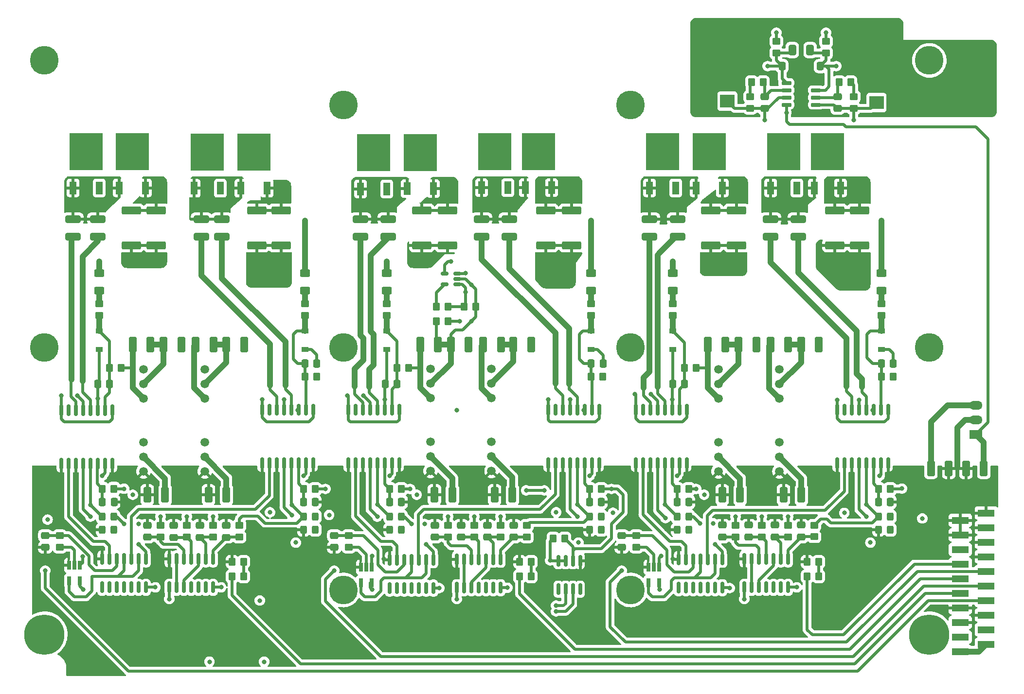
<source format=gbr>
%TF.GenerationSoftware,KiCad,Pcbnew,(6.0.1)*%
%TF.CreationDate,2023-03-21T10:56:38+03:00*%
%TF.ProjectId,Driver_SKiM459GD12E4 V2,44726976-6572-45f5-934b-694d34353947,rev?*%
%TF.SameCoordinates,Original*%
%TF.FileFunction,Copper,L1,Top*%
%TF.FilePolarity,Positive*%
%FSLAX46Y46*%
G04 Gerber Fmt 4.6, Leading zero omitted, Abs format (unit mm)*
G04 Created by KiCad (PCBNEW (6.0.1)) date 2023-03-21 10:56:38*
%MOMM*%
%LPD*%
G01*
G04 APERTURE LIST*
G04 Aperture macros list*
%AMRoundRect*
0 Rectangle with rounded corners*
0 $1 Rounding radius*
0 $2 $3 $4 $5 $6 $7 $8 $9 X,Y pos of 4 corners*
0 Add a 4 corners polygon primitive as box body*
4,1,4,$2,$3,$4,$5,$6,$7,$8,$9,$2,$3,0*
0 Add four circle primitives for the rounded corners*
1,1,$1+$1,$2,$3*
1,1,$1+$1,$4,$5*
1,1,$1+$1,$6,$7*
1,1,$1+$1,$8,$9*
0 Add four rect primitives between the rounded corners*
20,1,$1+$1,$2,$3,$4,$5,0*
20,1,$1+$1,$4,$5,$6,$7,0*
20,1,$1+$1,$6,$7,$8,$9,0*
20,1,$1+$1,$8,$9,$2,$3,0*%
G04 Aperture macros list end*
%TA.AperFunction,SMDPad,CuDef*%
%ADD10RoundRect,0.250000X-0.337500X-0.475000X0.337500X-0.475000X0.337500X0.475000X-0.337500X0.475000X0*%
%TD*%
%TA.AperFunction,SMDPad,CuDef*%
%ADD11R,1.200000X2.200000*%
%TD*%
%TA.AperFunction,SMDPad,CuDef*%
%ADD12R,5.800000X6.400000*%
%TD*%
%TA.AperFunction,SMDPad,CuDef*%
%ADD13RoundRect,0.250000X-0.412500X-1.100000X0.412500X-1.100000X0.412500X1.100000X-0.412500X1.100000X0*%
%TD*%
%TA.AperFunction,SMDPad,CuDef*%
%ADD14RoundRect,0.150000X-0.150000X0.825000X-0.150000X-0.825000X0.150000X-0.825000X0.150000X0.825000X0*%
%TD*%
%TA.AperFunction,SMDPad,CuDef*%
%ADD15RoundRect,0.250000X0.412500X1.100000X-0.412500X1.100000X-0.412500X-1.100000X0.412500X-1.100000X0*%
%TD*%
%TA.AperFunction,SMDPad,CuDef*%
%ADD16RoundRect,0.250000X-0.625000X0.400000X-0.625000X-0.400000X0.625000X-0.400000X0.625000X0.400000X0*%
%TD*%
%TA.AperFunction,SMDPad,CuDef*%
%ADD17RoundRect,0.250000X0.475000X-0.337500X0.475000X0.337500X-0.475000X0.337500X-0.475000X-0.337500X0*%
%TD*%
%TA.AperFunction,SMDPad,CuDef*%
%ADD18R,2.500000X2.300000*%
%TD*%
%TA.AperFunction,SMDPad,CuDef*%
%ADD19RoundRect,0.250000X0.450000X-0.350000X0.450000X0.350000X-0.450000X0.350000X-0.450000X-0.350000X0*%
%TD*%
%TA.AperFunction,SMDPad,CuDef*%
%ADD20RoundRect,0.250000X-0.350000X-0.450000X0.350000X-0.450000X0.350000X0.450000X-0.350000X0.450000X0*%
%TD*%
%TA.AperFunction,SMDPad,CuDef*%
%ADD21RoundRect,0.249999X1.425001X-0.450001X1.425001X0.450001X-1.425001X0.450001X-1.425001X-0.450001X0*%
%TD*%
%TA.AperFunction,SMDPad,CuDef*%
%ADD22RoundRect,0.250000X0.337500X0.475000X-0.337500X0.475000X-0.337500X-0.475000X0.337500X-0.475000X0*%
%TD*%
%TA.AperFunction,SMDPad,CuDef*%
%ADD23RoundRect,0.150000X0.150000X-0.875000X0.150000X0.875000X-0.150000X0.875000X-0.150000X-0.875000X0*%
%TD*%
%TA.AperFunction,ComponentPad*%
%ADD24C,1.500000*%
%TD*%
%TA.AperFunction,SMDPad,CuDef*%
%ADD25RoundRect,0.250000X-0.450000X0.350000X-0.450000X-0.350000X0.450000X-0.350000X0.450000X0.350000X0*%
%TD*%
%TA.AperFunction,SMDPad,CuDef*%
%ADD26R,0.650000X1.560000*%
%TD*%
%TA.AperFunction,SMDPad,CuDef*%
%ADD27RoundRect,0.250000X-0.325000X-0.450000X0.325000X-0.450000X0.325000X0.450000X-0.325000X0.450000X0*%
%TD*%
%TA.AperFunction,WasherPad*%
%ADD28C,5.000000*%
%TD*%
%TA.AperFunction,SMDPad,CuDef*%
%ADD29RoundRect,0.250000X-1.075000X0.400000X-1.075000X-0.400000X1.075000X-0.400000X1.075000X0.400000X0*%
%TD*%
%TA.AperFunction,SMDPad,CuDef*%
%ADD30RoundRect,0.250000X0.350000X0.450000X-0.350000X0.450000X-0.350000X-0.450000X0.350000X-0.450000X0*%
%TD*%
%TA.AperFunction,SMDPad,CuDef*%
%ADD31RoundRect,0.150000X0.150000X-0.825000X0.150000X0.825000X-0.150000X0.825000X-0.150000X-0.825000X0*%
%TD*%
%TA.AperFunction,WasherPad*%
%ADD32C,7.000000*%
%TD*%
%TA.AperFunction,SMDPad,CuDef*%
%ADD33R,1.200000X0.900000*%
%TD*%
%TA.AperFunction,SMDPad,CuDef*%
%ADD34RoundRect,0.250000X-0.475000X0.337500X-0.475000X-0.337500X0.475000X-0.337500X0.475000X0.337500X0*%
%TD*%
%TA.AperFunction,SMDPad,CuDef*%
%ADD35R,2.997200X1.300000*%
%TD*%
%TA.AperFunction,SMDPad,CuDef*%
%ADD36RoundRect,0.250000X0.412500X0.650000X-0.412500X0.650000X-0.412500X-0.650000X0.412500X-0.650000X0*%
%TD*%
%TA.AperFunction,ComponentPad*%
%ADD37R,2.300000X1.500000*%
%TD*%
%TA.AperFunction,ComponentPad*%
%ADD38O,2.300000X1.500000*%
%TD*%
%TA.AperFunction,SMDPad,CuDef*%
%ADD39RoundRect,0.150000X0.512500X0.150000X-0.512500X0.150000X-0.512500X-0.150000X0.512500X-0.150000X0*%
%TD*%
%TA.AperFunction,SMDPad,CuDef*%
%ADD40RoundRect,0.150000X0.725000X0.150000X-0.725000X0.150000X-0.725000X-0.150000X0.725000X-0.150000X0*%
%TD*%
%TA.AperFunction,ViaPad*%
%ADD41C,0.800000*%
%TD*%
%TA.AperFunction,Conductor*%
%ADD42C,0.500000*%
%TD*%
%TA.AperFunction,Conductor*%
%ADD43C,1.000000*%
%TD*%
G04 APERTURE END LIST*
D10*
%TO.P,C43,1*%
%TO.N,Net-(C43-Pad1)*%
X208512500Y-96012000D03*
%TO.P,C43,2*%
%TO.N,OUT3*%
X210587500Y-96012000D03*
%TD*%
D11*
%TO.P,Q11,1,B*%
%TO.N,BL3_CLOSE*%
X168154000Y-65414000D03*
D12*
%TO.P,Q11,2,C*%
%TO.N,+15V_L3*%
X170434000Y-59114000D03*
D11*
%TO.P,Q11,3,E*%
%TO.N,Net-(Q11-Pad3)*%
X172714000Y-65414000D03*
%TD*%
D13*
%TO.P,C54,1*%
%TO.N,OUT2*%
X144449000Y-92710000D03*
%TO.P,C54,2*%
%TO.N,-15V_H2*%
X147574000Y-92710000D03*
%TD*%
D14*
%TO.P,D45,1,1A*%
%TO.N,Net-(C81-Pad1)*%
X180848000Y-130113000D03*
%TO.P,D45,2,1B*%
%TO.N,Net-(D44-Pad4)*%
X179578000Y-130113000D03*
%TO.P,D45,3,1Y*%
%TO.N,PWM_H3*%
X178308000Y-130113000D03*
%TO.P,D45,4,2A*%
%TO.N,Net-(D44-Pad4)*%
X177038000Y-130113000D03*
%TO.P,D45,5,2B*%
%TO.N,Net-(C82-Pad1)*%
X175768000Y-130113000D03*
%TO.P,D45,6,2Y*%
%TO.N,PWM_L3*%
X174498000Y-130113000D03*
%TO.P,D45,7,GND*%
%TO.N,GND*%
X173228000Y-130113000D03*
%TO.P,D45,8,3Y*%
%TO.N,unconnected-(D45-Pad8)*%
X173228000Y-135063000D03*
%TO.P,D45,9,3A*%
%TO.N,unconnected-(D45-Pad9)*%
X174498000Y-135063000D03*
%TO.P,D45,10,3B*%
%TO.N,unconnected-(D45-Pad10)*%
X175768000Y-135063000D03*
%TO.P,D45,11,4Y*%
%TO.N,unconnected-(D45-Pad11)*%
X177038000Y-135063000D03*
%TO.P,D45,12,4A*%
%TO.N,unconnected-(D45-Pad12)*%
X178308000Y-135063000D03*
%TO.P,D45,13,4B*%
%TO.N,unconnected-(D45-Pad13)*%
X179578000Y-135063000D03*
%TO.P,D45,14,VCC*%
%TO.N,+5VD*%
X180848000Y-135063000D03*
%TD*%
D15*
%TO.P,C55,1*%
%TO.N,+15V*%
X194602500Y-118872000D03*
%TO.P,C55,2*%
%TO.N,GND*%
X191477500Y-118872000D03*
%TD*%
D16*
%TO.P,R43,1*%
%TO.N,Net-(D22-Pad2)*%
X122428000Y-80238000D03*
%TO.P,R43,2*%
%TO.N,Net-(R39-Pad1)*%
X122428000Y-83338000D03*
%TD*%
D17*
%TO.P,C65,1*%
%TO.N,Net-(C65-Pad1)*%
X144526000Y-126259500D03*
%TO.P,C65,2*%
%TO.N,GND*%
X144526000Y-124184500D03*
%TD*%
D18*
%TO.P,D50,1,K*%
%TO.N,DCLINK_P*%
X207654000Y-50546000D03*
%TO.P,D50,2,A*%
%TO.N,GND*%
X211954000Y-50546000D03*
%TD*%
D19*
%TO.P,R26,1*%
%TO.N,Net-(C17-Pad1)*%
X92202000Y-126243500D03*
%TO.P,R26,2*%
%TO.N,FLT_L1*%
X92202000Y-124243500D03*
%TD*%
D16*
%TO.P,R41,1*%
%TO.N,Net-(D21-Pad2)*%
X157988000Y-80238000D03*
%TO.P,R41,2*%
%TO.N,Net-(R40-Pad1)*%
X157988000Y-83338000D03*
%TD*%
D20*
%TO.P,R138,1*%
%TO.N,EL2*%
X131080000Y-88646000D03*
%TO.P,R138,2*%
%TO.N,PTC2_B*%
X133080000Y-88646000D03*
%TD*%
D21*
%TO.P,R147,1*%
%TO.N,GL2*%
X132969000Y-75440000D03*
%TO.P,R147,2*%
%TO.N,Net-(Q7-Pad3)*%
X132969000Y-69340000D03*
%TD*%
D22*
%TO.P,C42,1*%
%TO.N,GND*%
X210079500Y-120142000D03*
%TO.P,C42,2*%
%TO.N,Net-(C42-Pad2)*%
X208004500Y-120142000D03*
%TD*%
D17*
%TO.P,C15,1*%
%TO.N,Net-(C15-Pad1)*%
X94488000Y-126281000D03*
%TO.P,C15,2*%
%TO.N,GND*%
X94488000Y-124206000D03*
%TD*%
D13*
%TO.P,C53,1*%
%TO.N,+15V_H2*%
X139183000Y-92710000D03*
%TO.P,C53,2*%
%TO.N,OUT2*%
X142308000Y-92710000D03*
%TD*%
D11*
%TO.P,Q10,1,B*%
%TO.N,BH3_CLOSE*%
X189236000Y-65414000D03*
D12*
%TO.P,Q10,2,C*%
%TO.N,-15V_H3*%
X191516000Y-59114000D03*
D11*
%TO.P,Q10,3,E*%
%TO.N,Net-(Q10-Pad3)*%
X193796000Y-65414000D03*
%TD*%
D23*
%TO.P,D1,1,Vss1*%
%TO.N,GND*%
X100711000Y-113362000D03*
%TO.P,D1,2,Vi+*%
%TO.N,PWM_H1*%
X101981000Y-113362000D03*
%TO.P,D1,3,Vi-*%
%TO.N,GND*%
X103251000Y-113362000D03*
%TO.P,D1,4,READY*%
%TO.N,RDY_H1*%
X104521000Y-113362000D03*
%TO.P,D1,5,~{FAULT}*%
%TO.N,FLT_H1*%
X105791000Y-113362000D03*
%TO.P,D1,6,~{RESET}*%
%TO.N,Net-(C2-Pad2)*%
X107061000Y-113362000D03*
%TO.P,D1,7,Vdd1*%
%TO.N,+5VD*%
X108331000Y-113362000D03*
%TO.P,D1,8,Vss1*%
%TO.N,GND*%
X109601000Y-113362000D03*
%TO.P,D1,9,Vss2*%
%TO.N,-15V_H1*%
X109601000Y-104062000D03*
%TO.P,D1,10,DESAT*%
%TO.N,Net-(C3-Pad1)*%
X108331000Y-104062000D03*
%TO.P,D1,11,GND2*%
%TO.N,OUT1*%
X107061000Y-104062000D03*
%TO.P,D1,12,Vout_off*%
%TO.N,Net-(D1-Pad12)*%
X105791000Y-104062000D03*
%TO.P,D1,13,Vdd2*%
%TO.N,+15V_H1*%
X104521000Y-104062000D03*
%TO.P,D1,14,Vout_on*%
%TO.N,Net-(D1-Pad14)*%
X103251000Y-104062000D03*
%TO.P,D1,15,GATE_SENSE*%
%TO.N,unconnected-(D1-Pad15)*%
X101981000Y-104062000D03*
%TO.P,D1,16,Vss2*%
%TO.N,-15V_H1*%
X100711000Y-104062000D03*
%TD*%
D24*
%TO.P,D16,1,GND*%
%TO.N,GND*%
X90754000Y-114808000D03*
%TO.P,D16,2,Vin*%
%TO.N,+15V*%
X90754000Y-112268000D03*
%TO.P,D16,3,Ctrl*%
%TO.N,unconnected-(D16-Pad3)*%
X90754000Y-109728000D03*
%TO.P,D16,6,+Vo*%
%TO.N,+15V_H1*%
X90754000Y-102108000D03*
%TO.P,D16,7,0V*%
%TO.N,OUT1*%
X90754000Y-99568000D03*
%TO.P,D16,8,-Vo*%
%TO.N,-15V_H1*%
X90754000Y-97028000D03*
%TD*%
D25*
%TO.P,R39,1*%
%TO.N,Net-(R39-Pad1)*%
X122428000Y-85614000D03*
%TO.P,R39,2*%
%TO.N,Net-(C34-Pad1)*%
X122428000Y-87614000D03*
%TD*%
D14*
%TO.P,D14,1,1A*%
%TO.N,Net-(C15-Pad1)*%
X92202000Y-130048000D03*
%TO.P,D14,2,1B*%
%TO.N,Net-(C17-Pad1)*%
X90932000Y-130048000D03*
%TO.P,D14,3,1Y*%
%TO.N,/Indication_ADUM_1/FLT*%
X89662000Y-130048000D03*
%TO.P,D14,4,2A*%
%TO.N,Net-(C18-Pad1)*%
X88392000Y-130048000D03*
%TO.P,D14,5,2B*%
%TO.N,Net-(C16-Pad1)*%
X87122000Y-130048000D03*
%TO.P,D14,6,2Y*%
%TO.N,/Indication_ADUM_1/RDY*%
X85852000Y-130048000D03*
%TO.P,D14,7,GND*%
%TO.N,GND*%
X84582000Y-130048000D03*
%TO.P,D14,8,3Y*%
%TO.N,FAULT_1*%
X84582000Y-134998000D03*
%TO.P,D14,9,3A*%
%TO.N,/Indication_ADUM_1/RDY*%
X85852000Y-134998000D03*
%TO.P,D14,10,3B*%
%TO.N,/Indication_ADUM_1/FLT*%
X87122000Y-134998000D03*
%TO.P,D14,11,4Y*%
%TO.N,unconnected-(D14-Pad11)*%
X88392000Y-134998000D03*
%TO.P,D14,12,4A*%
%TO.N,unconnected-(D14-Pad12)*%
X89662000Y-134998000D03*
%TO.P,D14,13,4B*%
%TO.N,unconnected-(D14-Pad13)*%
X90932000Y-134998000D03*
%TO.P,D14,14,VCC*%
%TO.N,+5VD*%
X92202000Y-134998000D03*
%TD*%
D26*
%TO.P,D44,1,A*%
%TO.N,Net-(D44-Pad1)*%
X169860000Y-131492000D03*
%TO.P,D44,2,B*%
%TO.N,Net-(D44-Pad2)*%
X168910000Y-131492000D03*
%TO.P,D44,3,GND*%
%TO.N,GND*%
X167960000Y-131492000D03*
%TO.P,D44,4,Y*%
%TO.N,Net-(D44-Pad4)*%
X167960000Y-134192000D03*
%TO.P,D44,5,Vcc*%
%TO.N,+5VD*%
X169860000Y-134192000D03*
%TD*%
D20*
%TO.P,R122,1*%
%TO.N,Net-(C90-Pad2)*%
X201184000Y-46990000D03*
%TO.P,R122,2*%
%TO.N,Net-(R122-Pad2)*%
X203184000Y-46990000D03*
%TD*%
D27*
%TO.P,D11,1,K*%
%TO.N,GND*%
X72889000Y-124968000D03*
%TO.P,D11,2,A*%
%TO.N,Net-(D11-Pad2)*%
X74939000Y-124968000D03*
%TD*%
D13*
%TO.P,C23,1*%
%TO.N,+15V_L1*%
X78193500Y-92710000D03*
%TO.P,C23,2*%
%TO.N,EL1*%
X81318500Y-92710000D03*
%TD*%
D28*
%TO.P,H5,*%
%TO.N,*%
X216862000Y-43214000D03*
%TD*%
D11*
%TO.P,Q1,1,B*%
%TO.N,BH1_CLOSE*%
X97034000Y-65482000D03*
D12*
%TO.P,Q1,2,C*%
%TO.N,+15V_H1*%
X99314000Y-59182000D03*
D11*
%TO.P,Q1,3,E*%
%TO.N,Net-(Q1-Pad3)*%
X101594000Y-65482000D03*
%TD*%
D29*
%TO.P,R37,1*%
%TO.N,BH2_CLOSE*%
X138938000Y-70840000D03*
%TO.P,R37,2*%
%TO.N,Net-(D18-Pad14)*%
X138938000Y-73940000D03*
%TD*%
D19*
%TO.P,R27,1*%
%TO.N,Net-(C18-Pad1)*%
X87630000Y-126243500D03*
%TO.P,R27,2*%
%TO.N,RDY_L1*%
X87630000Y-124243500D03*
%TD*%
%TO.P,R88,1*%
%TO.N,Net-(C74-Pad1)*%
X183134000Y-126200500D03*
%TO.P,R88,2*%
%TO.N,RDY_H3*%
X183134000Y-124200500D03*
%TD*%
D13*
%TO.P,C60,1*%
%TO.N,EL3*%
X183642000Y-92710000D03*
%TO.P,C60,2*%
%TO.N,-15V_L3*%
X186767000Y-92710000D03*
%TD*%
D15*
%TO.P,C49,1*%
%TO.N,+15V*%
X133858000Y-118872000D03*
%TO.P,C49,2*%
%TO.N,GND*%
X130733000Y-118872000D03*
%TD*%
D28*
%TO.P,H6,*%
%TO.N,*%
X164862000Y-135464000D03*
%TD*%
D22*
%TO.P,C5,1*%
%TO.N,GND*%
X74973000Y-120104500D03*
%TO.P,C5,2*%
%TO.N,Net-(C5-Pad2)*%
X72898000Y-120104500D03*
%TD*%
D24*
%TO.P,D15,1,GND*%
%TO.N,GND*%
X80086000Y-114808000D03*
%TO.P,D15,2,Vin*%
%TO.N,+15V*%
X80086000Y-112268000D03*
%TO.P,D15,3,Ctrl*%
%TO.N,unconnected-(D15-Pad3)*%
X80086000Y-109728000D03*
%TO.P,D15,6,+Vo*%
%TO.N,+15V_L1*%
X80086000Y-102108000D03*
%TO.P,D15,7,0V*%
%TO.N,EL1*%
X80086000Y-99568000D03*
%TO.P,D15,8,-Vo*%
%TO.N,-15V_L1*%
X80086000Y-97028000D03*
%TD*%
D11*
%TO.P,Q4,1,B*%
%TO.N,BL1_CLOSE*%
X75874000Y-65414000D03*
D12*
%TO.P,Q4,2,C*%
%TO.N,-15V_L1*%
X78154000Y-59114000D03*
D11*
%TO.P,Q4,3,E*%
%TO.N,Net-(Q3-Pad3)*%
X80434000Y-65414000D03*
%TD*%
D27*
%TO.P,D12,1,K*%
%TO.N,FLT_H1*%
X107941000Y-122682000D03*
%TO.P,D12,2,A*%
%TO.N,Net-(D12-Pad2)*%
X109991000Y-122682000D03*
%TD*%
D30*
%TO.P,R139,1*%
%TO.N,Net-(C97-Pad1)*%
X133080000Y-86106000D03*
%TO.P,R139,2*%
%TO.N,+15V_L2*%
X131080000Y-86106000D03*
%TD*%
D29*
%TO.P,R53,1*%
%TO.N,BH3_CLOSE*%
X189230000Y-70840000D03*
%TO.P,R53,2*%
%TO.N,Net-(D24-Pad14)*%
X189230000Y-73940000D03*
%TD*%
D20*
%TO.P,R142,1*%
%TO.N,+5VD*%
X151400000Y-126492000D03*
%TO.P,R142,2*%
%TO.N,RST_H1*%
X153400000Y-126492000D03*
%TD*%
D28*
%TO.P,H1,*%
%TO.N,*%
X164862000Y-50964000D03*
%TD*%
D10*
%TO.P,C88,1*%
%TO.N,Net-(C85-Pad2)*%
X191240500Y-44196000D03*
%TO.P,C88,2*%
%TO.N,GND*%
X193315500Y-44196000D03*
%TD*%
D16*
%TO.P,R12,1*%
%TO.N,Net-(D6-Pad2)*%
X72390000Y-80238000D03*
%TO.P,R12,2*%
%TO.N,Net-(R10-Pad1)*%
X72390000Y-83338000D03*
%TD*%
D17*
%TO.P,C90,1*%
%TO.N,DCLINK_P*%
X200914000Y-51583500D03*
%TO.P,C90,2*%
%TO.N,Net-(C90-Pad2)*%
X200914000Y-49508500D03*
%TD*%
D13*
%TO.P,C58,1*%
%TO.N,OUT3*%
X194525500Y-92710000D03*
%TO.P,C58,2*%
%TO.N,-15V_H3*%
X197650500Y-92710000D03*
%TD*%
D22*
%TO.P,C6,1*%
%TO.N,Net-(C6-Pad1)*%
X74189500Y-99568000D03*
%TO.P,C6,2*%
%TO.N,EL1*%
X72114500Y-99568000D03*
%TD*%
D17*
%TO.P,C16,1*%
%TO.N,Net-(C16-Pad1)*%
X80772000Y-126259500D03*
%TO.P,C16,2*%
%TO.N,GND*%
X80772000Y-124184500D03*
%TD*%
D19*
%TO.P,R86,1*%
%TO.N,Net-(C75-Pad1)*%
X192278000Y-126200500D03*
%TO.P,R86,2*%
%TO.N,FLT_L3*%
X192278000Y-124200500D03*
%TD*%
D30*
%TO.P,R126,1*%
%TO.N,Net-(D7-Pad1)*%
X97504000Y-130556000D03*
%TO.P,R126,2*%
%TO.N,GND*%
X95504000Y-130556000D03*
%TD*%
D20*
%TO.P,R89,1*%
%TO.N,HB2_BOT*%
X145542000Y-133096000D03*
%TO.P,R89,2*%
%TO.N,Net-(D9-Pad1)*%
X147542000Y-133096000D03*
%TD*%
%TO.P,R129,1*%
%TO.N,HB3_BOT*%
X195596000Y-133096000D03*
%TO.P,R129,2*%
%TO.N,Net-(D44-Pad1)*%
X197596000Y-133096000D03*
%TD*%
%TO.P,R125,1*%
%TO.N,HB1_BOT*%
X95504000Y-133096000D03*
%TO.P,R125,2*%
%TO.N,Net-(D7-Pad1)*%
X97504000Y-133096000D03*
%TD*%
D17*
%TO.P,C68,1*%
%TO.N,Net-(C68-Pad1)*%
X135382000Y-126259500D03*
%TO.P,C68,2*%
%TO.N,GND*%
X135382000Y-124184500D03*
%TD*%
D28*
%TO.P,H2,*%
%TO.N,*%
X114862000Y-93214000D03*
%TD*%
D20*
%TO.P,R60,1*%
%TO.N,Net-(C43-Pad1)*%
X208550000Y-98298000D03*
%TO.P,R60,2*%
%TO.N,+15V_H3*%
X210550000Y-98298000D03*
%TD*%
D29*
%TO.P,R2,1*%
%TO.N,BH1_CLOSE*%
X90170000Y-70840000D03*
%TO.P,R2,2*%
%TO.N,Net-(D1-Pad14)*%
X90170000Y-73940000D03*
%TD*%
D17*
%TO.P,C66,1*%
%TO.N,Net-(C66-Pad1)*%
X130810000Y-126259500D03*
%TO.P,C66,2*%
%TO.N,GND*%
X130810000Y-124184500D03*
%TD*%
D28*
%TO.P,H10,*%
%TO.N,*%
X216862000Y-93214000D03*
%TD*%
D30*
%TO.P,R1,1*%
%TO.N,RST_H1*%
X109966000Y-117856000D03*
%TO.P,R1,2*%
%TO.N,Net-(C2-Pad2)*%
X107966000Y-117856000D03*
%TD*%
D11*
%TO.P,Q7,1,B*%
%TO.N,BL2_CLOSE*%
X117861000Y-65585000D03*
D12*
%TO.P,Q7,2,C*%
%TO.N,+15V_L2*%
X120141000Y-59285000D03*
D11*
%TO.P,Q7,3,E*%
%TO.N,Net-(Q7-Pad3)*%
X122421000Y-65585000D03*
%TD*%
D27*
%TO.P,D40,1,K*%
%TO.N,FLT_H3*%
X208017000Y-122682000D03*
%TO.P,D40,2,A*%
%TO.N,Net-(D40-Pad2)*%
X210067000Y-122682000D03*
%TD*%
D19*
%TO.P,R118,1*%
%TO.N,Net-(C85-Pad1)*%
X198882000Y-41894000D03*
%TO.P,R118,2*%
%TO.N,Net-(C86-Pad2)*%
X198882000Y-39894000D03*
%TD*%
D29*
%TO.P,R36,1*%
%TO.N,BL2_CLOSE*%
X122682000Y-70840000D03*
%TO.P,R36,2*%
%TO.N,Net-(D17-Pad12)*%
X122682000Y-73940000D03*
%TD*%
D10*
%TO.P,C33,1*%
%TO.N,Net-(C33-Pad1)*%
X157988000Y-96012000D03*
%TO.P,C33,2*%
%TO.N,OUT2*%
X160063000Y-96012000D03*
%TD*%
D16*
%TO.P,R59,1*%
%TO.N,Net-(D28-Pad2)*%
X172212000Y-80238000D03*
%TO.P,R59,2*%
%TO.N,Net-(R55-Pad1)*%
X172212000Y-83338000D03*
%TD*%
D31*
%TO.P,U4,1,NC*%
%TO.N,unconnected-(U4-Pad1)*%
X152273000Y-135317000D03*
%TO.P,U4,2,A*%
%TO.N,Net-(R141-Pad1)*%
X153543000Y-135317000D03*
%TO.P,U4,3,C*%
%TO.N,Net-(U3-Pad4)*%
X154813000Y-135317000D03*
%TO.P,U4,4*%
%TO.N,N/C*%
X156083000Y-135317000D03*
%TO.P,U4,5,GND*%
%TO.N,GND*%
X156083000Y-130367000D03*
%TO.P,U4,6,VO*%
%TO.N,RST_H1*%
X154813000Y-130367000D03*
%TO.P,U4,7,EN*%
%TO.N,+5VD*%
X153543000Y-130367000D03*
%TO.P,U4,8,VCC*%
X152273000Y-130367000D03*
%TD*%
D23*
%TO.P,D18,1,Vss1*%
%TO.N,GND*%
X150495000Y-113362000D03*
%TO.P,D18,2,Vi+*%
%TO.N,PWM_H2*%
X151765000Y-113362000D03*
%TO.P,D18,3,Vi-*%
%TO.N,GND*%
X153035000Y-113362000D03*
%TO.P,D18,4,READY*%
%TO.N,RDY_H2*%
X154305000Y-113362000D03*
%TO.P,D18,5,~{FAULT}*%
%TO.N,FLT_H2*%
X155575000Y-113362000D03*
%TO.P,D18,6,~{RESET}*%
%TO.N,Net-(C32-Pad2)*%
X156845000Y-113362000D03*
%TO.P,D18,7,Vdd1*%
%TO.N,+5VD*%
X158115000Y-113362000D03*
%TO.P,D18,8,Vss1*%
%TO.N,GND*%
X159385000Y-113362000D03*
%TO.P,D18,9,Vss2*%
%TO.N,-15V_H2*%
X159385000Y-104062000D03*
%TO.P,D18,10,DESAT*%
%TO.N,Net-(C33-Pad1)*%
X158115000Y-104062000D03*
%TO.P,D18,11,GND2*%
%TO.N,OUT2*%
X156845000Y-104062000D03*
%TO.P,D18,12,Vout_off*%
%TO.N,Net-(D18-Pad12)*%
X155575000Y-104062000D03*
%TO.P,D18,13,Vdd2*%
%TO.N,+15V_H2*%
X154305000Y-104062000D03*
%TO.P,D18,14,Vout_on*%
%TO.N,Net-(D18-Pad14)*%
X153035000Y-104062000D03*
%TO.P,D18,15,GATE_SENSE*%
%TO.N,unconnected-(D18-Pad15)*%
X151765000Y-104062000D03*
%TO.P,D18,16,Vss2*%
%TO.N,-15V_H2*%
X150495000Y-104062000D03*
%TD*%
%TO.P,D4,1,Vss1*%
%TO.N,GND*%
X65786000Y-113453750D03*
%TO.P,D4,2,Vi+*%
%TO.N,PWM_L1*%
X67056000Y-113453750D03*
%TO.P,D4,3,Vi-*%
%TO.N,GND*%
X68326000Y-113453750D03*
%TO.P,D4,4,READY*%
%TO.N,RDY_L1*%
X69596000Y-113453750D03*
%TO.P,D4,5,~{FAULT}*%
%TO.N,FLT_L1*%
X70866000Y-113453750D03*
%TO.P,D4,6,~{RESET}*%
%TO.N,Net-(C5-Pad2)*%
X72136000Y-113453750D03*
%TO.P,D4,7,Vdd1*%
%TO.N,+5VD*%
X73406000Y-113453750D03*
%TO.P,D4,8,Vss1*%
%TO.N,GND*%
X74676000Y-113453750D03*
%TO.P,D4,9,Vss2*%
%TO.N,-15V_L1*%
X74676000Y-104153750D03*
%TO.P,D4,10,DESAT*%
%TO.N,Net-(C6-Pad1)*%
X73406000Y-104153750D03*
%TO.P,D4,11,GND2*%
%TO.N,EL1*%
X72136000Y-104153750D03*
%TO.P,D4,12,Vout_off*%
%TO.N,Net-(D4-Pad12)*%
X70866000Y-104153750D03*
%TO.P,D4,13,Vdd2*%
%TO.N,+15V_L1*%
X69596000Y-104153750D03*
%TO.P,D4,14,Vout_on*%
%TO.N,Net-(D4-Pad14)*%
X68326000Y-104153750D03*
%TO.P,D4,15,GATE_SENSE*%
%TO.N,unconnected-(D4-Pad15)*%
X67056000Y-104153750D03*
%TO.P,D4,16,Vss2*%
%TO.N,-15V_L1*%
X65786000Y-104153750D03*
%TD*%
D15*
%TO.P,C19,1*%
%TO.N,+15V*%
X83858500Y-118872000D03*
%TO.P,C19,2*%
%TO.N,GND*%
X80733500Y-118872000D03*
%TD*%
D16*
%TO.P,R4,1*%
%TO.N,Net-(D2-Pad2)*%
X108204000Y-80238000D03*
%TO.P,R4,2*%
%TO.N,Net-(R4-Pad2)*%
X108204000Y-83338000D03*
%TD*%
D11*
%TO.P,Q12,1,B*%
%TO.N,BL3_CLOSE*%
X176282000Y-65414000D03*
D12*
%TO.P,Q12,2,C*%
%TO.N,-15V_L3*%
X178562000Y-59114000D03*
D11*
%TO.P,Q12,3,E*%
%TO.N,Net-(Q11-Pad3)*%
X180842000Y-65414000D03*
%TD*%
D29*
%TO.P,R38,1*%
%TO.N,BH2_CLOSE*%
X143764000Y-70840000D03*
%TO.P,R38,2*%
%TO.N,Net-(D18-Pad12)*%
X143764000Y-73940000D03*
%TD*%
D30*
%TO.P,R33,1*%
%TO.N,RST_H1*%
X124936000Y-117856000D03*
%TO.P,R33,2*%
%TO.N,Net-(C31-Pad2)*%
X122936000Y-117856000D03*
%TD*%
D32*
%TO.P,H11,*%
%TO.N,*%
X216862000Y-143214000D03*
%TD*%
D22*
%TO.P,C44,1*%
%TO.N,Net-(C44-Pad1)*%
X174265500Y-99568000D03*
%TO.P,C44,2*%
%TO.N,EL3*%
X172190500Y-99568000D03*
%TD*%
D27*
%TO.P,D38,1,K*%
%TO.N,FLT_L3*%
X172965000Y-122682000D03*
%TO.P,D38,2,A*%
%TO.N,Net-(D38-Pad2)*%
X175015000Y-122682000D03*
%TD*%
D13*
%TO.P,C52,1*%
%TO.N,EL2*%
X133565500Y-92710000D03*
%TO.P,C52,2*%
%TO.N,-15V_L2*%
X136690500Y-92710000D03*
%TD*%
D33*
%TO.P,D3,1,K*%
%TO.N,Net-(C3-Pad1)*%
X108204000Y-90298000D03*
%TO.P,D3,2,A*%
%TO.N,OUT1*%
X108204000Y-93598000D03*
%TD*%
D11*
%TO.P,Q2,1,B*%
%TO.N,BH1_CLOSE*%
X88906000Y-65482000D03*
D12*
%TO.P,Q2,2,C*%
%TO.N,-15V_H1*%
X91186000Y-59182000D03*
D11*
%TO.P,Q2,3,E*%
%TO.N,Net-(Q1-Pad3)*%
X93466000Y-65482000D03*
%TD*%
D13*
%TO.P,C24,1*%
%TO.N,EL1*%
X83566000Y-92710000D03*
%TO.P,C24,2*%
%TO.N,-15V_L1*%
X86691000Y-92710000D03*
%TD*%
D21*
%TO.P,R30,1*%
%TO.N,GL1*%
X77978000Y-75440000D03*
%TO.P,R30,2*%
%TO.N,Net-(Q3-Pad3)*%
X77978000Y-69340000D03*
%TD*%
D19*
%TO.P,R76,1*%
%TO.N,Net-(C66-Pad1)*%
X133096000Y-126222000D03*
%TO.P,R76,2*%
%TO.N,RDY_H2*%
X133096000Y-124222000D03*
%TD*%
D16*
%TO.P,R57,1*%
%TO.N,Net-(D27-Pad2)*%
X208534000Y-80238000D03*
%TO.P,R57,2*%
%TO.N,Net-(R56-Pad1)*%
X208534000Y-83338000D03*
%TD*%
D29*
%TO.P,R52,1*%
%TO.N,BL3_CLOSE*%
X173038000Y-70840000D03*
%TO.P,R52,2*%
%TO.N,Net-(D23-Pad12)*%
X173038000Y-73940000D03*
%TD*%
D13*
%TO.P,C59,1*%
%TO.N,+15V_L3*%
X178269500Y-92710000D03*
%TO.P,C59,2*%
%TO.N,EL3*%
X181394500Y-92710000D03*
%TD*%
D19*
%TO.P,R87,1*%
%TO.N,Net-(C76-Pad1)*%
X187706000Y-126200500D03*
%TO.P,R87,2*%
%TO.N,RDY_L3*%
X187706000Y-124200500D03*
%TD*%
D21*
%TO.P,R146,1*%
%TO.N,GL1*%
X82296000Y-75440000D03*
%TO.P,R146,2*%
%TO.N,Net-(Q3-Pad3)*%
X82296000Y-69340000D03*
%TD*%
D11*
%TO.P,Q8,1,B*%
%TO.N,BL2_CLOSE*%
X125988000Y-65550000D03*
D12*
%TO.P,Q8,2,C*%
%TO.N,-15V_L2*%
X128268000Y-59250000D03*
D11*
%TO.P,Q8,3,E*%
%TO.N,Net-(Q7-Pad3)*%
X130548000Y-65550000D03*
%TD*%
D21*
%TO.P,R144,1*%
%TO.N,GH2*%
X154559000Y-75440000D03*
%TO.P,R144,2*%
%TO.N,Net-(Q5-Pad3)*%
X154559000Y-69340000D03*
%TD*%
D28*
%TO.P,H4,*%
%TO.N,*%
X62862000Y-93214000D03*
%TD*%
D13*
%TO.P,C26,1*%
%TO.N,OUT1*%
X94488000Y-92710000D03*
%TO.P,C26,2*%
%TO.N,-15V_H1*%
X97613000Y-92710000D03*
%TD*%
%TO.P,C92,1*%
%TO.N,+5VD*%
X217131500Y-114300000D03*
%TO.P,C92,2*%
%TO.N,GND*%
X220256500Y-114300000D03*
%TD*%
D28*
%TO.P,H8,*%
%TO.N,*%
X114862000Y-135464000D03*
%TD*%
D34*
%TO.P,C8,1*%
%TO.N,Net-(C8-Pad1)*%
X62992000Y-125962500D03*
%TO.P,C8,2*%
%TO.N,GND*%
X62992000Y-128037500D03*
%TD*%
D20*
%TO.P,R6,1*%
%TO.N,Net-(C3-Pad1)*%
X108220000Y-98298000D03*
%TO.P,R6,2*%
%TO.N,+15V_H1*%
X110220000Y-98298000D03*
%TD*%
D11*
%TO.P,Q5,1,B*%
%TO.N,BH2_CLOSE*%
X146562000Y-65379000D03*
D12*
%TO.P,Q5,2,C*%
%TO.N,+15V_H2*%
X148842000Y-59079000D03*
D11*
%TO.P,Q5,3,E*%
%TO.N,Net-(Q5-Pad3)*%
X151122000Y-65379000D03*
%TD*%
D17*
%TO.P,C75,1*%
%TO.N,Net-(C75-Pad1)*%
X189992000Y-126238000D03*
%TO.P,C75,2*%
%TO.N,GND*%
X189992000Y-124163000D03*
%TD*%
D29*
%TO.P,R54,1*%
%TO.N,BH3_CLOSE*%
X194056000Y-70840000D03*
%TO.P,R54,2*%
%TO.N,Net-(D24-Pad12)*%
X194056000Y-73940000D03*
%TD*%
D27*
%TO.P,D13,1,K*%
%TO.N,GND*%
X107941000Y-124968000D03*
%TO.P,D13,2,A*%
%TO.N,Net-(D13-Pad2)*%
X109991000Y-124968000D03*
%TD*%
D25*
%TO.P,R123,1*%
%TO.N,Net-(R121-Pad2)*%
X185674000Y-49546000D03*
%TO.P,R123,2*%
%TO.N,DCLINK_N*%
X185674000Y-51546000D03*
%TD*%
D33*
%TO.P,D26,1,K*%
%TO.N,Net-(C44-Pad1)*%
X172212000Y-90298000D03*
%TO.P,D26,2,A*%
%TO.N,EL3*%
X172212000Y-93598000D03*
%TD*%
D15*
%TO.P,C20,1*%
%TO.N,+15V*%
X94526500Y-118872000D03*
%TO.P,C20,2*%
%TO.N,GND*%
X91401500Y-118872000D03*
%TD*%
D33*
%TO.P,D5,1,K*%
%TO.N,Net-(C6-Pad1)*%
X72390000Y-90298000D03*
%TO.P,D5,2,A*%
%TO.N,EL1*%
X72390000Y-93598000D03*
%TD*%
D19*
%TO.P,R75,1*%
%TO.N,Net-(C68-Pad1)*%
X137668000Y-126222000D03*
%TO.P,R75,2*%
%TO.N,RDY_L2*%
X137668000Y-124222000D03*
%TD*%
D21*
%TO.P,R61,1*%
%TO.N,GH3*%
X200406000Y-75440000D03*
%TO.P,R61,2*%
%TO.N,Net-(Q10-Pad3)*%
X200406000Y-69340000D03*
%TD*%
%TO.P,R45,1*%
%TO.N,GH2*%
X150114000Y-75440000D03*
%TO.P,R45,2*%
%TO.N,Net-(Q5-Pad3)*%
X150114000Y-69340000D03*
%TD*%
D11*
%TO.P,Q9,1,B*%
%TO.N,BH3_CLOSE*%
X196856000Y-65414000D03*
D12*
%TO.P,Q9,2,C*%
%TO.N,+15V_H3*%
X199136000Y-59114000D03*
D11*
%TO.P,Q9,3,E*%
%TO.N,Net-(Q10-Pad3)*%
X201416000Y-65414000D03*
%TD*%
D15*
%TO.P,C50,1*%
%TO.N,+15V*%
X144310500Y-118872000D03*
%TO.P,C50,2*%
%TO.N,GND*%
X141185500Y-118872000D03*
%TD*%
D22*
%TO.P,C31,1*%
%TO.N,GND*%
X125003500Y-120142000D03*
%TO.P,C31,2*%
%TO.N,Net-(C31-Pad2)*%
X122928500Y-120142000D03*
%TD*%
%TO.P,C34,1*%
%TO.N,Net-(C34-Pad1)*%
X124227500Y-99568000D03*
%TO.P,C34,2*%
%TO.N,EL2*%
X122152500Y-99568000D03*
%TD*%
D11*
%TO.P,Q3,1,B*%
%TO.N,BL1_CLOSE*%
X67824000Y-65414000D03*
D12*
%TO.P,Q3,2,C*%
%TO.N,+15V_L1*%
X70104000Y-59114000D03*
D11*
%TO.P,Q3,3,E*%
%TO.N,Net-(Q3-Pad3)*%
X72384000Y-65414000D03*
%TD*%
D27*
%TO.P,D34,1,K*%
%TO.N,GND*%
X122927000Y-124968000D03*
%TO.P,D34,2,A*%
%TO.N,Net-(D34-Pad2)*%
X124977000Y-124968000D03*
%TD*%
D28*
%TO.P,H7,*%
%TO.N,*%
X114862000Y-50964000D03*
%TD*%
D19*
%TO.P,R25,1*%
%TO.N,Net-(C15-Pad1)*%
X96774000Y-126243500D03*
%TO.P,R25,2*%
%TO.N,FLT_H1*%
X96774000Y-124243500D03*
%TD*%
D35*
%TO.P,J1,1,1*%
%TO.N,+15V*%
X222255800Y-146177000D03*
%TO.P,J1,2,2*%
X226755801Y-144907000D03*
%TO.P,J1,3,3*%
%TO.N,DCLINK_P*%
X222255800Y-143637000D03*
%TO.P,J1,4,4*%
%TO.N,DCLINK_N*%
X226755801Y-142367000D03*
%TO.P,J1,5,5*%
%TO.N,GND*%
X222255800Y-141097000D03*
%TO.P,J1,6,6*%
X226755801Y-139827000D03*
%TO.P,J1,7,7*%
X222255800Y-138557000D03*
%TO.P,J1,8,8*%
%TO.N,HB1_TOP*%
X226755801Y-137287000D03*
%TO.P,J1,9,9*%
%TO.N,HB1_BOT*%
X222255800Y-136017000D03*
%TO.P,J1,10,10*%
%TO.N,HB2_TOP*%
X226755801Y-134747000D03*
%TO.P,J1,11,11*%
%TO.N,HB2_BOT*%
X222255800Y-133477000D03*
%TO.P,J1,12,12*%
%TO.N,HB3_TOP*%
X226755801Y-132207000D03*
%TO.P,J1,13,13*%
%TO.N,HB3_BOT*%
X222255800Y-130937000D03*
%TO.P,J1,14,14*%
%TO.N,GND*%
X226755801Y-129667000D03*
%TO.P,J1,15,15*%
%TO.N,ERR*%
X222255800Y-128397000D03*
%TO.P,J1,16,16*%
%TO.N,GND*%
X226755801Y-127127000D03*
%TO.P,J1,17,17*%
X222255800Y-125857000D03*
%TO.P,J1,18,18*%
X226755801Y-124587000D03*
%TO.P,J1,19,19*%
X222255800Y-123317000D03*
%TO.P,J1,20,20*%
X226755801Y-122047000D03*
%TD*%
D24*
%TO.P,D31,1,GND*%
%TO.N,GND*%
X190782000Y-114808000D03*
%TO.P,D31,2,Vin*%
%TO.N,+15V*%
X190782000Y-112268000D03*
%TO.P,D31,3,Ctrl*%
%TO.N,unconnected-(D31-Pad3)*%
X190782000Y-109728000D03*
%TO.P,D31,6,+Vo*%
%TO.N,+15V_H3*%
X190782000Y-102108000D03*
%TO.P,D31,7,0V*%
%TO.N,OUT3*%
X190782000Y-99568000D03*
%TO.P,D31,8,-Vo*%
%TO.N,-15V_H3*%
X190782000Y-97028000D03*
%TD*%
D30*
%TO.P,R7,1*%
%TO.N,RST_H1*%
X74935500Y-117818500D03*
%TO.P,R7,2*%
%TO.N,Net-(C5-Pad2)*%
X72935500Y-117818500D03*
%TD*%
D26*
%TO.P,D9,1,A*%
%TO.N,Net-(D9-Pad1)*%
X119822000Y-131492000D03*
%TO.P,D9,2,B*%
%TO.N,Net-(D9-Pad2)*%
X118872000Y-131492000D03*
%TO.P,D9,3,GND*%
%TO.N,GND*%
X117922000Y-131492000D03*
%TO.P,D9,4,Y*%
%TO.N,Net-(D43-Pad2)*%
X117922000Y-134192000D03*
%TO.P,D9,5,Vcc*%
%TO.N,+5VD*%
X119822000Y-134192000D03*
%TD*%
D24*
%TO.P,D32,1,GND*%
%TO.N,GND*%
X180162000Y-114808000D03*
%TO.P,D32,2,Vin*%
%TO.N,+15V*%
X180162000Y-112268000D03*
%TO.P,D32,3,Ctrl*%
%TO.N,unconnected-(D32-Pad3)*%
X180162000Y-109728000D03*
%TO.P,D32,6,+Vo*%
%TO.N,+15V_L3*%
X180162000Y-102108000D03*
%TO.P,D32,7,0V*%
%TO.N,EL3*%
X180162000Y-99568000D03*
%TO.P,D32,8,-Vo*%
%TO.N,-15V_L3*%
X180162000Y-97028000D03*
%TD*%
D25*
%TO.P,R119,1*%
%TO.N,Net-(C86-Pad2)*%
X190246000Y-39894000D03*
%TO.P,R119,2*%
%TO.N,Net-(C85-Pad2)*%
X190246000Y-41894000D03*
%TD*%
D33*
%TO.P,D25,1,K*%
%TO.N,Net-(C43-Pad1)*%
X208534000Y-90298000D03*
%TO.P,D25,2,A*%
%TO.N,OUT3*%
X208534000Y-93598000D03*
%TD*%
D21*
%TO.P,R143,1*%
%TO.N,GH1*%
X104013000Y-75440000D03*
%TO.P,R143,2*%
%TO.N,Net-(Q1-Pad3)*%
X104013000Y-69340000D03*
%TD*%
D27*
%TO.P,D39,1,K*%
%TO.N,GND*%
X172965000Y-124968000D03*
%TO.P,D39,2,A*%
%TO.N,Net-(D39-Pad2)*%
X175015000Y-124968000D03*
%TD*%
D30*
%TO.P,R49,1*%
%TO.N,RST_H1*%
X174990000Y-117856000D03*
%TO.P,R49,2*%
%TO.N,Net-(C41-Pad2)*%
X172990000Y-117856000D03*
%TD*%
D20*
%TO.P,R58,1*%
%TO.N,Net-(C44-Pad1)*%
X174260000Y-96774000D03*
%TO.P,R58,2*%
%TO.N,+15V_L3*%
X176260000Y-96774000D03*
%TD*%
D27*
%TO.P,D41,1,K*%
%TO.N,GND*%
X208017000Y-124968000D03*
%TO.P,D41,2,A*%
%TO.N,Net-(D41-Pad2)*%
X210067000Y-124968000D03*
%TD*%
D21*
%TO.P,R29,1*%
%TO.N,GH1*%
X99822000Y-75440000D03*
%TO.P,R29,2*%
%TO.N,Net-(Q1-Pad3)*%
X99822000Y-69340000D03*
%TD*%
D20*
%TO.P,R44,1*%
%TO.N,Net-(C33-Pad1)*%
X158004000Y-98298000D03*
%TO.P,R44,2*%
%TO.N,+15V_H2*%
X160004000Y-98298000D03*
%TD*%
D29*
%TO.P,R51,1*%
%TO.N,BL3_CLOSE*%
X168148000Y-70840000D03*
%TO.P,R51,2*%
%TO.N,Net-(D23-Pad14)*%
X168148000Y-73940000D03*
%TD*%
D17*
%TO.P,C76,1*%
%TO.N,Net-(C76-Pad1)*%
X185420000Y-126238000D03*
%TO.P,C76,2*%
%TO.N,GND*%
X185420000Y-124163000D03*
%TD*%
D14*
%TO.P,D37,1,1A*%
%TO.N,Net-(C65-Pad1)*%
X142240000Y-130113000D03*
%TO.P,D37,2,1B*%
%TO.N,Net-(C67-Pad1)*%
X140970000Y-130113000D03*
%TO.P,D37,3,1Y*%
%TO.N,/Indication_ADUM_2/FLT*%
X139700000Y-130113000D03*
%TO.P,D37,4,2A*%
%TO.N,Net-(C68-Pad1)*%
X138430000Y-130113000D03*
%TO.P,D37,5,2B*%
%TO.N,Net-(C66-Pad1)*%
X137160000Y-130113000D03*
%TO.P,D37,6,2Y*%
%TO.N,/Indication_ADUM_2/RDY*%
X135890000Y-130113000D03*
%TO.P,D37,7,GND*%
%TO.N,GND*%
X134620000Y-130113000D03*
%TO.P,D37,8,3Y*%
%TO.N,FAULT_2*%
X134620000Y-135063000D03*
%TO.P,D37,9,3A*%
%TO.N,/Indication_ADUM_2/RDY*%
X135890000Y-135063000D03*
%TO.P,D37,10,3B*%
%TO.N,/Indication_ADUM_2/FLT*%
X137160000Y-135063000D03*
%TO.P,D37,11,4Y*%
%TO.N,unconnected-(D37-Pad11)*%
X138430000Y-135063000D03*
%TO.P,D37,12,4A*%
%TO.N,unconnected-(D37-Pad12)*%
X139700000Y-135063000D03*
%TO.P,D37,13,4B*%
%TO.N,unconnected-(D37-Pad13)*%
X140970000Y-135063000D03*
%TO.P,D37,14,VCC*%
%TO.N,+5VD*%
X142240000Y-135063000D03*
%TD*%
D24*
%TO.P,D29,1,GND*%
%TO.N,GND*%
X130048000Y-114730000D03*
%TO.P,D29,2,Vin*%
%TO.N,+15V*%
X130048000Y-112190000D03*
%TO.P,D29,3,Ctrl*%
%TO.N,unconnected-(D29-Pad3)*%
X130048000Y-109650000D03*
%TO.P,D29,6,+Vo*%
%TO.N,+15V_L2*%
X130048000Y-102030000D03*
%TO.P,D29,7,0V*%
%TO.N,EL2*%
X130048000Y-99490000D03*
%TO.P,D29,8,-Vo*%
%TO.N,-15V_L2*%
X130048000Y-96950000D03*
%TD*%
D25*
%TO.P,R40,1*%
%TO.N,Net-(R40-Pad1)*%
X157988000Y-85614000D03*
%TO.P,R40,2*%
%TO.N,Net-(C33-Pad1)*%
X157988000Y-87614000D03*
%TD*%
D13*
%TO.P,C51,1*%
%TO.N,+15V_L2*%
X128231500Y-92710000D03*
%TO.P,C51,2*%
%TO.N,EL2*%
X131356500Y-92710000D03*
%TD*%
D27*
%TO.P,D33,1,K*%
%TO.N,FLT_L2*%
X122927000Y-122682000D03*
%TO.P,D33,2,A*%
%TO.N,Net-(D33-Pad2)*%
X124977000Y-122682000D03*
%TD*%
D17*
%TO.P,C67,1*%
%TO.N,Net-(C67-Pad1)*%
X139954000Y-126259500D03*
%TO.P,C67,2*%
%TO.N,GND*%
X139954000Y-124184500D03*
%TD*%
%TO.P,C73,1*%
%TO.N,Net-(C73-Pad1)*%
X194564000Y-126238000D03*
%TO.P,C73,2*%
%TO.N,GND*%
X194564000Y-124163000D03*
%TD*%
D15*
%TO.P,C91,1*%
%TO.N,+15V*%
X226352500Y-114300000D03*
%TO.P,C91,2*%
%TO.N,GND*%
X223227500Y-114300000D03*
%TD*%
D13*
%TO.P,C25,1*%
%TO.N,+15V_H1*%
X89154000Y-92710000D03*
%TO.P,C25,2*%
%TO.N,OUT1*%
X92279000Y-92710000D03*
%TD*%
D14*
%TO.P,D43,1,1A*%
%TO.N,Net-(C77-Pad1)*%
X130556000Y-130178000D03*
%TO.P,D43,2,1B*%
%TO.N,Net-(D43-Pad2)*%
X129286000Y-130178000D03*
%TO.P,D43,3,1Y*%
%TO.N,PWM_H2*%
X128016000Y-130178000D03*
%TO.P,D43,4,2A*%
%TO.N,Net-(D43-Pad2)*%
X126746000Y-130178000D03*
%TO.P,D43,5,2B*%
%TO.N,Net-(C78-Pad1)*%
X125476000Y-130178000D03*
%TO.P,D43,6,2Y*%
%TO.N,PWM_L2*%
X124206000Y-130178000D03*
%TO.P,D43,7,GND*%
%TO.N,GND*%
X122936000Y-130178000D03*
%TO.P,D43,8,3Y*%
%TO.N,unconnected-(D43-Pad8)*%
X122936000Y-135128000D03*
%TO.P,D43,9,3A*%
%TO.N,unconnected-(D43-Pad9)*%
X124206000Y-135128000D03*
%TO.P,D43,10,3B*%
%TO.N,unconnected-(D43-Pad10)*%
X125476000Y-135128000D03*
%TO.P,D43,11,4Y*%
%TO.N,unconnected-(D43-Pad11)*%
X126746000Y-135128000D03*
%TO.P,D43,12,4A*%
%TO.N,unconnected-(D43-Pad12)*%
X128016000Y-135128000D03*
%TO.P,D43,13,4B*%
%TO.N,unconnected-(D43-Pad13)*%
X129286000Y-135128000D03*
%TO.P,D43,14,VCC*%
%TO.N,+5VD*%
X130556000Y-135128000D03*
%TD*%
D19*
%TO.P,R85,1*%
%TO.N,Net-(C73-Pad1)*%
X196850000Y-126184500D03*
%TO.P,R85,2*%
%TO.N,FLT_H3*%
X196850000Y-124184500D03*
%TD*%
D29*
%TO.P,R8,1*%
%TO.N,BL1_CLOSE*%
X67818000Y-70840000D03*
%TO.P,R8,2*%
%TO.N,Net-(D4-Pad14)*%
X67818000Y-73940000D03*
%TD*%
D30*
%TO.P,R90,1*%
%TO.N,Net-(D9-Pad1)*%
X147558000Y-130556000D03*
%TO.P,R90,2*%
%TO.N,GND*%
X145558000Y-130556000D03*
%TD*%
D32*
%TO.P,H12,*%
%TO.N,*%
X62862000Y-143214000D03*
%TD*%
D30*
%TO.P,R34,1*%
%TO.N,RST_H1*%
X159750000Y-117856000D03*
%TO.P,R34,2*%
%TO.N,Net-(C32-Pad2)*%
X157750000Y-117856000D03*
%TD*%
D10*
%TO.P,C3,1*%
%TO.N,Net-(C3-Pad1)*%
X108182500Y-96012000D03*
%TO.P,C3,2*%
%TO.N,OUT1*%
X110257500Y-96012000D03*
%TD*%
D29*
%TO.P,R3,1*%
%TO.N,BH1_CLOSE*%
X93726000Y-70840000D03*
%TO.P,R3,2*%
%TO.N,Net-(D1-Pad12)*%
X93726000Y-73940000D03*
%TD*%
D22*
%TO.P,C41,1*%
%TO.N,GND*%
X175027500Y-120142000D03*
%TO.P,C41,2*%
%TO.N,Net-(C41-Pad2)*%
X172952500Y-120142000D03*
%TD*%
D19*
%TO.P,R74,1*%
%TO.N,Net-(C67-Pad1)*%
X142240000Y-126222000D03*
%TO.P,R74,2*%
%TO.N,FLT_L2*%
X142240000Y-124222000D03*
%TD*%
D27*
%TO.P,D36,1,K*%
%TO.N,GND*%
X157725000Y-124968000D03*
%TO.P,D36,2,A*%
%TO.N,Net-(D36-Pad2)*%
X159775000Y-124968000D03*
%TD*%
D17*
%TO.P,C18,1*%
%TO.N,Net-(C18-Pad1)*%
X85344000Y-126281000D03*
%TO.P,C18,2*%
%TO.N,GND*%
X85344000Y-124206000D03*
%TD*%
D13*
%TO.P,C57,1*%
%TO.N,+15V_H3*%
X189191500Y-92710000D03*
%TO.P,C57,2*%
%TO.N,OUT3*%
X192316500Y-92710000D03*
%TD*%
D30*
%TO.P,R130,1*%
%TO.N,Net-(D44-Pad1)*%
X197596000Y-130556000D03*
%TO.P,R130,2*%
%TO.N,GND*%
X195596000Y-130556000D03*
%TD*%
D18*
%TO.P,D49,1,K*%
%TO.N,DCLINK_N*%
X181728000Y-50292000D03*
%TO.P,D49,2,A*%
%TO.N,GND*%
X177428000Y-50292000D03*
%TD*%
D14*
%TO.P,D8,1,1A*%
%TO.N,Net-(C7-Pad1)*%
X80518000Y-130048000D03*
%TO.P,D8,2,1B*%
%TO.N,Net-(D7-Pad4)*%
X79248000Y-130048000D03*
%TO.P,D8,3,1Y*%
%TO.N,PWM_H1*%
X77978000Y-130048000D03*
%TO.P,D8,4,2A*%
%TO.N,Net-(D7-Pad4)*%
X76708000Y-130048000D03*
%TO.P,D8,5,2B*%
%TO.N,Net-(C8-Pad1)*%
X75438000Y-130048000D03*
%TO.P,D8,6,2Y*%
%TO.N,PWM_L1*%
X74168000Y-130048000D03*
%TO.P,D8,7,GND*%
%TO.N,GND*%
X72898000Y-130048000D03*
%TO.P,D8,8,3Y*%
%TO.N,unconnected-(D8-Pad8)*%
X72898000Y-134998000D03*
%TO.P,D8,9,3A*%
%TO.N,unconnected-(D8-Pad9)*%
X74168000Y-134998000D03*
%TO.P,D8,10,3B*%
%TO.N,unconnected-(D8-Pad10)*%
X75438000Y-134998000D03*
%TO.P,D8,11,4Y*%
%TO.N,unconnected-(D8-Pad11)*%
X76708000Y-134998000D03*
%TO.P,D8,12,4A*%
%TO.N,unconnected-(D8-Pad12)*%
X77978000Y-134998000D03*
%TO.P,D8,13,4B*%
%TO.N,unconnected-(D8-Pad13)*%
X79248000Y-134998000D03*
%TO.P,D8,14,VCC*%
%TO.N,+5VD*%
X80518000Y-134998000D03*
%TD*%
D27*
%TO.P,D10,1,K*%
%TO.N,FLT_L1*%
X72889000Y-122682000D03*
%TO.P,D10,2,A*%
%TO.N,Net-(D10-Pad2)*%
X74939000Y-122682000D03*
%TD*%
D21*
%TO.P,R145,1*%
%TO.N,GH3*%
X204724000Y-75440000D03*
%TO.P,R145,2*%
%TO.N,Net-(Q10-Pad3)*%
X204724000Y-69340000D03*
%TD*%
D36*
%TO.P,C85,1*%
%TO.N,Net-(C85-Pad1)*%
X196126500Y-41402000D03*
%TO.P,C85,2*%
%TO.N,Net-(C85-Pad2)*%
X193001500Y-41402000D03*
%TD*%
D21*
%TO.P,R62,1*%
%TO.N,GL3*%
X178816000Y-75440000D03*
%TO.P,R62,2*%
%TO.N,Net-(Q11-Pad3)*%
X178816000Y-69340000D03*
%TD*%
D33*
%TO.P,D20,1,K*%
%TO.N,Net-(C34-Pad1)*%
X122428000Y-90298000D03*
%TO.P,D20,2,A*%
%TO.N,EL2*%
X122428000Y-93598000D03*
%TD*%
D19*
%TO.P,R136,1*%
%TO.N,Net-(D44-Pad2)*%
X165862000Y-128000000D03*
%TO.P,R136,2*%
%TO.N,Net-(C82-Pad1)*%
X165862000Y-126000000D03*
%TD*%
D24*
%TO.P,D30,1,GND*%
%TO.N,GND*%
X140668000Y-114730000D03*
%TO.P,D30,2,Vin*%
%TO.N,+15V*%
X140668000Y-112190000D03*
%TO.P,D30,3,Ctrl*%
%TO.N,unconnected-(D30-Pad3)*%
X140668000Y-109650000D03*
%TO.P,D30,6,+Vo*%
%TO.N,+15V_H2*%
X140668000Y-102030000D03*
%TO.P,D30,7,0V*%
%TO.N,OUT2*%
X140668000Y-99490000D03*
%TO.P,D30,8,-Vo*%
%TO.N,-15V_H2*%
X140668000Y-96950000D03*
%TD*%
D30*
%TO.P,R121,1*%
%TO.N,Net-(C89-Pad2)*%
X187944000Y-46990000D03*
%TO.P,R121,2*%
%TO.N,Net-(R121-Pad2)*%
X185944000Y-46990000D03*
%TD*%
D28*
%TO.P,H9,*%
%TO.N,*%
X62862000Y-43214000D03*
%TD*%
D37*
%TO.P,U2,1,IN*%
%TO.N,+15V*%
X224965500Y-108365000D03*
D38*
%TO.P,U2,2,GND*%
%TO.N,GND*%
X224965500Y-105825000D03*
%TO.P,U2,3,OUT*%
%TO.N,+5VD*%
X224965500Y-103285000D03*
%TD*%
D30*
%TO.P,R50,1*%
%TO.N,RST_H1*%
X210042000Y-117856000D03*
%TO.P,R50,2*%
%TO.N,Net-(C42-Pad2)*%
X208042000Y-117856000D03*
%TD*%
D19*
%TO.P,R96,1*%
%TO.N,Net-(D9-Pad2)*%
X115824000Y-128000000D03*
%TO.P,R96,2*%
%TO.N,Net-(C78-Pad1)*%
X115824000Y-126000000D03*
%TD*%
D29*
%TO.P,R35,1*%
%TO.N,BL2_CLOSE*%
X117856000Y-70840000D03*
%TO.P,R35,2*%
%TO.N,Net-(D17-Pad14)*%
X117856000Y-73940000D03*
%TD*%
D28*
%TO.P,H3,*%
%TO.N,*%
X164862000Y-93214000D03*
%TD*%
D10*
%TO.P,C87,1*%
%TO.N,GND*%
X195812500Y-44196000D03*
%TO.P,C87,2*%
%TO.N,Net-(C85-Pad1)*%
X197887500Y-44196000D03*
%TD*%
D19*
%TO.P,R16,1*%
%TO.N,Net-(D7-Pad2)*%
X65532000Y-128000000D03*
%TO.P,R16,2*%
%TO.N,Net-(C8-Pad1)*%
X65532000Y-126000000D03*
%TD*%
D25*
%TO.P,R55,1*%
%TO.N,Net-(R55-Pad1)*%
X172212000Y-85614000D03*
%TO.P,R55,2*%
%TO.N,Net-(C44-Pad1)*%
X172212000Y-87614000D03*
%TD*%
D22*
%TO.P,C2,1*%
%TO.N,GND*%
X110003500Y-120142000D03*
%TO.P,C2,2*%
%TO.N,Net-(C2-Pad2)*%
X107928500Y-120142000D03*
%TD*%
D26*
%TO.P,D7,1,A*%
%TO.N,Net-(D7-Pad1)*%
X69022000Y-131173000D03*
%TO.P,D7,2,B*%
%TO.N,Net-(D7-Pad2)*%
X68072000Y-131173000D03*
%TO.P,D7,3,GND*%
%TO.N,GND*%
X67122000Y-131173000D03*
%TO.P,D7,4,Y*%
%TO.N,Net-(D7-Pad4)*%
X67122000Y-133873000D03*
%TO.P,D7,5,Vcc*%
%TO.N,+5VD*%
X69022000Y-133873000D03*
%TD*%
D17*
%TO.P,C17,1*%
%TO.N,Net-(C17-Pad1)*%
X89916000Y-126281000D03*
%TO.P,C17,2*%
%TO.N,GND*%
X89916000Y-124206000D03*
%TD*%
D21*
%TO.P,R46,1*%
%TO.N,GL2*%
X128524000Y-75440000D03*
%TO.P,R46,2*%
%TO.N,Net-(Q7-Pad3)*%
X128524000Y-69340000D03*
%TD*%
D39*
%TO.P,U3,1,-*%
%TO.N,Net-(C97-Pad1)*%
X134741500Y-82230000D03*
%TO.P,U3,2,V-*%
%TO.N,EL2*%
X134741500Y-81280000D03*
%TO.P,U3,3,+*%
%TO.N,PTC2_B*%
X134741500Y-80330000D03*
%TO.P,U3,4*%
%TO.N,Net-(U3-Pad4)*%
X132466500Y-80330000D03*
%TO.P,U3,5,V+*%
%TO.N,+15V_L2*%
X132466500Y-82230000D03*
%TD*%
D17*
%TO.P,C74,1*%
%TO.N,Net-(C74-Pad1)*%
X180848000Y-126238000D03*
%TO.P,C74,2*%
%TO.N,GND*%
X180848000Y-124163000D03*
%TD*%
D25*
%TO.P,R56,1*%
%TO.N,Net-(R56-Pad1)*%
X208534000Y-85614000D03*
%TO.P,R56,2*%
%TO.N,Net-(C43-Pad1)*%
X208534000Y-87614000D03*
%TD*%
D27*
%TO.P,D35,1,K*%
%TO.N,FLT_H2*%
X157725000Y-122682000D03*
%TO.P,D35,2,A*%
%TO.N,Net-(D35-Pad2)*%
X159775000Y-122682000D03*
%TD*%
D33*
%TO.P,D19,1,K*%
%TO.N,Net-(C33-Pad1)*%
X157988000Y-90298000D03*
%TO.P,D19,2,A*%
%TO.N,OUT2*%
X157988000Y-93598000D03*
%TD*%
D19*
%TO.P,R73,1*%
%TO.N,Net-(C65-Pad1)*%
X146812000Y-126222000D03*
%TO.P,R73,2*%
%TO.N,FLT_H2*%
X146812000Y-124222000D03*
%TD*%
D34*
%TO.P,C78,1*%
%TO.N,Net-(C78-Pad1)*%
X113284000Y-125962500D03*
%TO.P,C78,2*%
%TO.N,GND*%
X113284000Y-128037500D03*
%TD*%
D25*
%TO.P,R10,1*%
%TO.N,Net-(R10-Pad1)*%
X72390000Y-85614000D03*
%TO.P,R10,2*%
%TO.N,Net-(C6-Pad1)*%
X72390000Y-87614000D03*
%TD*%
%TO.P,R5,1*%
%TO.N,Net-(R4-Pad2)*%
X108204000Y-85614000D03*
%TO.P,R5,2*%
%TO.N,Net-(C3-Pad1)*%
X108204000Y-87614000D03*
%TD*%
D20*
%TO.P,R42,1*%
%TO.N,Net-(C34-Pad1)*%
X124222000Y-96774000D03*
%TO.P,R42,2*%
%TO.N,+15V_L2*%
X126222000Y-96774000D03*
%TD*%
D14*
%TO.P,D42,1,1A*%
%TO.N,Net-(C73-Pad1)*%
X192278000Y-130048000D03*
%TO.P,D42,2,1B*%
%TO.N,Net-(C75-Pad1)*%
X191008000Y-130048000D03*
%TO.P,D42,3,1Y*%
%TO.N,/Indication_ADUM_3/FLT*%
X189738000Y-130048000D03*
%TO.P,D42,4,2A*%
%TO.N,Net-(C76-Pad1)*%
X188468000Y-130048000D03*
%TO.P,D42,5,2B*%
%TO.N,Net-(C74-Pad1)*%
X187198000Y-130048000D03*
%TO.P,D42,6,2Y*%
%TO.N,/Indication_ADUM_3/RDY*%
X185928000Y-130048000D03*
%TO.P,D42,7,GND*%
%TO.N,GND*%
X184658000Y-130048000D03*
%TO.P,D42,8,3Y*%
%TO.N,FAULT_3*%
X184658000Y-134998000D03*
%TO.P,D42,9,3A*%
%TO.N,/Indication_ADUM_3/RDY*%
X185928000Y-134998000D03*
%TO.P,D42,10,3B*%
%TO.N,/Indication_ADUM_3/FLT*%
X187198000Y-134998000D03*
%TO.P,D42,11,4Y*%
%TO.N,unconnected-(D42-Pad11)*%
X188468000Y-134998000D03*
%TO.P,D42,12,4A*%
%TO.N,unconnected-(D42-Pad12)*%
X189738000Y-134998000D03*
%TO.P,D42,13,4B*%
%TO.N,unconnected-(D42-Pad13)*%
X191008000Y-134998000D03*
%TO.P,D42,14,VCC*%
%TO.N,+5VD*%
X192278000Y-134998000D03*
%TD*%
D20*
%TO.P,R11,1*%
%TO.N,Net-(C6-Pad1)*%
X74184000Y-96774000D03*
%TO.P,R11,2*%
%TO.N,+15V_L1*%
X76184000Y-96774000D03*
%TD*%
D11*
%TO.P,Q6,1,B*%
%TO.N,BH2_CLOSE*%
X138942000Y-65379000D03*
D12*
%TO.P,Q6,2,C*%
%TO.N,-15V_H2*%
X141222000Y-59079000D03*
D11*
%TO.P,Q6,3,E*%
%TO.N,Net-(Q5-Pad3)*%
X143502000Y-65379000D03*
%TD*%
D29*
%TO.P,R9,1*%
%TO.N,BL1_CLOSE*%
X72136000Y-70840000D03*
%TO.P,R9,2*%
%TO.N,Net-(D4-Pad12)*%
X72136000Y-73940000D03*
%TD*%
D15*
%TO.P,C56,1*%
%TO.N,+15V*%
X183934500Y-118872000D03*
%TO.P,C56,2*%
%TO.N,GND*%
X180809500Y-118872000D03*
%TD*%
D40*
%TO.P,U1,1*%
%TO.N,DCLINK_P*%
X197139000Y-50927000D03*
%TO.P,U1,2,-*%
%TO.N,Net-(C90-Pad2)*%
X197139000Y-49657000D03*
%TO.P,U1,3,+*%
%TO.N,Net-(C85-Pad1)*%
X197139000Y-48387000D03*
%TO.P,U1,4,V-*%
%TO.N,GND*%
X197139000Y-47117000D03*
%TO.P,U1,5,+*%
%TO.N,Net-(C85-Pad2)*%
X191989000Y-47117000D03*
%TO.P,U1,6,-*%
%TO.N,Net-(C89-Pad2)*%
X191989000Y-48387000D03*
%TO.P,U1,7*%
%TO.N,DCLINK_N*%
X191989000Y-49657000D03*
%TO.P,U1,8,V+*%
%TO.N,+15V*%
X191989000Y-50927000D03*
%TD*%
D22*
%TO.P,C32,1*%
%TO.N,GND*%
X159787500Y-120142000D03*
%TO.P,C32,2*%
%TO.N,Net-(C32-Pad2)*%
X157712500Y-120142000D03*
%TD*%
D23*
%TO.P,D23,1,Vss1*%
%TO.N,GND*%
X165735000Y-113362000D03*
%TO.P,D23,2,Vi+*%
%TO.N,PWM_L3*%
X167005000Y-113362000D03*
%TO.P,D23,3,Vi-*%
%TO.N,GND*%
X168275000Y-113362000D03*
%TO.P,D23,4,READY*%
%TO.N,RDY_L3*%
X169545000Y-113362000D03*
%TO.P,D23,5,~{FAULT}*%
%TO.N,FLT_L3*%
X170815000Y-113362000D03*
%TO.P,D23,6,~{RESET}*%
%TO.N,Net-(C41-Pad2)*%
X172085000Y-113362000D03*
%TO.P,D23,7,Vdd1*%
%TO.N,+5VD*%
X173355000Y-113362000D03*
%TO.P,D23,8,Vss1*%
%TO.N,GND*%
X174625000Y-113362000D03*
%TO.P,D23,9,Vss2*%
%TO.N,-15V_L3*%
X174625000Y-104062000D03*
%TO.P,D23,10,DESAT*%
%TO.N,Net-(C44-Pad1)*%
X173355000Y-104062000D03*
%TO.P,D23,11,GND2*%
%TO.N,EL3*%
X172085000Y-104062000D03*
%TO.P,D23,12,Vout_off*%
%TO.N,Net-(D23-Pad12)*%
X170815000Y-104062000D03*
%TO.P,D23,13,Vdd2*%
%TO.N,+15V_L3*%
X169545000Y-104062000D03*
%TO.P,D23,14,Vout_on*%
%TO.N,Net-(D23-Pad14)*%
X168275000Y-104062000D03*
%TO.P,D23,15,GATE_SENSE*%
%TO.N,unconnected-(D23-Pad15)*%
X167005000Y-104062000D03*
%TO.P,D23,16,Vss2*%
%TO.N,-15V_L3*%
X165735000Y-104062000D03*
%TD*%
D34*
%TO.P,C82,1*%
%TO.N,Net-(C82-Pad1)*%
X163322000Y-125962500D03*
%TO.P,C82,2*%
%TO.N,GND*%
X163322000Y-128037500D03*
%TD*%
D21*
%TO.P,R148,1*%
%TO.N,GL3*%
X183261000Y-75440000D03*
%TO.P,R148,2*%
%TO.N,Net-(Q11-Pad3)*%
X183261000Y-69340000D03*
%TD*%
D23*
%TO.P,D24,1,Vss1*%
%TO.N,GND*%
X200787000Y-113362000D03*
%TO.P,D24,2,Vi+*%
%TO.N,PWM_H3*%
X202057000Y-113362000D03*
%TO.P,D24,3,Vi-*%
%TO.N,GND*%
X203327000Y-113362000D03*
%TO.P,D24,4,READY*%
%TO.N,RDY_H3*%
X204597000Y-113362000D03*
%TO.P,D24,5,~{FAULT}*%
%TO.N,FLT_H3*%
X205867000Y-113362000D03*
%TO.P,D24,6,~{RESET}*%
%TO.N,Net-(C42-Pad2)*%
X207137000Y-113362000D03*
%TO.P,D24,7,Vdd1*%
%TO.N,+5VD*%
X208407000Y-113362000D03*
%TO.P,D24,8,Vss1*%
%TO.N,GND*%
X209677000Y-113362000D03*
%TO.P,D24,9,Vss2*%
%TO.N,-15V_H3*%
X209677000Y-104062000D03*
%TO.P,D24,10,DESAT*%
%TO.N,Net-(C43-Pad1)*%
X208407000Y-104062000D03*
%TO.P,D24,11,GND2*%
%TO.N,OUT3*%
X207137000Y-104062000D03*
%TO.P,D24,12,Vout_off*%
%TO.N,Net-(D24-Pad12)*%
X205867000Y-104062000D03*
%TO.P,D24,13,Vdd2*%
%TO.N,+15V_H3*%
X204597000Y-104062000D03*
%TO.P,D24,14,Vout_on*%
%TO.N,Net-(D24-Pad14)*%
X203327000Y-104062000D03*
%TO.P,D24,15,GATE_SENSE*%
%TO.N,unconnected-(D24-Pad15)*%
X202057000Y-104062000D03*
%TO.P,D24,16,Vss2*%
%TO.N,-15V_H3*%
X200787000Y-104062000D03*
%TD*%
D25*
%TO.P,R124,1*%
%TO.N,Net-(R122-Pad2)*%
X203708000Y-49546000D03*
%TO.P,R124,2*%
%TO.N,DCLINK_P*%
X203708000Y-51546000D03*
%TD*%
D17*
%TO.P,C89,1*%
%TO.N,DCLINK_N*%
X188214000Y-51583500D03*
%TO.P,C89,2*%
%TO.N,Net-(C89-Pad2)*%
X188214000Y-49508500D03*
%TD*%
D30*
%TO.P,R140,1*%
%TO.N,EL2*%
X137906000Y-86106000D03*
%TO.P,R140,2*%
%TO.N,Net-(C97-Pad1)*%
X135906000Y-86106000D03*
%TD*%
D19*
%TO.P,R28,1*%
%TO.N,Net-(C16-Pad1)*%
X83058000Y-126222000D03*
%TO.P,R28,2*%
%TO.N,RDY_H1*%
X83058000Y-124222000D03*
%TD*%
D23*
%TO.P,D17,1,Vss1*%
%TO.N,GND*%
X115697000Y-113362000D03*
%TO.P,D17,2,Vi+*%
%TO.N,PWM_L2*%
X116967000Y-113362000D03*
%TO.P,D17,3,Vi-*%
%TO.N,GND*%
X118237000Y-113362000D03*
%TO.P,D17,4,READY*%
%TO.N,RDY_L2*%
X119507000Y-113362000D03*
%TO.P,D17,5,~{FAULT}*%
%TO.N,FLT_L2*%
X120777000Y-113362000D03*
%TO.P,D17,6,~{RESET}*%
%TO.N,Net-(C31-Pad2)*%
X122047000Y-113362000D03*
%TO.P,D17,7,Vdd1*%
%TO.N,+5VD*%
X123317000Y-113362000D03*
%TO.P,D17,8,Vss1*%
%TO.N,GND*%
X124587000Y-113362000D03*
%TO.P,D17,9,Vss2*%
%TO.N,-15V_L2*%
X124587000Y-104062000D03*
%TO.P,D17,10,DESAT*%
%TO.N,Net-(C34-Pad1)*%
X123317000Y-104062000D03*
%TO.P,D17,11,GND2*%
%TO.N,EL2*%
X122047000Y-104062000D03*
%TO.P,D17,12,Vout_off*%
%TO.N,Net-(D17-Pad12)*%
X120777000Y-104062000D03*
%TO.P,D17,13,Vdd2*%
%TO.N,+15V_L2*%
X119507000Y-104062000D03*
%TO.P,D17,14,Vout_on*%
%TO.N,Net-(D17-Pad14)*%
X118237000Y-104062000D03*
%TO.P,D17,15,GATE_SENSE*%
%TO.N,unconnected-(D17-Pad15)*%
X116967000Y-104062000D03*
%TO.P,D17,16,Vss2*%
%TO.N,-15V_L2*%
X115697000Y-104062000D03*
%TD*%
D41*
%TO.N,+5VD*%
X102108000Y-121920000D03*
X119888000Y-135382000D03*
X217170000Y-114300000D03*
X78232000Y-118872000D03*
X155800000Y-127200000D03*
X122936000Y-115570000D03*
X208200000Y-115570000D03*
X112400000Y-122400000D03*
X172974000Y-115570000D03*
X79248000Y-123952000D03*
X129032000Y-123952000D03*
X179197000Y-123825000D03*
X157734000Y-115570000D03*
X182118000Y-135128000D03*
X202073000Y-122031000D03*
X143445000Y-135063000D03*
X177673000Y-118872000D03*
X63400000Y-123200000D03*
X72898000Y-115570000D03*
X193802000Y-134998000D03*
X93602000Y-134998000D03*
X69596000Y-135382000D03*
X150876000Y-130302000D03*
X100330000Y-137287000D03*
X91567000Y-147955000D03*
X82166000Y-134998000D03*
X106600000Y-127200000D03*
X127635000Y-118872000D03*
X161800000Y-122000000D03*
X107950000Y-115570000D03*
X215646000Y-123000000D03*
X151908000Y-121920000D03*
X206600000Y-127200000D03*
X169926000Y-135382000D03*
X131572000Y-135128000D03*
%TO.N,GL1*%
X77978000Y-78740000D03*
%TO.N,PTC2_B*%
X135128000Y-88646000D03*
X136144000Y-80264000D03*
%TO.N,GH1*%
X102108000Y-82296000D03*
%TO.N,GL2*%
X128524000Y-78740000D03*
%TO.N,Net-(C97-Pad1)*%
X136144000Y-83566000D03*
%TO.N,GH2*%
X151892000Y-82550000D03*
%TO.N,GL3*%
X179832000Y-78740000D03*
%TO.N,GH3*%
X201740000Y-82550000D03*
%TO.N,RDY_H1*%
X83058000Y-122682000D03*
X105918000Y-122428000D03*
%TO.N,FLT_H1*%
X105913500Y-120654500D03*
%TO.N,+15V_H1*%
X97282000Y-59944000D03*
X97282000Y-58420000D03*
X97282000Y-56896000D03*
X101346000Y-59944000D03*
X99314000Y-58420000D03*
X89154000Y-92710000D03*
X99314000Y-59944000D03*
X99314000Y-56896000D03*
X104521000Y-102235000D03*
X101346000Y-58420000D03*
X110236000Y-98298000D03*
X101346000Y-56896000D03*
%TO.N,RST_H1*%
X176276000Y-117856000D03*
X161544000Y-117856000D03*
X126492000Y-117856000D03*
X76708000Y-117818500D03*
X111760000Y-117856000D03*
X149860000Y-118110000D03*
X212090000Y-117792500D03*
X146685000Y-118110000D03*
%TO.N,Net-(D2-Pad2)*%
X108204000Y-71120000D03*
%TO.N,RDY_L1*%
X87630000Y-122682000D03*
X70866000Y-122682000D03*
%TO.N,FLT_L1*%
X70866000Y-120650000D03*
X92202000Y-122682000D03*
%TO.N,+15V_L1*%
X68072000Y-61468000D03*
X68072000Y-56896000D03*
X70104000Y-61468000D03*
X78193500Y-92710000D03*
X70104000Y-56896000D03*
X70104000Y-59944000D03*
X68580000Y-101600000D03*
X70104000Y-58420000D03*
X72136000Y-59944000D03*
X68072000Y-59944000D03*
X68072000Y-58420000D03*
X72136000Y-61468000D03*
X72136000Y-58420000D03*
X72136000Y-56896000D03*
%TO.N,Net-(D6-Pad2)*%
X72390000Y-78232000D03*
%TO.N,Net-(R141-Pad1)*%
X151892000Y-138176000D03*
X134620000Y-104140000D03*
%TO.N,Net-(C7-Pad1)*%
X79248000Y-127529500D03*
%TO.N,Net-(D10-Pad2)*%
X76708000Y-123952000D03*
%TO.N,Net-(D11-Pad2)*%
X74930000Y-124968000D03*
%TO.N,Net-(D12-Pad2)*%
X109991000Y-122682000D03*
%TO.N,Net-(D13-Pad2)*%
X109982000Y-124968000D03*
%TO.N,FAULT_1*%
X84582000Y-137033000D03*
%TO.N,+15V*%
X94526500Y-118872000D03*
X83858500Y-118872000D03*
X226352500Y-114300000D03*
X194602500Y-118872000D03*
X224917000Y-146177000D03*
X183934500Y-118872000D03*
X191989000Y-52289000D03*
X133858000Y-118872000D03*
X144310500Y-118872000D03*
X101092000Y-147955000D03*
%TO.N,-15V_H1*%
X91186000Y-56896000D03*
X89154000Y-61468000D03*
X93218000Y-59944000D03*
X91186000Y-59944000D03*
X91186000Y-58420000D03*
X100711000Y-102235000D03*
X93218000Y-61468000D03*
X93218000Y-58420000D03*
X89154000Y-56896000D03*
X89154000Y-59944000D03*
X93218000Y-56896000D03*
X89154000Y-58420000D03*
X97536000Y-92710000D03*
X91186000Y-61468000D03*
%TO.N,-15V_L1*%
X78232000Y-58420000D03*
X76200000Y-58420000D03*
X78232000Y-56896000D03*
X76200000Y-61468000D03*
X80264000Y-61468000D03*
X80264000Y-58420000D03*
X80264000Y-59944000D03*
X65786000Y-101600000D03*
X76200000Y-56896000D03*
X78232000Y-59944000D03*
X80264000Y-56896000D03*
X86614000Y-92710000D03*
X78232000Y-61468000D03*
X76200000Y-59944000D03*
%TO.N,Net-(Q1-Pad3)*%
X93472000Y-65532000D03*
X101600000Y-65532000D03*
%TO.N,Net-(Q3-Pad3)*%
X80518000Y-65278000D03*
X72390000Y-65278000D03*
X77978000Y-69342000D03*
%TO.N,Net-(D21-Pad2)*%
X157988000Y-71120000D03*
%TO.N,Net-(D22-Pad2)*%
X122428000Y-78232000D03*
%TO.N,Net-(Q5-Pad3)*%
X143510000Y-65532000D03*
X151130000Y-65532000D03*
%TO.N,Net-(Q7-Pad3)*%
X128524000Y-69342000D03*
X122428000Y-65532000D03*
X130556000Y-65532000D03*
%TO.N,Net-(D27-Pad2)*%
X208534000Y-71120000D03*
%TO.N,Net-(D28-Pad2)*%
X172212000Y-78232000D03*
%TO.N,Net-(Q10-Pad3)*%
X193800000Y-65400000D03*
X201416000Y-65414000D03*
%TO.N,Net-(Q11-Pad3)*%
X172720000Y-66040000D03*
X178689000Y-69342000D03*
X180848000Y-66040000D03*
%TO.N,Net-(D33-Pad2)*%
X126746000Y-123952000D03*
%TO.N,Net-(D34-Pad2)*%
X124968000Y-124968000D03*
%TO.N,Net-(D35-Pad2)*%
X159766000Y-122682000D03*
%TO.N,Net-(D36-Pad2)*%
X159766000Y-124968000D03*
%TO.N,Net-(D38-Pad2)*%
X176911000Y-123825000D03*
%TO.N,Net-(D39-Pad2)*%
X175006000Y-124968000D03*
%TO.N,Net-(D40-Pad2)*%
X210067000Y-122682000D03*
%TO.N,Net-(D41-Pad2)*%
X210058000Y-124968000D03*
%TO.N,Net-(C77-Pad1)*%
X129264500Y-127508000D03*
%TO.N,Net-(C81-Pad1)*%
X179556500Y-127508000D03*
%TO.N,+15V_H2*%
X146812000Y-56896000D03*
X146812000Y-59944000D03*
X148844000Y-56896000D03*
X146812000Y-58420000D03*
X150876000Y-58420000D03*
X160020000Y-98298000D03*
X139192000Y-92710000D03*
X150876000Y-56896000D03*
X154305000Y-102235000D03*
X150876000Y-59944000D03*
X148844000Y-58420000D03*
X148844000Y-59944000D03*
%TO.N,-15V_H2*%
X139192000Y-58420000D03*
X150495000Y-102235000D03*
X141224000Y-61468000D03*
X141224000Y-56896000D03*
X147574000Y-92710000D03*
X139192000Y-59944000D03*
X141224000Y-59944000D03*
X139192000Y-61468000D03*
X139192000Y-56896000D03*
X143256000Y-61468000D03*
X141224000Y-58420000D03*
X143256000Y-58420000D03*
X143256000Y-59944000D03*
X143256000Y-56896000D03*
%TO.N,+15V_L2*%
X118110000Y-58420000D03*
X120142000Y-56896000D03*
X122174000Y-58420000D03*
X120142000Y-59944000D03*
X122174000Y-59944000D03*
X120142000Y-61468000D03*
X131080000Y-86106000D03*
X118110000Y-59944000D03*
X122174000Y-61468000D03*
X128270000Y-92710000D03*
X120142000Y-58420000D03*
X118364000Y-101600000D03*
X118110000Y-61468000D03*
X122174000Y-56896000D03*
X118110000Y-56896000D03*
%TO.N,-15V_L2*%
X126238000Y-58420000D03*
X130302000Y-61468000D03*
X128270000Y-59944000D03*
X126238000Y-61468000D03*
X136652000Y-92710000D03*
X128270000Y-58420000D03*
X126238000Y-56896000D03*
X115570000Y-101600000D03*
X130302000Y-59944000D03*
X128270000Y-61468000D03*
X126238000Y-59944000D03*
X130302000Y-58420000D03*
X130302000Y-56896000D03*
X128270000Y-56896000D03*
%TO.N,RDY_L2*%
X120777000Y-122682000D03*
X137668000Y-122682000D03*
%TO.N,FLT_L2*%
X142240000Y-122682000D03*
X120777000Y-120523000D03*
%TO.N,RDY_H2*%
X155575000Y-122682000D03*
X133096000Y-122682000D03*
%TO.N,FLT_H2*%
X155575000Y-120523000D03*
%TO.N,+15V_H3*%
X199136000Y-58420000D03*
X199136000Y-56896000D03*
X199136000Y-59944000D03*
X201168000Y-59944000D03*
X197104000Y-58420000D03*
X189191500Y-92710000D03*
X197104000Y-56896000D03*
X204597000Y-102362000D03*
X210566000Y-98298000D03*
X201168000Y-56896000D03*
X197104000Y-59944000D03*
X201168000Y-58420000D03*
%TO.N,-15V_H3*%
X191516000Y-59944000D03*
X193548000Y-59944000D03*
X191516000Y-58420000D03*
X189484000Y-56896000D03*
X193548000Y-56896000D03*
X191516000Y-56896000D03*
X189484000Y-59944000D03*
X197612000Y-92710000D03*
X200787000Y-102362000D03*
X193548000Y-58420000D03*
X189484000Y-58420000D03*
%TO.N,+15V_L3*%
X168402000Y-101346000D03*
X172466000Y-58420000D03*
X172466000Y-59944000D03*
X168402000Y-56896000D03*
X178269500Y-92710000D03*
X172466000Y-56896000D03*
X170434000Y-56896000D03*
X168402000Y-58420000D03*
X170434000Y-59944000D03*
X168402000Y-59944000D03*
X170434000Y-58420000D03*
%TO.N,-15V_L3*%
X176530000Y-58420000D03*
X165608000Y-101346000D03*
X176530000Y-59944000D03*
X178562000Y-56896000D03*
X178562000Y-58420000D03*
X176530000Y-56896000D03*
X186944000Y-92710000D03*
X178562000Y-59944000D03*
X180594000Y-56896000D03*
X180594000Y-59944000D03*
X180594000Y-58420000D03*
%TO.N,RDY_L3*%
X170942000Y-122936000D03*
X187706000Y-122682000D03*
%TO.N,FLT_L3*%
X192278000Y-122682000D03*
X170815000Y-120532000D03*
%TO.N,RDY_H3*%
X205867000Y-122682000D03*
X183134000Y-122682000D03*
%TO.N,FLT_H3*%
X205867000Y-120523000D03*
%TO.N,Net-(U3-Pad4)*%
X133604000Y-78232000D03*
X151892000Y-139192000D03*
%TO.N,FAULT_2*%
X134620000Y-137033000D03*
%TO.N,FAULT_3*%
X184658000Y-137033000D03*
%TO.N,GND*%
X203327000Y-115443000D03*
X200787000Y-115443000D03*
X121920000Y-130048000D03*
X89916000Y-122682000D03*
X168275000Y-115443000D03*
X172212000Y-130048000D03*
X180848000Y-122682000D03*
X118237000Y-115697000D03*
X105156000Y-135509000D03*
X103251000Y-115570000D03*
X222255800Y-141097000D03*
X124968000Y-115570000D03*
X228092000Y-52324000D03*
X210058000Y-115570000D03*
X144526000Y-122682000D03*
X222255800Y-138557000D03*
X115697000Y-115697000D03*
X121412000Y-124968000D03*
X109982000Y-115570000D03*
X88392000Y-119380000D03*
X80772000Y-122682000D03*
X86614000Y-119380000D03*
X65786000Y-115570000D03*
X157734000Y-130302000D03*
X161600000Y-119200000D03*
X185420000Y-122682000D03*
X113284000Y-128037500D03*
X130810000Y-122682000D03*
X177292000Y-138938000D03*
X194564000Y-122682000D03*
X171069000Y-124841000D03*
X175006000Y-115570000D03*
X74930000Y-115570000D03*
X194564000Y-43434000D03*
X85344000Y-122682000D03*
X100711000Y-115570000D03*
X173863000Y-138938000D03*
X153035000Y-115443000D03*
X189992000Y-122682000D03*
X150495000Y-115443000D03*
X102870000Y-135509000D03*
X139954000Y-122682000D03*
X186944000Y-119380000D03*
X68326000Y-115570000D03*
X135382000Y-122682000D03*
X159766000Y-115570000D03*
X188722000Y-119380000D03*
X136525000Y-119380000D03*
X94488000Y-122682000D03*
X138430000Y-119380000D03*
X226755801Y-139827000D03*
X165735000Y-115443000D03*
%TO.N,Net-(C86-Pad2)*%
X198882000Y-38354000D03*
X190246000Y-38354000D03*
%TO.N,Net-(C85-Pad1)*%
X200660000Y-44196000D03*
%TO.N,Net-(C85-Pad2)*%
X188722000Y-44196000D03*
%TO.N,DCLINK_N*%
X226822000Y-142240000D03*
X188214000Y-53594000D03*
%TO.N,DCLINK_P*%
X203708000Y-53594000D03*
X222250000Y-143510000D03*
%TO.N,OUT1*%
X93472000Y-92710000D03*
X106934000Y-104140000D03*
X110257500Y-96012000D03*
%TO.N,EL1*%
X82550000Y-92710000D03*
X72136000Y-102108000D03*
%TO.N,OUT2*%
X143510000Y-92710000D03*
X156718000Y-104140000D03*
X160063000Y-96012000D03*
%TO.N,EL2*%
X132588000Y-92710000D03*
X122047000Y-102235000D03*
X137160000Y-82296000D03*
X137160000Y-88646000D03*
%TO.N,OUT3*%
X210587500Y-96012000D03*
X193548000Y-92710000D03*
X207010000Y-104140000D03*
%TO.N,EL3*%
X182626000Y-92710000D03*
X172085000Y-102235000D03*
%TO.N,HB1_TOP*%
X62992000Y-132080000D03*
%TO.N,HB2_TOP*%
X113284000Y-132080000D03*
%TO.N,HB3_TOP*%
X163322000Y-132080000D03*
%TO.N,ERR*%
X222250000Y-128397000D03*
%TO.N,Net-(D7-Pad1)*%
X97536000Y-130556000D03*
X69508497Y-129627503D03*
%TO.N,Net-(D7-Pad2)*%
X65532000Y-128000000D03*
%TO.N,Net-(D9-Pad1)*%
X147558000Y-130556000D03*
X119888000Y-129540000D03*
%TO.N,Net-(D9-Pad2)*%
X115824000Y-128000000D03*
%TO.N,Net-(D44-Pad1)*%
X197596000Y-130556000D03*
X170180000Y-129540000D03*
%TO.N,Net-(D44-Pad2)*%
X165862000Y-128000000D03*
%TD*%
D42*
%TO.N,Net-(C2-Pad2)*%
X107928500Y-120142000D02*
X107928500Y-117893500D01*
X107928500Y-117893500D02*
X107966000Y-117856000D01*
X107061000Y-116951000D02*
X107966000Y-117856000D01*
X107061000Y-113362000D02*
X107061000Y-116951000D01*
%TO.N,+5VD*%
X152273000Y-130367000D02*
X150941000Y-130367000D01*
X130556000Y-135128000D02*
X131572000Y-135128000D01*
X108331000Y-115189000D02*
X107950000Y-115570000D01*
X150876000Y-130302000D02*
X150876000Y-127016000D01*
D43*
X217170000Y-106172000D02*
X220057000Y-103285000D01*
D42*
X92202000Y-134998000D02*
X93602000Y-134998000D01*
X173355000Y-115189000D02*
X173355000Y-113362000D01*
D43*
X217170000Y-114084500D02*
X217170000Y-106172000D01*
D42*
X172974000Y-115570000D02*
X173355000Y-115189000D01*
X180848000Y-135063000D02*
X182053000Y-135063000D01*
X80518000Y-134998000D02*
X82166000Y-134998000D01*
X123317000Y-113362000D02*
X123317000Y-115189000D01*
X150876000Y-127016000D02*
X151400000Y-126492000D01*
X69596000Y-135382000D02*
X69022000Y-134808000D01*
X153543000Y-130367000D02*
X152273000Y-130367000D01*
X182053000Y-135063000D02*
X182118000Y-135128000D01*
X150941000Y-130367000D02*
X150876000Y-130302000D01*
X69022000Y-134808000D02*
X69022000Y-133873000D01*
X192278000Y-134998000D02*
X193483000Y-134998000D01*
X119568000Y-135062000D02*
X119888000Y-135382000D01*
X169860000Y-134700000D02*
X169860000Y-135316000D01*
X123317000Y-115189000D02*
X122936000Y-115570000D01*
D43*
X220057000Y-103285000D02*
X224965500Y-103285000D01*
D42*
X73406000Y-113453750D02*
X73406000Y-115062000D01*
X208200000Y-115570000D02*
X208407000Y-115363000D01*
X169860000Y-135316000D02*
X169926000Y-135382000D01*
X208407000Y-115363000D02*
X208407000Y-113362000D01*
X157734000Y-115570000D02*
X158115000Y-115189000D01*
X193483000Y-134998000D02*
X193737000Y-134998000D01*
X108331000Y-113362000D02*
X108331000Y-115189000D01*
X119568000Y-134192000D02*
X119568000Y-135062000D01*
X158115000Y-115189000D02*
X158115000Y-113362000D01*
X142240000Y-135063000D02*
X143445000Y-135063000D01*
X73406000Y-115062000D02*
X72898000Y-115570000D01*
D43*
%TO.N,Net-(D1-Pad12)*%
X93726000Y-81153000D02*
X104775000Y-92202000D01*
D42*
X105791000Y-101473000D02*
X104775000Y-100457000D01*
D43*
X93726000Y-73940000D02*
X93726000Y-81153000D01*
D42*
X105791000Y-104062000D02*
X105791000Y-101473000D01*
X104775000Y-100457000D02*
X104775000Y-99822000D01*
D43*
X104775000Y-92202000D02*
X104775000Y-99822000D01*
D42*
%TO.N,Net-(D1-Pad14)*%
X103251000Y-101727000D02*
X102108000Y-100584000D01*
D43*
X90170000Y-80645000D02*
X102108000Y-92583000D01*
X102108000Y-92583000D02*
X102108000Y-99822000D01*
D42*
X103251000Y-104062000D02*
X103251000Y-101727000D01*
X102108000Y-100584000D02*
X102108000Y-99822000D01*
D43*
X90170000Y-73940000D02*
X90170000Y-80645000D01*
%TO.N,Net-(R4-Pad2)*%
X108204000Y-83338000D02*
X108204000Y-85614000D01*
D42*
%TO.N,PTC2_B*%
X136078000Y-80330000D02*
X136144000Y-80264000D01*
X134741500Y-80330000D02*
X136078000Y-80330000D01*
X135128000Y-88646000D02*
X133080000Y-88646000D01*
%TO.N,Net-(C97-Pad1)*%
X136144000Y-82804000D02*
X136144000Y-83566000D01*
X136144000Y-83566000D02*
X136144000Y-85868000D01*
X134741500Y-82230000D02*
X135570000Y-82230000D01*
X136144000Y-85868000D02*
X135906000Y-86106000D01*
X135570000Y-82230000D02*
X136144000Y-82804000D01*
X133080000Y-86106000D02*
X135906000Y-86106000D01*
D43*
%TO.N,Net-(C3-Pad1)*%
X108204000Y-87614000D02*
X108204000Y-90298000D01*
D42*
X108220000Y-98298000D02*
X108220000Y-96049500D01*
X106806000Y-90298000D02*
X108204000Y-90298000D01*
X108331000Y-104062000D02*
X108331000Y-98446500D01*
X106172000Y-95250000D02*
X106172000Y-90932000D01*
X108220000Y-96049500D02*
X108182500Y-96012000D01*
X106934000Y-96012000D02*
X106172000Y-95250000D01*
X108182500Y-96012000D02*
X106934000Y-96012000D01*
X106172000Y-90932000D02*
X106806000Y-90298000D01*
%TO.N,PWM_H1*%
X99568000Y-121412000D02*
X101981000Y-118999000D01*
X77978000Y-130048000D02*
X77978000Y-122682000D01*
X79248000Y-121412000D02*
X99568000Y-121412000D01*
X77978000Y-122682000D02*
X79248000Y-121412000D01*
X101981000Y-118999000D02*
X101981000Y-113362000D01*
%TO.N,RDY_H1*%
X83058000Y-124222000D02*
X83058000Y-122682000D01*
X104521000Y-121031000D02*
X105918000Y-122428000D01*
X104521000Y-113362000D02*
X104521000Y-121031000D01*
%TO.N,FLT_H1*%
X96774000Y-123063000D02*
X97282000Y-122555000D01*
X105913500Y-120654500D02*
X107941000Y-122682000D01*
X99949000Y-122555000D02*
X101219000Y-123825000D01*
X105791000Y-113362000D02*
X105791000Y-120532000D01*
X106798000Y-123825000D02*
X107941000Y-122682000D01*
X96774000Y-124243500D02*
X96774000Y-123063000D01*
X105791000Y-120532000D02*
X105913500Y-120654500D01*
X97282000Y-122555000D02*
X99949000Y-122555000D01*
X101219000Y-123825000D02*
X106798000Y-123825000D01*
D43*
%TO.N,+15V_H1*%
X88900000Y-92964000D02*
X88900000Y-100254000D01*
X88900000Y-100254000D02*
X90754000Y-102108000D01*
D42*
X104521000Y-104062000D02*
X104521000Y-102235000D01*
D43*
X89154000Y-92710000D02*
X88900000Y-92964000D01*
D42*
%TO.N,Net-(C5-Pad2)*%
X72048489Y-116931489D02*
X72935500Y-117818500D01*
X72935500Y-117818500D02*
X72935500Y-120067000D01*
X72048489Y-113541261D02*
X72048489Y-116931489D01*
X72935500Y-120067000D02*
X72898000Y-120104500D01*
X72136000Y-113453750D02*
X72048489Y-113541261D01*
%TO.N,RST_H1*%
X162560000Y-117856000D02*
X161544000Y-117856000D01*
X210042000Y-117856000D02*
X212026500Y-117856000D01*
X163576000Y-121920000D02*
X163576000Y-118872000D01*
X74935500Y-117818500D02*
X76708000Y-117818500D01*
X161544000Y-117856000D02*
X159750000Y-117856000D01*
X154813000Y-127905000D02*
X154813000Y-130367000D01*
X146685000Y-118110000D02*
X149860000Y-118110000D01*
X159766000Y-128270000D02*
X161544000Y-126492000D01*
X161544000Y-126492000D02*
X161544000Y-123952000D01*
X109966000Y-117856000D02*
X111760000Y-117856000D01*
X124936000Y-117856000D02*
X126492000Y-117856000D01*
X174990000Y-117856000D02*
X176276000Y-117856000D01*
X154813000Y-130367000D02*
X154813000Y-128651000D01*
X212026500Y-117856000D02*
X212090000Y-117792500D01*
X161544000Y-123952000D02*
X163576000Y-121920000D01*
X155194000Y-128270000D02*
X159766000Y-128270000D01*
X153400000Y-126492000D02*
X154813000Y-127905000D01*
X163576000Y-118872000D02*
X162560000Y-117856000D01*
X154813000Y-128651000D02*
X155194000Y-128270000D01*
%TO.N,Net-(C6-Pad1)*%
X73406000Y-104153750D02*
X73406000Y-101854000D01*
X74189500Y-101070500D02*
X74189500Y-99568000D01*
X74184000Y-92092000D02*
X72390000Y-90298000D01*
X74189500Y-99568000D02*
X74189500Y-96779500D01*
X74184000Y-96774000D02*
X74184000Y-92092000D01*
D43*
X72390000Y-87614000D02*
X72390000Y-90298000D01*
D42*
X74189500Y-96779500D02*
X74184000Y-96774000D01*
X73406000Y-101854000D02*
X74189500Y-101070500D01*
D43*
%TO.N,Net-(D2-Pad2)*%
X108204000Y-71120000D02*
X108204000Y-80238000D01*
D42*
%TO.N,PWM_L1*%
X71374000Y-127000000D02*
X73406000Y-127000000D01*
X67056000Y-122682000D02*
X71374000Y-127000000D01*
X73406000Y-127000000D02*
X74168000Y-127762000D01*
X74168000Y-127762000D02*
X74168000Y-129859000D01*
X67056000Y-113453750D02*
X67056000Y-122682000D01*
%TO.N,RDY_L1*%
X69596000Y-121412000D02*
X70866000Y-122682000D01*
X69596000Y-113453750D02*
X69596000Y-121412000D01*
X87630000Y-124243500D02*
X87630000Y-122682000D01*
%TO.N,FLT_L1*%
X70866000Y-120650000D02*
X70866000Y-120659000D01*
X92202000Y-124243500D02*
X92202000Y-122682000D01*
X70866000Y-113453750D02*
X70866000Y-120650000D01*
X70866000Y-120659000D02*
X72889000Y-122682000D01*
%TO.N,Net-(D4-Pad12)*%
X70866000Y-102362000D02*
X69469000Y-100965000D01*
X70866000Y-104153750D02*
X70866000Y-102362000D01*
D43*
X72136000Y-74676000D02*
X69469000Y-77343000D01*
X69469000Y-77343000D02*
X69469000Y-99060000D01*
D42*
X69469000Y-100965000D02*
X69469000Y-99060000D01*
D43*
X72136000Y-73940000D02*
X72136000Y-74676000D01*
D42*
%TO.N,+15V_L1*%
X69596000Y-104153750D02*
X69596000Y-102616000D01*
X77978000Y-96774000D02*
X78193500Y-96558500D01*
D43*
X78193500Y-92710000D02*
X78193500Y-96558500D01*
D42*
X69596000Y-102616000D02*
X68580000Y-101600000D01*
D43*
X78193500Y-100215500D02*
X80086000Y-102108000D01*
X78193500Y-98590500D02*
X78193500Y-100215500D01*
D42*
X76184000Y-96774000D02*
X77978000Y-96774000D01*
D43*
X78193500Y-96558500D02*
X78193500Y-98590500D01*
D42*
%TO.N,Net-(D4-Pad14)*%
X68326000Y-104153750D02*
X68326000Y-102616000D01*
X67437000Y-101727000D02*
X67437000Y-98933000D01*
D43*
X67818000Y-73940000D02*
X67564000Y-74194000D01*
X67564000Y-74194000D02*
X67564000Y-98806000D01*
D42*
X67437000Y-98933000D02*
X67564000Y-98806000D01*
X68326000Y-102616000D02*
X67437000Y-101727000D01*
D43*
%TO.N,Net-(D6-Pad2)*%
X72390000Y-80238000D02*
X72390000Y-78232000D01*
D42*
%TO.N,Net-(R141-Pad1)*%
X153543000Y-137795000D02*
X153162000Y-138176000D01*
X152400000Y-138176000D02*
X151892000Y-138176000D01*
X153543000Y-135317000D02*
X153543000Y-137795000D01*
X153162000Y-138176000D02*
X152400000Y-138176000D01*
D43*
%TO.N,Net-(R10-Pad1)*%
X72390000Y-83338000D02*
X72390000Y-85614000D01*
D42*
%TO.N,Net-(C7-Pad1)*%
X80518000Y-130048000D02*
X80518000Y-128799500D01*
X80518000Y-128799500D02*
X79248000Y-127529500D01*
%TO.N,Net-(C15-Pad1)*%
X92202000Y-130048000D02*
X92202000Y-128567000D01*
X94525500Y-126243500D02*
X94488000Y-126281000D01*
X94488000Y-126281000D02*
X92202000Y-128567000D01*
X96774000Y-126243500D02*
X94525500Y-126243500D01*
%TO.N,Net-(C16-Pad1)*%
X83566000Y-127508000D02*
X83058000Y-127000000D01*
X80809500Y-126222000D02*
X80772000Y-126259500D01*
X87122000Y-130048000D02*
X87122000Y-128524000D01*
X86106000Y-127508000D02*
X83566000Y-127508000D01*
X83058000Y-127000000D02*
X83058000Y-126222000D01*
X87122000Y-128524000D02*
X86106000Y-127508000D01*
X83058000Y-126222000D02*
X80809500Y-126222000D01*
%TO.N,Net-(C17-Pad1)*%
X90932000Y-130048000D02*
X90932000Y-127297000D01*
X89953500Y-126243500D02*
X89916000Y-126281000D01*
X90932000Y-127297000D02*
X89916000Y-126281000D01*
X92202000Y-126243500D02*
X89953500Y-126243500D01*
%TO.N,Net-(C18-Pad1)*%
X87592500Y-126281000D02*
X87630000Y-126243500D01*
X88392000Y-130048000D02*
X88392000Y-127005500D01*
X88392000Y-127005500D02*
X87630000Y-126243500D01*
X85344000Y-126281000D02*
X87592500Y-126281000D01*
%TO.N,Net-(D10-Pad2)*%
X75438000Y-122682000D02*
X74939000Y-122682000D01*
X76708000Y-123952000D02*
X75438000Y-122682000D01*
%TO.N,Net-(C65-Pad1)*%
X142240000Y-130113000D02*
X142240000Y-128545500D01*
X146812000Y-126222000D02*
X144563500Y-126222000D01*
X142240000Y-128545500D02*
X144526000Y-126259500D01*
X144563500Y-126222000D02*
X144526000Y-126259500D01*
%TO.N,Net-(C66-Pad1)*%
X136398000Y-127762000D02*
X133604000Y-127762000D01*
X133604000Y-127762000D02*
X133096000Y-127254000D01*
X133058500Y-126259500D02*
X133096000Y-126222000D01*
X130810000Y-126259500D02*
X133058500Y-126259500D01*
X137160000Y-128524000D02*
X136398000Y-127762000D01*
X137160000Y-130113000D02*
X137160000Y-128524000D01*
X133096000Y-127254000D02*
X133096000Y-126222000D01*
%TO.N,Net-(C8-Pad1)*%
X70612000Y-131064000D02*
X70612000Y-129529631D01*
X65532000Y-126000000D02*
X63029500Y-126000000D01*
X70612000Y-129529631D02*
X67082369Y-126000000D01*
X67082369Y-126000000D02*
X65532000Y-126000000D01*
X74676000Y-132080000D02*
X71628000Y-132080000D01*
X75438000Y-130048000D02*
X75438000Y-131318000D01*
X63029500Y-126000000D02*
X62992000Y-125962500D01*
X71628000Y-132080000D02*
X70612000Y-131064000D01*
X75438000Y-131318000D02*
X74676000Y-132080000D01*
%TO.N,Net-(D7-Pad4)*%
X71120000Y-133096000D02*
X75692000Y-133096000D01*
X75692000Y-133096000D02*
X78232000Y-133096000D01*
X68072000Y-136652000D02*
X70104000Y-136652000D01*
X67122000Y-133873000D02*
X67122000Y-135702000D01*
X79248000Y-132080000D02*
X79248000Y-130048000D01*
X76708000Y-132080000D02*
X75692000Y-133096000D01*
X67122000Y-135702000D02*
X68072000Y-136652000D01*
X70104000Y-136652000D02*
X71120000Y-135636000D01*
X71120000Y-135636000D02*
X71120000Y-133096000D01*
X76708000Y-130048000D02*
X76708000Y-132080000D01*
X78232000Y-133096000D02*
X79248000Y-132080000D01*
%TO.N,FAULT_1*%
X84582000Y-134998000D02*
X84582000Y-137033000D01*
D43*
%TO.N,BH1_CLOSE*%
X97034000Y-65482000D02*
X97034000Y-66032000D01*
%TO.N,+15V*%
X133858000Y-118872000D02*
X133858000Y-116000000D01*
X83858500Y-116040500D02*
X80086000Y-112268000D01*
X133858000Y-116000000D02*
X130048000Y-112190000D01*
X226755801Y-144907000D02*
X225485801Y-146177000D01*
X226352500Y-114300000D02*
X226352500Y-109752000D01*
D42*
X191989000Y-50927000D02*
X191989000Y-52289000D01*
D43*
X94526500Y-118872000D02*
X94526500Y-116040500D01*
D42*
X192532000Y-54356000D02*
X201930000Y-54356000D01*
X191989000Y-53813000D02*
X192532000Y-54356000D01*
D43*
X194602500Y-118872000D02*
X194602500Y-116088500D01*
X144310500Y-118872000D02*
X144310500Y-115832500D01*
D42*
X227076000Y-56896000D02*
X227076000Y-106254500D01*
D43*
X144310500Y-115832500D02*
X140668000Y-112190000D01*
D42*
X191989000Y-52289000D02*
X191989000Y-53813000D01*
D43*
X183934500Y-116040500D02*
X180162000Y-112268000D01*
X224917000Y-146177000D02*
X222255800Y-146177000D01*
D42*
X227076000Y-106254500D02*
X224965500Y-108365000D01*
D43*
X83858500Y-118872000D02*
X83858500Y-116040500D01*
X94526500Y-116040500D02*
X90754000Y-112268000D01*
X183934500Y-118872000D02*
X183934500Y-116040500D01*
D42*
X201930000Y-54356000D02*
X202311000Y-54737000D01*
X202311000Y-54737000D02*
X224917000Y-54737000D01*
D43*
X194602500Y-116088500D02*
X190782000Y-112268000D01*
X225485801Y-146177000D02*
X224917000Y-146177000D01*
D42*
X224917000Y-54737000D02*
X227076000Y-56896000D01*
D43*
X226352500Y-109752000D02*
X224965500Y-108365000D01*
D42*
%TO.N,-15V_H1*%
X108874962Y-106172000D02*
X109601000Y-105445962D01*
X101473000Y-106172000D02*
X108874962Y-106172000D01*
X100711000Y-104062000D02*
X100711000Y-105410000D01*
X109601000Y-105445962D02*
X109601000Y-104062000D01*
X100711000Y-104062000D02*
X100711000Y-102235000D01*
X100711000Y-105410000D02*
X101473000Y-106172000D01*
%TO.N,-15V_L1*%
X66294000Y-106172000D02*
X65786000Y-105664000D01*
X65786000Y-105664000D02*
X65786000Y-104153750D01*
X65786000Y-104153750D02*
X65786000Y-101600000D01*
X74676000Y-105664000D02*
X74168000Y-106172000D01*
X74168000Y-106172000D02*
X66294000Y-106172000D01*
X74676000Y-104153750D02*
X74676000Y-105664000D01*
D43*
%TO.N,Net-(Q3-Pad3)*%
X77980000Y-69340000D02*
X77978000Y-69342000D01*
D42*
%TO.N,Net-(C31-Pad2)*%
X122047000Y-113362000D02*
X122047000Y-116967000D01*
X122936000Y-120134500D02*
X122928500Y-120142000D01*
X122936000Y-117856000D02*
X122936000Y-120134500D01*
X122047000Y-116967000D02*
X122936000Y-117856000D01*
%TO.N,Net-(C32-Pad2)*%
X156845000Y-116951000D02*
X157750000Y-117856000D01*
X157750000Y-117856000D02*
X157750000Y-120104500D01*
X157750000Y-120104500D02*
X157712500Y-120142000D01*
X156845000Y-113362000D02*
X156845000Y-116951000D01*
%TO.N,Net-(C33-Pad1)*%
X155956000Y-90932000D02*
X155956000Y-95250000D01*
X156718000Y-96012000D02*
X157988000Y-96012000D01*
D43*
X157988000Y-87614000D02*
X157988000Y-90298000D01*
D42*
X155956000Y-95250000D02*
X156718000Y-96012000D01*
X157988000Y-98282000D02*
X158004000Y-98298000D01*
X158115000Y-104062000D02*
X158115000Y-98409000D01*
X156590000Y-90298000D02*
X155956000Y-90932000D01*
X158115000Y-98409000D02*
X158004000Y-98298000D01*
X157988000Y-96012000D02*
X157988000Y-98282000D01*
X157988000Y-90298000D02*
X156590000Y-90298000D01*
%TO.N,Net-(C34-Pad1)*%
X124227500Y-99568000D02*
X124227500Y-96779500D01*
D43*
X122428000Y-87614000D02*
X122428000Y-90298000D01*
D42*
X123317000Y-100478500D02*
X124227500Y-99568000D01*
X124222000Y-92092000D02*
X122428000Y-90298000D01*
X124222000Y-96774000D02*
X124222000Y-92092000D01*
X123317000Y-104062000D02*
X123317000Y-100478500D01*
X124227500Y-96779500D02*
X124222000Y-96774000D01*
%TO.N,Net-(D17-Pad12)*%
X119380000Y-101092000D02*
X119380000Y-100076000D01*
D43*
X122682000Y-73940000D02*
X122682000Y-74041000D01*
X119634000Y-77089000D02*
X119634000Y-90424000D01*
X122682000Y-74041000D02*
X119634000Y-77089000D01*
X120142000Y-96266000D02*
X119380000Y-97028000D01*
X119380000Y-97028000D02*
X119380000Y-100076000D01*
X119634000Y-90424000D02*
X120142000Y-90932000D01*
X120142000Y-90932000D02*
X120142000Y-96266000D01*
D42*
X120777000Y-102489000D02*
X119380000Y-101092000D01*
X120777000Y-104062000D02*
X120777000Y-102489000D01*
%TO.N,Net-(D17-Pad14)*%
X118237000Y-102743000D02*
X116840000Y-101346000D01*
X116840000Y-101346000D02*
X116840000Y-99949000D01*
D43*
X117862011Y-73946011D02*
X117862011Y-91065011D01*
X118364000Y-95377000D02*
X116840000Y-96901000D01*
X118364000Y-91567000D02*
X118364000Y-95377000D01*
X117862011Y-91065011D02*
X118364000Y-91567000D01*
D42*
X118237000Y-104062000D02*
X118237000Y-102743000D01*
D43*
X117856000Y-73940000D02*
X117862011Y-73946011D01*
X116840000Y-96901000D02*
X116840000Y-99949000D01*
D42*
%TO.N,Net-(D18-Pad12)*%
X155575000Y-104062000D02*
X155575000Y-101854000D01*
D43*
X154178000Y-89916000D02*
X154178000Y-99568000D01*
X143764000Y-73940000D02*
X143764000Y-79502000D01*
D42*
X154305000Y-100584000D02*
X154178000Y-100457000D01*
X155575000Y-101854000D02*
X154305000Y-100584000D01*
X154178000Y-100457000D02*
X154178000Y-99568000D01*
D43*
X143764000Y-79502000D02*
X154178000Y-89916000D01*
D42*
%TO.N,Net-(D18-Pad14)*%
X151765000Y-100330000D02*
X151765000Y-99441000D01*
X152019000Y-100584000D02*
X151765000Y-100330000D01*
D43*
X138938000Y-77851000D02*
X151765000Y-90678000D01*
D42*
X153035000Y-104062000D02*
X153035000Y-101600000D01*
D43*
X138938000Y-73940000D02*
X138938000Y-77851000D01*
X151765000Y-90678000D02*
X151765000Y-99441000D01*
D42*
X153035000Y-101600000D02*
X152019000Y-100584000D01*
D43*
%TO.N,Net-(D21-Pad2)*%
X157988000Y-80238000D02*
X157988000Y-71120000D01*
%TO.N,Net-(D22-Pad2)*%
X122428000Y-80238000D02*
X122428000Y-78232000D01*
%TO.N,Net-(R39-Pad1)*%
X122428000Y-83338000D02*
X122428000Y-85614000D01*
%TO.N,Net-(R40-Pad1)*%
X157988000Y-83338000D02*
X157988000Y-85614000D01*
D42*
%TO.N,Net-(C41-Pad2)*%
X172990000Y-117856000D02*
X172990000Y-120104500D01*
X172085000Y-116951000D02*
X172990000Y-117856000D01*
X172990000Y-120104500D02*
X172952500Y-120142000D01*
X172085000Y-113362000D02*
X172085000Y-116951000D01*
%TO.N,Net-(C42-Pad2)*%
X208042000Y-117856000D02*
X208042000Y-120104500D01*
X208042000Y-120104500D02*
X208004500Y-120142000D01*
X207137000Y-116951000D02*
X208042000Y-117856000D01*
X207137000Y-113362000D02*
X207137000Y-116951000D01*
%TO.N,Net-(C43-Pad1)*%
X208407000Y-104062000D02*
X208407000Y-98441000D01*
X206628000Y-90298000D02*
X205994000Y-90932000D01*
X205994000Y-90932000D02*
X205994000Y-94996000D01*
X205994000Y-94996000D02*
X207010000Y-96012000D01*
X208534000Y-90298000D02*
X206628000Y-90298000D01*
D43*
X208534000Y-87614000D02*
X208534000Y-90298000D01*
D42*
X208550000Y-96049500D02*
X208512500Y-96012000D01*
X208407000Y-98441000D02*
X208550000Y-98298000D01*
X208550000Y-98298000D02*
X208550000Y-96049500D01*
X207010000Y-96012000D02*
X208512500Y-96012000D01*
%TO.N,Net-(C44-Pad1)*%
X174260000Y-92346000D02*
X172212000Y-90298000D01*
X174260000Y-96774000D02*
X174260000Y-92346000D01*
X173355000Y-100478500D02*
X174265500Y-99568000D01*
X173355000Y-104062000D02*
X173355000Y-100478500D01*
X174260000Y-96774000D02*
X174260000Y-99562500D01*
X174260000Y-99562500D02*
X174265500Y-99568000D01*
D43*
X172212000Y-87614000D02*
X172212000Y-90298000D01*
D42*
%TO.N,Net-(D23-Pad12)*%
X170815000Y-104062000D02*
X170815000Y-102489000D01*
D43*
X172694000Y-73940000D02*
X169926000Y-76708000D01*
X169926000Y-76708000D02*
X169545000Y-77089000D01*
X169545000Y-77089000D02*
X169545000Y-100076000D01*
X173038000Y-73940000D02*
X172694000Y-73940000D01*
D42*
X170815000Y-102489000D02*
X169545000Y-101219000D01*
X169545000Y-101219000D02*
X169545000Y-100330000D01*
%TO.N,Net-(D23-Pad14)*%
X167552489Y-102020489D02*
X167132000Y-101600000D01*
X167132000Y-101600000D02*
X167132000Y-100203000D01*
D43*
X168148000Y-97409000D02*
X167132000Y-98425000D01*
D42*
X168275000Y-104062000D02*
X168275000Y-102743000D01*
D43*
X167132000Y-98425000D02*
X167132000Y-100203000D01*
D42*
X168275000Y-102743000D02*
X167552489Y-102020489D01*
D43*
X168148000Y-73940000D02*
X168148000Y-97409000D01*
%TO.N,Net-(D24-Pad12)*%
X204216000Y-90297000D02*
X204216000Y-97790000D01*
D42*
X205105000Y-100965000D02*
X205105000Y-100076000D01*
D43*
X194056000Y-73940000D02*
X194056000Y-80137000D01*
X204216000Y-97790000D02*
X205105000Y-98679000D01*
X194056000Y-80137000D02*
X204216000Y-90297000D01*
X205105000Y-98679000D02*
X205105000Y-100076000D01*
D42*
X205867000Y-104062000D02*
X205867000Y-101727000D01*
X205867000Y-101727000D02*
X205105000Y-100965000D01*
%TO.N,Net-(D24-Pad14)*%
X203327000Y-101727000D02*
X202565000Y-100965000D01*
X202565000Y-100965000D02*
X202438000Y-100838000D01*
D43*
X189230000Y-73940000D02*
X189230000Y-78359000D01*
X202438000Y-91567000D02*
X202438000Y-99949000D01*
D42*
X202438000Y-100838000D02*
X202438000Y-99949000D01*
X203327000Y-104062000D02*
X203327000Y-101727000D01*
D43*
X189230000Y-78359000D02*
X202438000Y-91567000D01*
%TO.N,Net-(D27-Pad2)*%
X208534000Y-80238000D02*
X208534000Y-71120000D01*
%TO.N,Net-(D28-Pad2)*%
X172212000Y-80238000D02*
X172212000Y-78232000D01*
%TO.N,Net-(R55-Pad1)*%
X172212000Y-83338000D02*
X172212000Y-85614000D01*
%TO.N,Net-(R56-Pad1)*%
X208534000Y-83338000D02*
X208534000Y-85614000D01*
D42*
%TO.N,Net-(C67-Pad1)*%
X140970000Y-130113000D02*
X140970000Y-127275500D01*
X140970000Y-127275500D02*
X139954000Y-126259500D01*
X139991500Y-126222000D02*
X139954000Y-126259500D01*
X142240000Y-126222000D02*
X139991500Y-126222000D01*
%TO.N,Net-(C68-Pad1)*%
X138430000Y-126984000D02*
X137668000Y-126222000D01*
X137668000Y-126222000D02*
X135419500Y-126222000D01*
X138430000Y-130113000D02*
X138430000Y-126984000D01*
X135419500Y-126222000D02*
X135382000Y-126259500D01*
%TO.N,/Indication_ADUM_1/FLT*%
X89662000Y-130048000D02*
X89662000Y-131253000D01*
X87122000Y-133793000D02*
X87122000Y-134998000D01*
X89662000Y-131253000D02*
X87122000Y-133793000D01*
%TO.N,/Indication_ADUM_1/RDY*%
X85852000Y-130048000D02*
X85852000Y-134998000D01*
%TO.N,Net-(D33-Pad2)*%
X124977000Y-122682000D02*
X125476000Y-122682000D01*
X125476000Y-122682000D02*
X126746000Y-123952000D01*
%TO.N,Net-(D35-Pad2)*%
X159775000Y-122682000D02*
X159766000Y-122682000D01*
%TO.N,Net-(D36-Pad2)*%
X159775000Y-124968000D02*
X159766000Y-124968000D01*
%TO.N,/Indication_ADUM_2/FLT*%
X137160000Y-134112000D02*
X137160000Y-135063000D01*
X139700000Y-131572000D02*
X137160000Y-134112000D01*
X139700000Y-130113000D02*
X139700000Y-131572000D01*
%TO.N,/Indication_ADUM_2/RDY*%
X135890000Y-130113000D02*
X135890000Y-135063000D01*
%TO.N,Net-(C73-Pad1)*%
X192278000Y-130048000D02*
X192278000Y-128524000D01*
X192278000Y-128524000D02*
X194564000Y-126238000D01*
X196850000Y-126184500D02*
X194617500Y-126184500D01*
X194617500Y-126184500D02*
X194564000Y-126238000D01*
%TO.N,Net-(C74-Pad1)*%
X187198000Y-130048000D02*
X187198000Y-128205000D01*
X183134000Y-126200500D02*
X180885500Y-126200500D01*
X183642000Y-127697000D02*
X183134000Y-127189000D01*
X187198000Y-128205000D02*
X186690000Y-127697000D01*
X186690000Y-127697000D02*
X183642000Y-127697000D01*
X180885500Y-126200500D02*
X180848000Y-126238000D01*
X183134000Y-126200500D02*
X183134000Y-127189000D01*
%TO.N,Net-(C75-Pad1)*%
X191008000Y-127254000D02*
X191008000Y-130048000D01*
X192278000Y-126200500D02*
X190029500Y-126200500D01*
X191008000Y-127254000D02*
X189992000Y-126238000D01*
X190029500Y-126200500D02*
X189992000Y-126238000D01*
%TO.N,Net-(C76-Pad1)*%
X188468000Y-126962500D02*
X188468000Y-130048000D01*
X188468000Y-126962500D02*
X187706000Y-126200500D01*
X187706000Y-126200500D02*
X185457500Y-126200500D01*
X185457500Y-126200500D02*
X185420000Y-126238000D01*
%TO.N,Net-(D38-Pad2)*%
X175768000Y-122682000D02*
X175015000Y-122682000D01*
X176911000Y-123825000D02*
X175768000Y-122682000D01*
%TO.N,/Indication_ADUM_3/FLT*%
X189738000Y-131198075D02*
X187198000Y-133738075D01*
X189738000Y-130048000D02*
X189738000Y-131198075D01*
X187198000Y-133738075D02*
X187198000Y-134998000D01*
%TO.N,/Indication_ADUM_3/RDY*%
X185928000Y-130048000D02*
X185928000Y-134998000D01*
%TO.N,Net-(C77-Pad1)*%
X130556000Y-128799500D02*
X129264500Y-127508000D01*
X130556000Y-130178000D02*
X130556000Y-128799500D01*
%TO.N,Net-(C78-Pad1)*%
X125476000Y-130178000D02*
X125476000Y-131064000D01*
X125476000Y-131064000D02*
X124206000Y-132334000D01*
X124206000Y-132334000D02*
X122174000Y-132334000D01*
X122174000Y-132334000D02*
X120904000Y-131064000D01*
X120904000Y-128524000D02*
X118364000Y-125984000D01*
X120904000Y-131064000D02*
X120904000Y-128524000D01*
X118364000Y-125984000D02*
X115840000Y-125984000D01*
X113284000Y-125962500D02*
X115786500Y-125962500D01*
%TO.N,Net-(C81-Pad1)*%
X180848000Y-128799500D02*
X179556500Y-127508000D01*
X180848000Y-130113000D02*
X180848000Y-128799500D01*
%TO.N,Net-(C82-Pad1)*%
X165824500Y-125962500D02*
X165862000Y-126000000D01*
X175768000Y-131572000D02*
X175006000Y-132334000D01*
X163322000Y-125962500D02*
X165824500Y-125962500D01*
X168672000Y-126000000D02*
X165862000Y-126000000D01*
X171196000Y-128524000D02*
X168672000Y-126000000D01*
X175768000Y-130113000D02*
X175768000Y-131572000D01*
X175006000Y-132334000D02*
X172466000Y-132334000D01*
X172466000Y-132334000D02*
X171196000Y-131064000D01*
X171196000Y-131064000D02*
X171196000Y-128524000D01*
%TO.N,+15V_H2*%
X154305000Y-104062000D02*
X154305000Y-102235000D01*
D43*
X139183000Y-92710000D02*
X138938000Y-92955000D01*
X138938000Y-92955000D02*
X138938000Y-100300000D01*
X138938000Y-100300000D02*
X140668000Y-102030000D01*
D42*
%TO.N,-15V_H2*%
X150495000Y-105791000D02*
X150876000Y-106172000D01*
X150495000Y-104062000D02*
X150495000Y-105791000D01*
X150495000Y-104062000D02*
X150495000Y-102235000D01*
X150876000Y-106172000D02*
X158750000Y-106172000D01*
X159385000Y-105537000D02*
X159385000Y-104062000D01*
X158750000Y-106172000D02*
X159385000Y-105537000D01*
D43*
%TO.N,+15V_L2*%
X128231500Y-96735500D02*
X128231500Y-100213500D01*
D42*
X119507000Y-104062000D02*
X119507000Y-102743000D01*
X126222000Y-96774000D02*
X128193000Y-96774000D01*
X128193000Y-96774000D02*
X128231500Y-96735500D01*
X131080000Y-86106000D02*
X131080000Y-83616500D01*
X131080000Y-83616500D02*
X132466500Y-82230000D01*
D43*
X128231500Y-92710000D02*
X128231500Y-96735500D01*
D42*
X119507000Y-102743000D02*
X118364000Y-101600000D01*
D43*
X128231500Y-100213500D02*
X130048000Y-102030000D01*
D42*
%TO.N,-15V_L2*%
X115697000Y-105791000D02*
X116078000Y-106172000D01*
X115697000Y-104062000D02*
X115697000Y-105791000D01*
X115697000Y-101727000D02*
X115697000Y-104062000D01*
X124206000Y-106172000D02*
X124587000Y-105791000D01*
X124587000Y-105791000D02*
X124587000Y-104062000D01*
X116078000Y-106172000D02*
X124206000Y-106172000D01*
X115570000Y-101600000D02*
X115697000Y-101727000D01*
%TO.N,PWM_L2*%
X124206000Y-127762000D02*
X124206000Y-130178000D01*
X116967000Y-122555000D02*
X121412000Y-127000000D01*
X116967000Y-113362000D02*
X116967000Y-122555000D01*
X123444000Y-127000000D02*
X124206000Y-127762000D01*
X121412000Y-127000000D02*
X123444000Y-127000000D01*
%TO.N,RDY_L2*%
X119507000Y-121412000D02*
X119507000Y-113362000D01*
X137668000Y-124222000D02*
X137668000Y-122682000D01*
X120777000Y-122682000D02*
X119507000Y-121412000D01*
%TO.N,FLT_L2*%
X142240000Y-124222000D02*
X142240000Y-122682000D01*
X120777000Y-120532000D02*
X122927000Y-122682000D01*
X120777000Y-120523000D02*
X120777000Y-120532000D01*
X120777000Y-113362000D02*
X120777000Y-120523000D01*
%TO.N,PWM_H2*%
X128846609Y-121412000D02*
X149098000Y-121412000D01*
X149098000Y-121412000D02*
X151765000Y-118745000D01*
X127928489Y-130090489D02*
X127928489Y-122330120D01*
X127928489Y-122330120D02*
X128846609Y-121412000D01*
X128016000Y-130178000D02*
X127928489Y-130090489D01*
X151765000Y-118745000D02*
X151765000Y-113362000D01*
%TO.N,RDY_H2*%
X155575000Y-122682000D02*
X154305000Y-121412000D01*
X133096000Y-124222000D02*
X133096000Y-122682000D01*
X154305000Y-121412000D02*
X154305000Y-113362000D01*
%TO.N,FLT_H2*%
X157725000Y-122682000D02*
X156709000Y-123698000D01*
X155575000Y-120523000D02*
X155575000Y-120532000D01*
X155575000Y-120532000D02*
X157725000Y-122682000D01*
X155575000Y-113362000D02*
X155575000Y-120523000D01*
X156709000Y-123698000D02*
X147336000Y-123698000D01*
X147336000Y-123698000D02*
X146812000Y-124222000D01*
D43*
%TO.N,BL2_CLOSE*%
X125988000Y-65550000D02*
X125988000Y-66034000D01*
%TO.N,+15V_H3*%
X189191500Y-92710000D02*
X188976000Y-92925500D01*
D42*
X204597000Y-104062000D02*
X204597000Y-102362000D01*
D43*
X188976000Y-92925500D02*
X188976000Y-100302000D01*
X188976000Y-100302000D02*
X190782000Y-102108000D01*
D42*
%TO.N,-15V_H3*%
X209042000Y-106172000D02*
X201422000Y-106172000D01*
X209677000Y-105537000D02*
X209042000Y-106172000D01*
X200787000Y-104062000D02*
X200787000Y-102362000D01*
X209677000Y-104062000D02*
X209677000Y-105537000D01*
X201422000Y-106172000D02*
X200787000Y-105537000D01*
X200787000Y-105537000D02*
X200787000Y-104062000D01*
D43*
%TO.N,+15V_L3*%
X178269500Y-92710000D02*
X178269500Y-96558500D01*
D42*
X169545000Y-104062000D02*
X169545000Y-102489000D01*
D43*
X178269500Y-100215500D02*
X180162000Y-102108000D01*
D42*
X176260000Y-96774000D02*
X178054000Y-96774000D01*
D43*
X178269500Y-96558500D02*
X178269500Y-100215500D01*
D42*
X169545000Y-102489000D02*
X168402000Y-101346000D01*
X178054000Y-96774000D02*
X178269500Y-96558500D01*
%TO.N,-15V_L3*%
X174625000Y-105410000D02*
X173863000Y-106172000D01*
X165735000Y-105537000D02*
X165735000Y-104062000D01*
X166370000Y-106172000D02*
X165735000Y-105537000D01*
X165735000Y-104062000D02*
X165735000Y-101473000D01*
X174625000Y-104062000D02*
X174625000Y-105410000D01*
X165735000Y-101473000D02*
X165608000Y-101346000D01*
X173863000Y-106172000D02*
X166370000Y-106172000D01*
%TO.N,PWM_L3*%
X167005000Y-122301000D02*
X171704000Y-127000000D01*
X171704000Y-127000000D02*
X173736000Y-127000000D01*
X167005000Y-113362000D02*
X167005000Y-122301000D01*
X173736000Y-127000000D02*
X174498000Y-127762000D01*
X174498000Y-127762000D02*
X174498000Y-130113000D01*
%TO.N,RDY_L3*%
X187706000Y-124200500D02*
X187706000Y-122682000D01*
X170942000Y-122936000D02*
X169545000Y-121539000D01*
X169545000Y-121539000D02*
X169545000Y-113362000D01*
%TO.N,FLT_L3*%
X170815000Y-113362000D02*
X170815000Y-120532000D01*
X192278000Y-124200500D02*
X192278000Y-122682000D01*
X170815000Y-120532000D02*
X172965000Y-122682000D01*
%TO.N,PWM_H3*%
X178220489Y-130025489D02*
X178220489Y-122515511D01*
X178308000Y-130113000D02*
X178220489Y-130025489D01*
X178220489Y-122515511D02*
X179195011Y-121540989D01*
X198753011Y-121540989D02*
X202057000Y-118237000D01*
X202057000Y-118237000D02*
X202057000Y-113362000D01*
X179195011Y-121540989D02*
X198753011Y-121540989D01*
%TO.N,RDY_H3*%
X205867000Y-122682000D02*
X204597000Y-121412000D01*
X183134000Y-124200500D02*
X183134000Y-122682000D01*
X204597000Y-121412000D02*
X204597000Y-113362000D01*
%TO.N,FLT_H3*%
X196850000Y-124184500D02*
X197971500Y-123063000D01*
X205867000Y-120532000D02*
X208017000Y-122682000D01*
X199731511Y-123785511D02*
X206913489Y-123785511D01*
X199009000Y-123063000D02*
X199731511Y-123785511D01*
X197971500Y-123063000D02*
X199009000Y-123063000D01*
X206913489Y-123785511D02*
X208017000Y-122682000D01*
X205867000Y-120523000D02*
X205867000Y-120532000D01*
X205867000Y-113362000D02*
X205867000Y-120523000D01*
%TO.N,Net-(U3-Pad4)*%
X151892000Y-139192000D02*
X153543000Y-139192000D01*
X132466500Y-78861500D02*
X132466500Y-80330000D01*
X153543000Y-139192000D02*
X154813000Y-137922000D01*
X133604000Y-78232000D02*
X133096000Y-78232000D01*
X133096000Y-78232000D02*
X132466500Y-78861500D01*
X154813000Y-137922000D02*
X154813000Y-135317000D01*
%TO.N,FAULT_2*%
X134620000Y-135063000D02*
X134620000Y-137033000D01*
%TO.N,FAULT_3*%
X184658000Y-134998000D02*
X184658000Y-137033000D01*
%TO.N,GND*%
X68326000Y-113453750D02*
X68326000Y-115570000D01*
X195812500Y-45790500D02*
X197139000Y-47117000D01*
X195812500Y-44196000D02*
X195812500Y-45790500D01*
X124587000Y-115189000D02*
X124968000Y-115570000D01*
X200787000Y-113362000D02*
X200787000Y-115443000D01*
X74676000Y-113453750D02*
X74676000Y-115280750D01*
X207985000Y-125000000D02*
X208017000Y-124968000D01*
X150495000Y-113362000D02*
X150495000Y-115443000D01*
X159385000Y-115189000D02*
X159385000Y-113362000D01*
X159766000Y-115570000D02*
X159385000Y-115189000D01*
X122050000Y-130178000D02*
X121920000Y-130048000D01*
X165735000Y-113362000D02*
X165735000Y-115443000D01*
X209677000Y-115189000D02*
X209677000Y-113362000D01*
D43*
X224965500Y-105825000D02*
X223105000Y-105825000D01*
D42*
X174625000Y-115189000D02*
X174625000Y-113362000D01*
X168275000Y-113362000D02*
X168275000Y-115443000D01*
X171196000Y-124968000D02*
X171069000Y-124841000D01*
X122927000Y-124968000D02*
X121412000Y-124968000D01*
X109601000Y-113362000D02*
X109601000Y-115189000D01*
X175006000Y-115570000D02*
X174625000Y-115189000D01*
X203327000Y-113362000D02*
X203327000Y-115443000D01*
X124587000Y-113362000D02*
X124587000Y-115189000D01*
D43*
X223105000Y-105825000D02*
X221742000Y-107188000D01*
D42*
X115697000Y-113362000D02*
X115697000Y-115697000D01*
X100711000Y-113362000D02*
X100711000Y-115570000D01*
X74676000Y-115316000D02*
X74930000Y-115570000D01*
D43*
X221742000Y-107188000D02*
X221742000Y-114046000D01*
D42*
X65786000Y-113453750D02*
X65786000Y-115570000D01*
X222255800Y-123317000D02*
X222255800Y-125857000D01*
X210058000Y-115570000D02*
X209677000Y-115189000D01*
X118237000Y-113362000D02*
X118237000Y-115697000D01*
X153035000Y-113362000D02*
X153035000Y-115443000D01*
X74676000Y-115280750D02*
X74676000Y-115316000D01*
X103251000Y-113362000D02*
X103251000Y-115570000D01*
X109601000Y-115189000D02*
X109982000Y-115570000D01*
%TO.N,Net-(C86-Pad2)*%
X190246000Y-38354000D02*
X190246000Y-39894000D01*
X198882000Y-38354000D02*
X198882000Y-39894000D01*
%TO.N,Net-(C85-Pad1)*%
X198882000Y-41894000D02*
X196618500Y-41894000D01*
X196618500Y-41894000D02*
X196126500Y-41402000D01*
X199390000Y-44704000D02*
X198882000Y-44196000D01*
X198882000Y-44196000D02*
X197887500Y-44196000D01*
X197139000Y-48387000D02*
X198755000Y-48387000D01*
X197887500Y-44196000D02*
X200660000Y-44196000D01*
X199390000Y-47752000D02*
X199390000Y-44704000D01*
X198882000Y-41894000D02*
X198882000Y-43201500D01*
X198755000Y-48387000D02*
X199390000Y-47752000D01*
X198882000Y-43201500D02*
X197887500Y-44196000D01*
%TO.N,Net-(C85-Pad2)*%
X190246000Y-43201500D02*
X191240500Y-44196000D01*
X191240500Y-44196000D02*
X191240500Y-46368500D01*
X190246000Y-41894000D02*
X190246000Y-43201500D01*
X191240500Y-46368500D02*
X191989000Y-47117000D01*
X191240500Y-44196000D02*
X188722000Y-44196000D01*
X192509500Y-41894000D02*
X193001500Y-41402000D01*
X190246000Y-41894000D02*
X192509500Y-41894000D01*
%TO.N,DCLINK_N*%
X182982000Y-51546000D02*
X181728000Y-50292000D01*
X185711500Y-51583500D02*
X185674000Y-51546000D01*
X191989000Y-49657000D02*
X190627000Y-49657000D01*
X190627000Y-49657000D02*
X188700500Y-51583500D01*
X188700500Y-51583500D02*
X188214000Y-51583500D01*
X188214000Y-51583500D02*
X185711500Y-51583500D01*
X188214000Y-51583500D02*
X188214000Y-53594000D01*
X185674000Y-51546000D02*
X182982000Y-51546000D01*
%TO.N,Net-(C89-Pad2)*%
X188214000Y-47260000D02*
X187944000Y-46990000D01*
X188214000Y-49508500D02*
X188214000Y-47260000D01*
X191989000Y-48387000D02*
X189335500Y-48387000D01*
X189335500Y-48387000D02*
X188214000Y-49508500D01*
%TO.N,DCLINK_P*%
X197139000Y-50927000D02*
X200257500Y-50927000D01*
X203670500Y-51583500D02*
X203708000Y-51546000D01*
X203708000Y-51546000D02*
X206654000Y-51546000D01*
X200914000Y-51583500D02*
X203670500Y-51583500D01*
X200257500Y-50927000D02*
X200914000Y-51583500D01*
X206654000Y-51546000D02*
X207654000Y-50546000D01*
X203708000Y-51546000D02*
X203708000Y-53594000D01*
%TO.N,Net-(C90-Pad2)*%
X200914000Y-49508500D02*
X200914000Y-47260000D01*
X200765500Y-49657000D02*
X200914000Y-49508500D01*
X197139000Y-49657000D02*
X200765500Y-49657000D01*
X200914000Y-47260000D02*
X201184000Y-46990000D01*
%TO.N,Net-(R121-Pad2)*%
X185674000Y-49546000D02*
X185674000Y-47260000D01*
X185674000Y-47260000D02*
X185944000Y-46990000D01*
%TO.N,Net-(R122-Pad2)*%
X203708000Y-49546000D02*
X203708000Y-47514000D01*
X203708000Y-47514000D02*
X203184000Y-46990000D01*
D43*
%TO.N,OUT1*%
X93472000Y-92710000D02*
X94488000Y-92710000D01*
D42*
X110257500Y-94509500D02*
X109346000Y-93598000D01*
D43*
X92279000Y-92710000D02*
X93472000Y-92710000D01*
D42*
X109346000Y-93598000D02*
X108204000Y-93598000D01*
D43*
X94488000Y-95834000D02*
X94488000Y-92710000D01*
X90754000Y-99568000D02*
X94488000Y-95834000D01*
D42*
X110257500Y-96012000D02*
X110257500Y-94509500D01*
D43*
%TO.N,EL1*%
X82550000Y-92710000D02*
X83566000Y-92710000D01*
D42*
X72136000Y-104153750D02*
X72136000Y-102108000D01*
X72136000Y-102108000D02*
X72136000Y-99589500D01*
X72114500Y-99568000D02*
X72390000Y-99292500D01*
D43*
X83566000Y-96088000D02*
X83566000Y-92710000D01*
X81318500Y-92710000D02*
X82550000Y-92710000D01*
D42*
X72390000Y-99292500D02*
X72390000Y-93598000D01*
X72136000Y-99589500D02*
X72114500Y-99568000D01*
D43*
X80086000Y-99568000D02*
X83566000Y-96088000D01*
D42*
%TO.N,OUT2*%
X160063000Y-94531000D02*
X160063000Y-96012000D01*
D43*
X143510000Y-92710000D02*
X142308000Y-92710000D01*
X144449000Y-95709000D02*
X140668000Y-99490000D01*
X144449000Y-92710000D02*
X144449000Y-95709000D01*
X144449000Y-92710000D02*
X143510000Y-92710000D01*
D42*
X157988000Y-93598000D02*
X159130000Y-93598000D01*
X159130000Y-93598000D02*
X160063000Y-94531000D01*
%TO.N,EL2*%
X136144000Y-81280000D02*
X137160000Y-82296000D01*
X122047000Y-99673500D02*
X122152500Y-99568000D01*
X137906000Y-83042000D02*
X137160000Y-82296000D01*
X137160000Y-88646000D02*
X135636000Y-90170000D01*
X122152500Y-99568000D02*
X122428000Y-99292500D01*
D43*
X133565500Y-92710000D02*
X133565500Y-95972500D01*
D42*
X137906000Y-87900000D02*
X137160000Y-88646000D01*
D43*
X132588000Y-92710000D02*
X131356500Y-92710000D01*
D42*
X137906000Y-86106000D02*
X137906000Y-83042000D01*
X131080000Y-88646000D02*
X131080000Y-92433500D01*
X135636000Y-90170000D02*
X134366000Y-90170000D01*
X134366000Y-90170000D02*
X133565500Y-90970500D01*
X122428000Y-99292500D02*
X122428000Y-93598000D01*
X122047000Y-102235000D02*
X122047000Y-99673500D01*
D43*
X133565500Y-92710000D02*
X132588000Y-92710000D01*
D42*
X137906000Y-86106000D02*
X137906000Y-87900000D01*
X133565500Y-90970500D02*
X133565500Y-92710000D01*
X134741500Y-81280000D02*
X136144000Y-81280000D01*
D43*
X133565500Y-95972500D02*
X130048000Y-99490000D01*
D42*
X131080000Y-92433500D02*
X131356500Y-92710000D01*
X122047000Y-104062000D02*
X122047000Y-102235000D01*
%TO.N,OUT3*%
X210587500Y-94255500D02*
X210587500Y-96012000D01*
X209930000Y-93598000D02*
X210587500Y-94255500D01*
X208534000Y-93598000D02*
X209930000Y-93598000D01*
D43*
X193548000Y-92710000D02*
X194525500Y-92710000D01*
X190782000Y-99568000D02*
X194525500Y-95824500D01*
X192316500Y-92710000D02*
X193548000Y-92710000D01*
X194525500Y-95824500D02*
X194525500Y-92710000D01*
D42*
%TO.N,EL3*%
X172085000Y-99673500D02*
X172190500Y-99568000D01*
D43*
X180162000Y-99568000D02*
X183642000Y-96088000D01*
X181394500Y-92710000D02*
X182626000Y-92710000D01*
D42*
X172085000Y-102235000D02*
X172085000Y-99673500D01*
X172085000Y-104062000D02*
X172085000Y-102235000D01*
D43*
X182626000Y-92710000D02*
X183642000Y-92710000D01*
D42*
X172212000Y-99546500D02*
X172190500Y-99568000D01*
X172212000Y-93598000D02*
X172212000Y-99546500D01*
D43*
X183642000Y-96088000D02*
X183642000Y-92710000D01*
D42*
%TO.N,HB1_TOP*%
X62992000Y-135128000D02*
X62992000Y-132080000D01*
X226755801Y-137287000D02*
X216662000Y-137287000D01*
X216662000Y-137287000D02*
X204343000Y-149606000D01*
X77470000Y-149606000D02*
X62992000Y-135128000D01*
X204343000Y-149606000D02*
X77470000Y-149606000D01*
%TO.N,HB1_BOT*%
X95504000Y-136398000D02*
X107442000Y-148336000D01*
X95504000Y-133096000D02*
X95504000Y-136398000D01*
X216154000Y-136017000D02*
X222255800Y-136017000D01*
X107442000Y-148336000D02*
X203835000Y-148336000D01*
X203835000Y-148336000D02*
X216154000Y-136017000D01*
%TO.N,HB2_TOP*%
X111760000Y-137414000D02*
X111760000Y-133604000D01*
X226755801Y-134747000D02*
X215900000Y-134747000D01*
X111760000Y-133604000D02*
X113284000Y-132080000D01*
X215900000Y-134747000D02*
X203581000Y-147066000D01*
X203581000Y-147066000D02*
X121412000Y-147066000D01*
X121412000Y-147066000D02*
X111760000Y-137414000D01*
%TO.N,HB2_BOT*%
X155194000Y-145796000D02*
X203009500Y-145796000D01*
X145542000Y-133096000D02*
X145542000Y-136144000D01*
X203009500Y-145796000D02*
X215328500Y-133477000D01*
X215328500Y-133477000D02*
X222255800Y-133477000D01*
X145542000Y-136144000D02*
X155194000Y-145796000D01*
%TO.N,HB3_TOP*%
X202438000Y-144526000D02*
X163957000Y-144526000D01*
X226755801Y-132207000D02*
X214757000Y-132207000D01*
X163957000Y-144526000D02*
X161290000Y-141859000D01*
X161290000Y-141859000D02*
X161290000Y-134112000D01*
X161290000Y-134112000D02*
X163322000Y-132080000D01*
X214757000Y-132207000D02*
X202438000Y-144526000D01*
%TO.N,HB3_BOT*%
X214249000Y-130937000D02*
X222255800Y-130937000D01*
X195596000Y-142383000D02*
X196469000Y-143256000D01*
X195596000Y-133096000D02*
X195596000Y-142383000D01*
X201930000Y-143256000D02*
X214249000Y-130937000D01*
X196469000Y-143256000D02*
X201930000Y-143256000D01*
%TO.N,ERR*%
X222250000Y-128397000D02*
X222255800Y-128397000D01*
%TO.N,Net-(D7-Pad1)*%
X69508497Y-130686503D02*
X69022000Y-131173000D01*
X97536000Y-130556000D02*
X97536000Y-133064000D01*
X69508497Y-129627503D02*
X69508497Y-130686503D01*
X97536000Y-133064000D02*
X97504000Y-133096000D01*
%TO.N,Net-(D7-Pad2)*%
X67548000Y-128000000D02*
X68072000Y-128524000D01*
X65532000Y-128000000D02*
X67548000Y-128000000D01*
X68072000Y-128524000D02*
X68072000Y-131173000D01*
%TO.N,Net-(D43-Pad2)*%
X125730000Y-133350000D02*
X121920000Y-133350000D01*
X121412000Y-133858000D02*
X121412000Y-135636000D01*
X117922000Y-134192000D02*
X117922000Y-135956000D01*
X129286000Y-130178000D02*
X129286000Y-132588000D01*
X126746000Y-132334000D02*
X125730000Y-133350000D01*
X117922000Y-135956000D02*
X118618000Y-136652000D01*
X120396000Y-136652000D02*
X118618000Y-136652000D01*
X126746000Y-130178000D02*
X126746000Y-132334000D01*
X121920000Y-133350000D02*
X121412000Y-133858000D01*
X129286000Y-132588000D02*
X128524000Y-133350000D01*
X121412000Y-135636000D02*
X120396000Y-136652000D01*
X128524000Y-133350000D02*
X125730000Y-133350000D01*
%TO.N,Net-(D9-Pad1)*%
X119822000Y-129606000D02*
X119888000Y-129540000D01*
X119822000Y-131492000D02*
X119822000Y-129606000D01*
X147558000Y-130556000D02*
X147558000Y-133080000D01*
X147558000Y-133080000D02*
X147542000Y-133096000D01*
%TO.N,Net-(D9-Pad2)*%
X118872000Y-129286000D02*
X117586000Y-128000000D01*
X117586000Y-128000000D02*
X115824000Y-128000000D01*
X118872000Y-131492000D02*
X118872000Y-129286000D01*
%TO.N,Net-(D44-Pad1)*%
X169860000Y-129860000D02*
X170180000Y-129540000D01*
X169860000Y-132000000D02*
X169860000Y-129860000D01*
X197596000Y-130556000D02*
X197596000Y-133096000D01*
%TO.N,Net-(D44-Pad2)*%
X168910000Y-129286000D02*
X168910000Y-132000000D01*
X165862000Y-128000000D02*
X167624000Y-128000000D01*
X167624000Y-128000000D02*
X168910000Y-129286000D01*
%TO.N,Net-(D44-Pad4)*%
X179578000Y-132588000D02*
X179578000Y-130113000D01*
X167960000Y-135956000D02*
X168656000Y-136652000D01*
X175768000Y-133350000D02*
X178816000Y-133350000D01*
X172466000Y-133350000D02*
X175768000Y-133350000D01*
X171958000Y-135382000D02*
X171958000Y-133858000D01*
X170688000Y-136652000D02*
X171958000Y-135382000D01*
X176022000Y-133350000D02*
X175768000Y-133350000D01*
X177038000Y-130113000D02*
X177038000Y-132334000D01*
X167960000Y-134192000D02*
X167960000Y-135956000D01*
X177038000Y-132334000D02*
X176022000Y-133350000D01*
X178816000Y-133350000D02*
X179578000Y-132588000D01*
X171958000Y-133858000D02*
X172466000Y-133350000D01*
X168656000Y-136652000D02*
X170688000Y-136652000D01*
%TD*%
%TA.AperFunction,Conductor*%
%TO.N,BH1_CLOSE*%
G36*
X96796163Y-63373607D02*
G01*
X96972740Y-63390999D01*
X96996957Y-63395815D01*
X97160809Y-63445518D01*
X97183629Y-63454971D01*
X97334631Y-63535683D01*
X97355158Y-63549399D01*
X97478477Y-63650604D01*
X97518443Y-63709278D01*
X97520344Y-63780249D01*
X97483573Y-63840981D01*
X97419805Y-63872193D01*
X97398541Y-63874000D01*
X97306115Y-63874000D01*
X97290876Y-63878475D01*
X97289671Y-63879865D01*
X97288000Y-63887548D01*
X97288000Y-67071884D01*
X97301796Y-67118869D01*
X97301796Y-67189866D01*
X97262504Y-67250371D01*
X95250000Y-68961000D01*
X95250000Y-69615749D01*
X95229998Y-69683870D01*
X95176342Y-69730363D01*
X95106068Y-69740467D01*
X95084333Y-69735342D01*
X94962293Y-69694863D01*
X94948914Y-69691995D01*
X94854562Y-69682328D01*
X94848145Y-69682000D01*
X93998115Y-69682000D01*
X93982876Y-69686475D01*
X93981671Y-69687865D01*
X93980000Y-69695548D01*
X93980000Y-70968000D01*
X93959998Y-71036121D01*
X93906342Y-71082614D01*
X93854000Y-71094000D01*
X88355118Y-71094000D01*
X88318960Y-71104617D01*
X88247963Y-71104617D01*
X88188237Y-71066234D01*
X88172339Y-71043117D01*
X88092971Y-70894629D01*
X88083518Y-70871809D01*
X88033815Y-70707957D01*
X88028998Y-70683737D01*
X88019089Y-70583124D01*
X88017588Y-70567885D01*
X88337000Y-70567885D01*
X88341475Y-70583124D01*
X88342865Y-70584329D01*
X88350548Y-70586000D01*
X89897885Y-70586000D01*
X89913124Y-70581525D01*
X89914329Y-70580135D01*
X89916000Y-70572452D01*
X89916000Y-70567885D01*
X90424000Y-70567885D01*
X90428475Y-70583124D01*
X90429865Y-70584329D01*
X90437548Y-70586000D01*
X93453885Y-70586000D01*
X93469124Y-70581525D01*
X93470329Y-70580135D01*
X93472000Y-70572452D01*
X93472000Y-69700116D01*
X93467525Y-69684877D01*
X93466135Y-69683672D01*
X93458452Y-69682001D01*
X92603905Y-69682001D01*
X92597386Y-69682338D01*
X92501794Y-69692257D01*
X92488400Y-69695149D01*
X92334216Y-69746588D01*
X92321038Y-69752761D01*
X92183193Y-69838063D01*
X92171792Y-69847099D01*
X92057259Y-69961831D01*
X92046894Y-69974956D01*
X91988978Y-70016020D01*
X91918055Y-70019253D01*
X91856643Y-69983629D01*
X91849265Y-69975129D01*
X91837906Y-69960797D01*
X91723171Y-69846261D01*
X91711760Y-69837249D01*
X91573757Y-69752184D01*
X91560576Y-69746037D01*
X91406290Y-69694862D01*
X91392914Y-69691995D01*
X91298562Y-69682328D01*
X91292145Y-69682000D01*
X90442115Y-69682000D01*
X90426876Y-69686475D01*
X90425671Y-69687865D01*
X90424000Y-69695548D01*
X90424000Y-70567885D01*
X89916000Y-70567885D01*
X89916000Y-69700116D01*
X89911525Y-69684877D01*
X89910135Y-69683672D01*
X89902452Y-69682001D01*
X89047905Y-69682001D01*
X89041386Y-69682338D01*
X88945794Y-69692257D01*
X88932400Y-69695149D01*
X88778216Y-69746588D01*
X88765038Y-69752761D01*
X88627193Y-69838063D01*
X88615792Y-69847099D01*
X88501261Y-69961829D01*
X88492249Y-69973240D01*
X88407184Y-70111243D01*
X88401037Y-70124424D01*
X88349862Y-70278710D01*
X88346995Y-70292086D01*
X88337328Y-70386438D01*
X88337000Y-70392855D01*
X88337000Y-70567885D01*
X88017588Y-70567885D01*
X88011607Y-70507163D01*
X88011000Y-70494813D01*
X88011000Y-67195775D01*
X88031002Y-67127654D01*
X88084658Y-67081161D01*
X88154932Y-67071057D01*
X88181226Y-67077792D01*
X88188389Y-67080477D01*
X88203649Y-67084105D01*
X88254514Y-67089631D01*
X88261328Y-67090000D01*
X88633885Y-67090000D01*
X88649124Y-67085525D01*
X88650329Y-67084135D01*
X88652000Y-67076452D01*
X88652000Y-67071884D01*
X89160000Y-67071884D01*
X89164475Y-67087123D01*
X89165865Y-67088328D01*
X89173548Y-67089999D01*
X89550669Y-67089999D01*
X89557490Y-67089629D01*
X89608352Y-67084105D01*
X89623604Y-67080479D01*
X89744054Y-67035324D01*
X89759649Y-67026786D01*
X89861724Y-66950285D01*
X89874285Y-66937724D01*
X89950786Y-66835649D01*
X89959324Y-66820054D01*
X90004478Y-66699606D01*
X90008105Y-66684351D01*
X90013631Y-66633486D01*
X90013813Y-66630134D01*
X92357500Y-66630134D01*
X92364255Y-66692316D01*
X92415385Y-66828705D01*
X92502739Y-66945261D01*
X92619295Y-67032615D01*
X92755684Y-67083745D01*
X92817866Y-67090500D01*
X94114134Y-67090500D01*
X94176316Y-67083745D01*
X94312705Y-67032615D01*
X94429261Y-66945261D01*
X94516615Y-66828705D01*
X94567745Y-66692316D01*
X94574500Y-66630134D01*
X94574500Y-66626669D01*
X95926001Y-66626669D01*
X95926371Y-66633490D01*
X95931895Y-66684352D01*
X95935521Y-66699604D01*
X95980676Y-66820054D01*
X95989214Y-66835649D01*
X96065715Y-66937724D01*
X96078276Y-66950285D01*
X96180351Y-67026786D01*
X96195946Y-67035324D01*
X96316394Y-67080478D01*
X96331649Y-67084105D01*
X96382514Y-67089631D01*
X96389328Y-67090000D01*
X96761885Y-67090000D01*
X96777124Y-67085525D01*
X96778329Y-67084135D01*
X96780000Y-67076452D01*
X96780000Y-65754115D01*
X96775525Y-65738876D01*
X96774135Y-65737671D01*
X96766452Y-65736000D01*
X95944116Y-65736000D01*
X95928877Y-65740475D01*
X95927672Y-65741865D01*
X95926001Y-65749548D01*
X95926001Y-66626669D01*
X94574500Y-66626669D01*
X94574500Y-65209885D01*
X95926000Y-65209885D01*
X95930475Y-65225124D01*
X95931865Y-65226329D01*
X95939548Y-65228000D01*
X96761885Y-65228000D01*
X96777124Y-65223525D01*
X96778329Y-65222135D01*
X96780000Y-65214452D01*
X96780000Y-63892116D01*
X96775525Y-63876877D01*
X96774135Y-63875672D01*
X96766452Y-63874001D01*
X96389331Y-63874001D01*
X96382510Y-63874371D01*
X96331648Y-63879895D01*
X96316396Y-63883521D01*
X96195946Y-63928676D01*
X96180351Y-63937214D01*
X96078276Y-64013715D01*
X96065715Y-64026276D01*
X95989214Y-64128351D01*
X95980676Y-64143946D01*
X95935522Y-64264394D01*
X95931895Y-64279649D01*
X95926369Y-64330514D01*
X95926000Y-64337328D01*
X95926000Y-65209885D01*
X94574500Y-65209885D01*
X94574500Y-64333866D01*
X94567745Y-64271684D01*
X94516615Y-64135295D01*
X94429261Y-64018739D01*
X94312705Y-63931385D01*
X94176316Y-63880255D01*
X94114134Y-63873500D01*
X92817866Y-63873500D01*
X92755684Y-63880255D01*
X92619295Y-63931385D01*
X92502739Y-64018739D01*
X92415385Y-64135295D01*
X92364255Y-64271684D01*
X92357500Y-64333866D01*
X92357500Y-66630134D01*
X90013813Y-66630134D01*
X90014000Y-66626672D01*
X90014000Y-65754115D01*
X90009525Y-65738876D01*
X90008135Y-65737671D01*
X90000452Y-65736000D01*
X89178115Y-65736000D01*
X89162876Y-65740475D01*
X89161671Y-65741865D01*
X89160000Y-65749548D01*
X89160000Y-67071884D01*
X88652000Y-67071884D01*
X88652000Y-65209885D01*
X89160000Y-65209885D01*
X89164475Y-65225124D01*
X89165865Y-65226329D01*
X89173548Y-65228000D01*
X89995884Y-65228000D01*
X90011123Y-65223525D01*
X90012328Y-65222135D01*
X90013999Y-65214452D01*
X90013999Y-64337331D01*
X90013629Y-64330510D01*
X90008105Y-64279648D01*
X90004479Y-64264396D01*
X89959324Y-64143946D01*
X89950786Y-64128351D01*
X89874285Y-64026276D01*
X89861724Y-64013715D01*
X89759649Y-63937214D01*
X89744054Y-63928676D01*
X89623606Y-63883522D01*
X89608351Y-63879895D01*
X89557486Y-63874369D01*
X89550672Y-63874000D01*
X89178115Y-63874000D01*
X89162876Y-63878475D01*
X89161671Y-63879865D01*
X89160000Y-63887548D01*
X89160000Y-65209885D01*
X88652000Y-65209885D01*
X88652000Y-63892116D01*
X88647525Y-63876877D01*
X88646135Y-63875672D01*
X88638452Y-63874001D01*
X88402458Y-63874001D01*
X88334337Y-63853999D01*
X88287844Y-63800343D01*
X88277740Y-63730069D01*
X88307234Y-63665489D01*
X88322518Y-63650608D01*
X88445842Y-63549399D01*
X88466369Y-63535683D01*
X88617371Y-63454971D01*
X88640191Y-63445518D01*
X88804043Y-63395815D01*
X88828260Y-63390999D01*
X89004837Y-63373607D01*
X89017187Y-63373000D01*
X96783813Y-63373000D01*
X96796163Y-63373607D01*
G37*
%TD.AperFunction*%
%TD*%
%TA.AperFunction,Conductor*%
%TO.N,GH1*%
G36*
X104209121Y-75206002D02*
G01*
X104255614Y-75259658D01*
X104267000Y-75312000D01*
X104267000Y-76629885D01*
X104271475Y-76645124D01*
X104272865Y-76646329D01*
X104280548Y-76648000D01*
X105485098Y-76648000D01*
X105491613Y-76647663D01*
X105587205Y-76637744D01*
X105600604Y-76634850D01*
X105752124Y-76584300D01*
X105823074Y-76581716D01*
X105884158Y-76617900D01*
X105915982Y-76681364D01*
X105918000Y-76703824D01*
X105918000Y-81797813D01*
X105917393Y-81810163D01*
X105900002Y-81986737D01*
X105895185Y-82010957D01*
X105845482Y-82174809D01*
X105836029Y-82197629D01*
X105755319Y-82348628D01*
X105741601Y-82369158D01*
X105632974Y-82501521D01*
X105615521Y-82518974D01*
X105483158Y-82627601D01*
X105462631Y-82641317D01*
X105370417Y-82690607D01*
X105311629Y-82722029D01*
X105288810Y-82731482D01*
X105124957Y-82781185D01*
X105100740Y-82786001D01*
X104924163Y-82803393D01*
X104911813Y-82804000D01*
X98923187Y-82804000D01*
X98910837Y-82803393D01*
X98734260Y-82786001D01*
X98710043Y-82781185D01*
X98546190Y-82731482D01*
X98523371Y-82722029D01*
X98464583Y-82690607D01*
X98372369Y-82641317D01*
X98351842Y-82627601D01*
X98219479Y-82518974D01*
X98202026Y-82501521D01*
X98093399Y-82369158D01*
X98079681Y-82348628D01*
X97998971Y-82197629D01*
X97989518Y-82174809D01*
X97939815Y-82010957D01*
X97934998Y-81986737D01*
X97917607Y-81810163D01*
X97917000Y-81797813D01*
X97917000Y-76703969D01*
X97937002Y-76635848D01*
X97990658Y-76589355D01*
X98060932Y-76579251D01*
X98082667Y-76584376D01*
X98235706Y-76635137D01*
X98249085Y-76638005D01*
X98343437Y-76647672D01*
X98349853Y-76648000D01*
X99549885Y-76648000D01*
X99565124Y-76643525D01*
X99566329Y-76642135D01*
X99568000Y-76634452D01*
X99568000Y-76629885D01*
X100076000Y-76629885D01*
X100080475Y-76645124D01*
X100081865Y-76646329D01*
X100089548Y-76648000D01*
X101294098Y-76648000D01*
X101300613Y-76647663D01*
X101396205Y-76637744D01*
X101409604Y-76634850D01*
X101563785Y-76583412D01*
X101576964Y-76577238D01*
X101714810Y-76491937D01*
X101726209Y-76482901D01*
X101828247Y-76380685D01*
X101890529Y-76346605D01*
X101961349Y-76351608D01*
X102006437Y-76380528D01*
X102109832Y-76483741D01*
X102121239Y-76492750D01*
X102259242Y-76577816D01*
X102272423Y-76583963D01*
X102426709Y-76635138D01*
X102440085Y-76638005D01*
X102534437Y-76647672D01*
X102540853Y-76648000D01*
X103740885Y-76648000D01*
X103756124Y-76643525D01*
X103757329Y-76642135D01*
X103759000Y-76634452D01*
X103759000Y-75712115D01*
X103754525Y-75696876D01*
X103753135Y-75695671D01*
X103745452Y-75694000D01*
X100094115Y-75694000D01*
X100078876Y-75698475D01*
X100077671Y-75699865D01*
X100076000Y-75707548D01*
X100076000Y-76629885D01*
X99568000Y-76629885D01*
X99568000Y-75312000D01*
X99588002Y-75243879D01*
X99641658Y-75197386D01*
X99694000Y-75186000D01*
X104141000Y-75186000D01*
X104209121Y-75206002D01*
G37*
%TD.AperFunction*%
%TD*%
%TA.AperFunction,Conductor*%
%TO.N,GH2*%
G36*
X152389545Y-75186000D02*
G01*
X154687000Y-75186000D01*
X154755121Y-75206002D01*
X154801614Y-75259658D01*
X154813000Y-75312000D01*
X154813000Y-76629885D01*
X154817475Y-76645124D01*
X154818865Y-76646329D01*
X154826548Y-76648000D01*
X156031098Y-76648000D01*
X156037613Y-76647663D01*
X156133205Y-76637744D01*
X156146604Y-76634850D01*
X156288976Y-76587352D01*
X156359926Y-76584768D01*
X156421010Y-76620952D01*
X156452834Y-76684416D01*
X156454128Y-76720364D01*
X156442535Y-76828039D01*
X156436793Y-76854395D01*
X156377671Y-77031762D01*
X156366453Y-77056286D01*
X156267458Y-77222849D01*
X156259945Y-77234073D01*
X155321000Y-78486000D01*
X155321000Y-81924813D01*
X155320393Y-81937163D01*
X155303002Y-82113737D01*
X155298185Y-82137957D01*
X155248482Y-82301809D01*
X155239029Y-82324629D01*
X155158319Y-82475628D01*
X155144601Y-82496158D01*
X155035974Y-82628521D01*
X155018521Y-82645974D01*
X154886158Y-82754601D01*
X154865631Y-82768317D01*
X154773417Y-82817607D01*
X154714629Y-82849029D01*
X154691810Y-82858482D01*
X154527957Y-82908185D01*
X154503740Y-82913001D01*
X154327163Y-82930393D01*
X154314813Y-82931000D01*
X150052432Y-82931000D01*
X150039401Y-82930324D01*
X149853203Y-82910963D01*
X149827699Y-82905602D01*
X149747103Y-82879712D01*
X149655708Y-82850354D01*
X149631857Y-82839861D01*
X149474916Y-82750413D01*
X149453732Y-82735237D01*
X149313631Y-82611053D01*
X149304328Y-82601903D01*
X148475801Y-81698056D01*
X148468321Y-81689096D01*
X148366955Y-81555535D01*
X148354629Y-81535719D01*
X148282266Y-81391019D01*
X148273806Y-81369269D01*
X148229373Y-81213714D01*
X148225068Y-81190776D01*
X148209541Y-81023833D01*
X148209000Y-81012164D01*
X148209000Y-76703969D01*
X148229002Y-76635848D01*
X148282658Y-76589355D01*
X148352932Y-76579251D01*
X148374667Y-76584376D01*
X148527706Y-76635137D01*
X148541085Y-76638005D01*
X148635437Y-76647672D01*
X148641853Y-76648000D01*
X149841885Y-76648000D01*
X149857124Y-76643525D01*
X149858329Y-76642135D01*
X149860000Y-76634452D01*
X149860000Y-76629885D01*
X150368000Y-76629885D01*
X150372475Y-76645124D01*
X150373865Y-76646329D01*
X150381548Y-76648000D01*
X151586098Y-76648000D01*
X151592613Y-76647663D01*
X151688205Y-76637744D01*
X151701604Y-76634850D01*
X151855785Y-76583412D01*
X151868964Y-76577238D01*
X152006810Y-76491937D01*
X152018209Y-76482901D01*
X152132738Y-76368172D01*
X152141750Y-76356761D01*
X152229152Y-76214970D01*
X152281925Y-76167477D01*
X152351996Y-76156053D01*
X152417120Y-76184327D01*
X152443557Y-76214783D01*
X152532068Y-76357816D01*
X152541099Y-76369209D01*
X152655828Y-76483738D01*
X152667239Y-76492750D01*
X152805242Y-76577816D01*
X152818423Y-76583963D01*
X152972709Y-76635138D01*
X152986085Y-76638005D01*
X153080437Y-76647672D01*
X153086853Y-76648000D01*
X154286885Y-76648000D01*
X154302124Y-76643525D01*
X154303329Y-76642135D01*
X154305000Y-76634452D01*
X154305000Y-75712115D01*
X154300525Y-75696876D01*
X154299135Y-75695671D01*
X154291452Y-75694000D01*
X152394117Y-75694000D01*
X152377879Y-75698768D01*
X152315596Y-75700992D01*
X152283455Y-75694000D01*
X150386115Y-75694000D01*
X150370876Y-75698475D01*
X150369671Y-75699865D01*
X150368000Y-75707548D01*
X150368000Y-76629885D01*
X149860000Y-76629885D01*
X149860000Y-75312000D01*
X149880002Y-75243879D01*
X149933658Y-75197386D01*
X149986000Y-75186000D01*
X152278883Y-75186000D01*
X152295121Y-75181232D01*
X152357404Y-75179008D01*
X152389545Y-75186000D01*
G37*
%TD.AperFunction*%
%TD*%
%TA.AperFunction,Conductor*%
%TO.N,Net-(Q7-Pad3)*%
G36*
X133880163Y-63500607D02*
G01*
X134056740Y-63517999D01*
X134080957Y-63522815D01*
X134244809Y-63572518D01*
X134267629Y-63581971D01*
X134418631Y-63662683D01*
X134439158Y-63676399D01*
X134571521Y-63785026D01*
X134588974Y-63802479D01*
X134697601Y-63934842D01*
X134711317Y-63955369D01*
X134733396Y-63996676D01*
X134792029Y-64106371D01*
X134801482Y-64129190D01*
X134851185Y-64293043D01*
X134856001Y-64317260D01*
X134864004Y-64398510D01*
X134873393Y-64493837D01*
X134874000Y-64506187D01*
X134874000Y-68076031D01*
X134853998Y-68144152D01*
X134800342Y-68190645D01*
X134730068Y-68200749D01*
X134708333Y-68195624D01*
X134555294Y-68144863D01*
X134541915Y-68141995D01*
X134447563Y-68132328D01*
X134441146Y-68132000D01*
X133241115Y-68132000D01*
X133225876Y-68136475D01*
X133224671Y-68137865D01*
X133223000Y-68145548D01*
X133223000Y-69468000D01*
X133202998Y-69536121D01*
X133149342Y-69582614D01*
X133097000Y-69594000D01*
X130804117Y-69594000D01*
X130787879Y-69598768D01*
X130725596Y-69600992D01*
X130693455Y-69594000D01*
X128396000Y-69594000D01*
X128327879Y-69573998D01*
X128281386Y-69520342D01*
X128270000Y-69468000D01*
X128270000Y-69067885D01*
X128778000Y-69067885D01*
X128782475Y-69083124D01*
X128783865Y-69084329D01*
X128791548Y-69086000D01*
X130688883Y-69086000D01*
X130705121Y-69081232D01*
X130767404Y-69079008D01*
X130799545Y-69086000D01*
X132696885Y-69086000D01*
X132712124Y-69081525D01*
X132713329Y-69080135D01*
X132715000Y-69072452D01*
X132715000Y-68150115D01*
X132710525Y-68134876D01*
X132709135Y-68133671D01*
X132701452Y-68132000D01*
X131496902Y-68132000D01*
X131490387Y-68132337D01*
X131394795Y-68142256D01*
X131381396Y-68145150D01*
X131227215Y-68196588D01*
X131214036Y-68202762D01*
X131076190Y-68288063D01*
X131064791Y-68297099D01*
X130950262Y-68411828D01*
X130941250Y-68423239D01*
X130853848Y-68565030D01*
X130801075Y-68612523D01*
X130731004Y-68623947D01*
X130665880Y-68595673D01*
X130639443Y-68565217D01*
X130550932Y-68422184D01*
X130541901Y-68410791D01*
X130427172Y-68296262D01*
X130415761Y-68287250D01*
X130277758Y-68202184D01*
X130264577Y-68196037D01*
X130110291Y-68144862D01*
X130096915Y-68141995D01*
X130002563Y-68132328D01*
X129996146Y-68132000D01*
X128796115Y-68132000D01*
X128780876Y-68136475D01*
X128779671Y-68137865D01*
X128778000Y-68145548D01*
X128778000Y-69067885D01*
X128270000Y-69067885D01*
X128270000Y-68150115D01*
X128265525Y-68134876D01*
X128264135Y-68133671D01*
X128256452Y-68132000D01*
X128253512Y-68132000D01*
X128245108Y-68129532D01*
X128243217Y-68129121D01*
X128243246Y-68128986D01*
X128185391Y-68111998D01*
X128138898Y-68058342D01*
X128128794Y-67988068D01*
X128148463Y-67945000D01*
X128270000Y-67945000D01*
X129195844Y-67103324D01*
X129337238Y-66974784D01*
X129337242Y-66974780D01*
X129364789Y-66949738D01*
X129414447Y-66918857D01*
X129485436Y-66919912D01*
X129548972Y-66964702D01*
X129579719Y-67005728D01*
X129592276Y-67018285D01*
X129694351Y-67094786D01*
X129709946Y-67103324D01*
X129830394Y-67148478D01*
X129845649Y-67152105D01*
X129896514Y-67157631D01*
X129903328Y-67158000D01*
X130275885Y-67158000D01*
X130291124Y-67153525D01*
X130292329Y-67152135D01*
X130294000Y-67144452D01*
X130294000Y-67139884D01*
X130802000Y-67139884D01*
X130806475Y-67155123D01*
X130807865Y-67156328D01*
X130815548Y-67157999D01*
X131192669Y-67157999D01*
X131199490Y-67157629D01*
X131250352Y-67152105D01*
X131265604Y-67148479D01*
X131386054Y-67103324D01*
X131401649Y-67094786D01*
X131503724Y-67018285D01*
X131516285Y-67005724D01*
X131592786Y-66903649D01*
X131601324Y-66888054D01*
X131646478Y-66767606D01*
X131650105Y-66752351D01*
X131655631Y-66701486D01*
X131656000Y-66694672D01*
X131656000Y-65822115D01*
X131651525Y-65806876D01*
X131650135Y-65805671D01*
X131642452Y-65804000D01*
X130820115Y-65804000D01*
X130804876Y-65808475D01*
X130803671Y-65809865D01*
X130802000Y-65817548D01*
X130802000Y-67139884D01*
X130294000Y-67139884D01*
X130294000Y-65277885D01*
X130802000Y-65277885D01*
X130806475Y-65293124D01*
X130807865Y-65294329D01*
X130815548Y-65296000D01*
X131637884Y-65296000D01*
X131653123Y-65291525D01*
X131654328Y-65290135D01*
X131655999Y-65282452D01*
X131655999Y-64405331D01*
X131655629Y-64398510D01*
X131650105Y-64347648D01*
X131646479Y-64332396D01*
X131601324Y-64211946D01*
X131592786Y-64196351D01*
X131516285Y-64094276D01*
X131503724Y-64081715D01*
X131401649Y-64005214D01*
X131386054Y-63996676D01*
X131265606Y-63951522D01*
X131250351Y-63947895D01*
X131199486Y-63942369D01*
X131192672Y-63942000D01*
X130820115Y-63942000D01*
X130804876Y-63946475D01*
X130803671Y-63947865D01*
X130802000Y-63955548D01*
X130802000Y-65277885D01*
X130294000Y-65277885D01*
X130294000Y-63960116D01*
X130289525Y-63944877D01*
X130288135Y-63943672D01*
X130280452Y-63942001D01*
X130130350Y-63942001D01*
X130062229Y-63921999D01*
X130015736Y-63868343D01*
X130005632Y-63798069D01*
X130035126Y-63733489D01*
X130050411Y-63718607D01*
X130101842Y-63676399D01*
X130122369Y-63662683D01*
X130273371Y-63581971D01*
X130296191Y-63572518D01*
X130460043Y-63522815D01*
X130484260Y-63517999D01*
X130660837Y-63500607D01*
X130673187Y-63500000D01*
X133867813Y-63500000D01*
X133880163Y-63500607D01*
G37*
%TD.AperFunction*%
%TD*%
%TA.AperFunction,Conductor*%
%TO.N,Net-(Q11-Pad3)*%
G36*
X184299163Y-63373607D02*
G01*
X184475740Y-63390999D01*
X184499957Y-63395815D01*
X184663809Y-63445518D01*
X184686629Y-63454971D01*
X184837631Y-63535683D01*
X184858158Y-63549399D01*
X184990521Y-63658026D01*
X185007974Y-63675479D01*
X185116601Y-63807842D01*
X185130317Y-63828369D01*
X185152149Y-63869214D01*
X185211029Y-63979371D01*
X185220482Y-64002190D01*
X185270185Y-64166043D01*
X185275001Y-64190260D01*
X185292393Y-64366837D01*
X185293000Y-64379187D01*
X185293000Y-68148012D01*
X185272998Y-68216133D01*
X185219342Y-68262626D01*
X185149068Y-68272730D01*
X185100884Y-68255272D01*
X185014758Y-68202184D01*
X185001577Y-68196037D01*
X184847291Y-68144862D01*
X184833915Y-68141995D01*
X184739563Y-68132328D01*
X184733146Y-68132000D01*
X183533115Y-68132000D01*
X183517876Y-68136475D01*
X183516671Y-68137865D01*
X183515000Y-68145548D01*
X183515000Y-69468000D01*
X183494998Y-69536121D01*
X183441342Y-69582614D01*
X183389000Y-69594000D01*
X181096117Y-69594000D01*
X181079879Y-69598768D01*
X181017596Y-69600992D01*
X180985455Y-69594000D01*
X178688000Y-69594000D01*
X178619879Y-69573998D01*
X178573386Y-69520342D01*
X178562000Y-69468000D01*
X178562000Y-69067885D01*
X179070000Y-69067885D01*
X179074475Y-69083124D01*
X179075865Y-69084329D01*
X179083548Y-69086000D01*
X180980883Y-69086000D01*
X180997121Y-69081232D01*
X181059404Y-69079008D01*
X181091545Y-69086000D01*
X182988885Y-69086000D01*
X183004124Y-69081525D01*
X183005329Y-69080135D01*
X183007000Y-69072452D01*
X183007000Y-68150115D01*
X183002525Y-68134876D01*
X183001135Y-68133671D01*
X182993452Y-68132000D01*
X181788902Y-68132000D01*
X181782387Y-68132337D01*
X181686795Y-68142256D01*
X181673396Y-68145150D01*
X181519215Y-68196588D01*
X181506036Y-68202762D01*
X181368190Y-68288063D01*
X181356791Y-68297099D01*
X181242262Y-68411828D01*
X181233250Y-68423239D01*
X181145848Y-68565030D01*
X181093075Y-68612523D01*
X181023004Y-68623947D01*
X180957880Y-68595673D01*
X180931443Y-68565217D01*
X180842932Y-68422184D01*
X180833901Y-68410791D01*
X180719172Y-68296262D01*
X180707761Y-68287250D01*
X180569758Y-68202184D01*
X180556577Y-68196037D01*
X180402291Y-68144862D01*
X180388915Y-68141995D01*
X180294563Y-68132328D01*
X180288146Y-68132000D01*
X179088115Y-68132000D01*
X179072876Y-68136475D01*
X179071671Y-68137865D01*
X179070000Y-68145548D01*
X179070000Y-69067885D01*
X178562000Y-69067885D01*
X178562000Y-68150115D01*
X178557525Y-68134876D01*
X178556135Y-68133671D01*
X178548452Y-68132000D01*
X177343902Y-68132000D01*
X177337387Y-68132337D01*
X177241795Y-68142256D01*
X177228393Y-68145151D01*
X177221914Y-68147312D01*
X177150964Y-68149896D01*
X177089881Y-68113712D01*
X177058057Y-68050247D01*
X177056588Y-68016035D01*
X177056772Y-68014071D01*
X177061015Y-67991405D01*
X177104747Y-67837399D01*
X177113065Y-67815855D01*
X177184170Y-67672420D01*
X177196281Y-67652755D01*
X177292375Y-67524703D01*
X177307870Y-67507581D01*
X177429989Y-67395292D01*
X177438848Y-67387866D01*
X179309249Y-65960922D01*
X179309250Y-65960921D01*
X179311548Y-65959168D01*
X179311550Y-65959166D01*
X179639340Y-65709092D01*
X179697164Y-65740724D01*
X179731142Y-65803062D01*
X179734001Y-65829751D01*
X179734001Y-66558669D01*
X179734371Y-66565490D01*
X179739895Y-66616352D01*
X179743521Y-66631604D01*
X179788676Y-66752054D01*
X179797214Y-66767649D01*
X179873715Y-66869724D01*
X179886276Y-66882285D01*
X179988351Y-66958786D01*
X180003946Y-66967324D01*
X180124394Y-67012478D01*
X180139649Y-67016105D01*
X180190514Y-67021631D01*
X180197328Y-67022000D01*
X180569885Y-67022000D01*
X180585124Y-67017525D01*
X180586329Y-67016135D01*
X180588000Y-67008452D01*
X180588000Y-67003884D01*
X181096000Y-67003884D01*
X181100475Y-67019123D01*
X181101865Y-67020328D01*
X181109548Y-67021999D01*
X181486669Y-67021999D01*
X181493490Y-67021629D01*
X181544352Y-67016105D01*
X181559604Y-67012479D01*
X181680054Y-66967324D01*
X181695649Y-66958786D01*
X181797724Y-66882285D01*
X181810285Y-66869724D01*
X181886786Y-66767649D01*
X181895324Y-66752054D01*
X181940478Y-66631606D01*
X181944105Y-66616351D01*
X181949631Y-66565486D01*
X181950000Y-66558672D01*
X181950000Y-65686115D01*
X181945525Y-65670876D01*
X181944135Y-65669671D01*
X181936452Y-65668000D01*
X181114115Y-65668000D01*
X181098876Y-65672475D01*
X181097671Y-65673865D01*
X181096000Y-65681548D01*
X181096000Y-67003884D01*
X180588000Y-67003884D01*
X180588000Y-65141885D01*
X181096000Y-65141885D01*
X181100475Y-65157124D01*
X181101865Y-65158329D01*
X181109548Y-65160000D01*
X181931884Y-65160000D01*
X181947123Y-65155525D01*
X181948328Y-65154135D01*
X181949999Y-65146452D01*
X181949999Y-64269331D01*
X181949629Y-64262510D01*
X181944105Y-64211648D01*
X181940479Y-64196396D01*
X181895324Y-64075946D01*
X181886786Y-64060351D01*
X181810285Y-63958276D01*
X181797724Y-63945715D01*
X181695649Y-63869214D01*
X181680054Y-63860676D01*
X181559606Y-63815522D01*
X181544351Y-63811895D01*
X181493486Y-63806369D01*
X181486672Y-63806000D01*
X181114115Y-63806000D01*
X181098876Y-63810475D01*
X181097671Y-63811865D01*
X181096000Y-63819548D01*
X181096000Y-65141885D01*
X180588000Y-65141885D01*
X180588000Y-63824116D01*
X180583525Y-63808877D01*
X180582135Y-63807672D01*
X180574452Y-63806001D01*
X180197331Y-63806001D01*
X180187123Y-63806554D01*
X180187061Y-63805405D01*
X180121830Y-63793696D01*
X180069825Y-63745364D01*
X180052206Y-63676588D01*
X180074567Y-63609205D01*
X180098190Y-63583581D01*
X180139844Y-63549397D01*
X180160369Y-63535683D01*
X180311371Y-63454971D01*
X180334191Y-63445518D01*
X180498043Y-63395815D01*
X180522260Y-63390999D01*
X180698837Y-63373607D01*
X180711187Y-63373000D01*
X184286813Y-63373000D01*
X184299163Y-63373607D01*
G37*
%TD.AperFunction*%
%TD*%
%TA.AperFunction,Conductor*%
%TO.N,Net-(Q5-Pad3)*%
G36*
X155470163Y-63373607D02*
G01*
X155646740Y-63390999D01*
X155670957Y-63395815D01*
X155834809Y-63445518D01*
X155857629Y-63454971D01*
X156008631Y-63535683D01*
X156029158Y-63549399D01*
X156161521Y-63658026D01*
X156178974Y-63675479D01*
X156287601Y-63807842D01*
X156301317Y-63828369D01*
X156345332Y-63910715D01*
X156382029Y-63979371D01*
X156391482Y-64002190D01*
X156441185Y-64166043D01*
X156446001Y-64190260D01*
X156449671Y-64227514D01*
X156463393Y-64366837D01*
X156464000Y-64379187D01*
X156464000Y-68076031D01*
X156443998Y-68144152D01*
X156390342Y-68190645D01*
X156320068Y-68200749D01*
X156298333Y-68195624D01*
X156145294Y-68144863D01*
X156131915Y-68141995D01*
X156037563Y-68132328D01*
X156031146Y-68132000D01*
X154831115Y-68132000D01*
X154815876Y-68136475D01*
X154814671Y-68137865D01*
X154813000Y-68145548D01*
X154813000Y-69468000D01*
X154792998Y-69536121D01*
X154739342Y-69582614D01*
X154687000Y-69594000D01*
X152394117Y-69594000D01*
X152377879Y-69598768D01*
X152315596Y-69600992D01*
X152283455Y-69594000D01*
X149986000Y-69594000D01*
X149917879Y-69573998D01*
X149871386Y-69520342D01*
X149860000Y-69468000D01*
X149860000Y-69067885D01*
X150368000Y-69067885D01*
X150372475Y-69083124D01*
X150373865Y-69084329D01*
X150381548Y-69086000D01*
X152278883Y-69086000D01*
X152295121Y-69081232D01*
X152357404Y-69079008D01*
X152389545Y-69086000D01*
X154286885Y-69086000D01*
X154302124Y-69081525D01*
X154303329Y-69080135D01*
X154305000Y-69072452D01*
X154305000Y-68150115D01*
X154300525Y-68134876D01*
X154299135Y-68133671D01*
X154291452Y-68132000D01*
X153086902Y-68132000D01*
X153080387Y-68132337D01*
X152984795Y-68142256D01*
X152971396Y-68145150D01*
X152817215Y-68196588D01*
X152804036Y-68202762D01*
X152666190Y-68288063D01*
X152654791Y-68297099D01*
X152540262Y-68411828D01*
X152531250Y-68423239D01*
X152443848Y-68565030D01*
X152391075Y-68612523D01*
X152321004Y-68623947D01*
X152255880Y-68595673D01*
X152229443Y-68565217D01*
X152140932Y-68422184D01*
X152131901Y-68410791D01*
X152017172Y-68296262D01*
X152005761Y-68287250D01*
X151867758Y-68202184D01*
X151854577Y-68196037D01*
X151700291Y-68144862D01*
X151686915Y-68141995D01*
X151592563Y-68132328D01*
X151586146Y-68132000D01*
X150386115Y-68132000D01*
X150370876Y-68136475D01*
X150369671Y-68137865D01*
X150368000Y-68145548D01*
X150368000Y-69067885D01*
X149860000Y-69067885D01*
X149860000Y-68150115D01*
X149855525Y-68134876D01*
X149854135Y-68133671D01*
X149846452Y-68132000D01*
X148641902Y-68132000D01*
X148635387Y-68132337D01*
X148539795Y-68142256D01*
X148526396Y-68145150D01*
X148374876Y-68195700D01*
X148303926Y-68198284D01*
X148242842Y-68162100D01*
X148211018Y-68098636D01*
X148209000Y-68076176D01*
X148209000Y-66523669D01*
X150014001Y-66523669D01*
X150014371Y-66530490D01*
X150019895Y-66581352D01*
X150023521Y-66596604D01*
X150068676Y-66717054D01*
X150077214Y-66732649D01*
X150153715Y-66834724D01*
X150166276Y-66847285D01*
X150268351Y-66923786D01*
X150283946Y-66932324D01*
X150404394Y-66977478D01*
X150419649Y-66981105D01*
X150470514Y-66986631D01*
X150477328Y-66987000D01*
X150849885Y-66987000D01*
X150865124Y-66982525D01*
X150866329Y-66981135D01*
X150868000Y-66973452D01*
X150868000Y-66968884D01*
X151376000Y-66968884D01*
X151380475Y-66984123D01*
X151381865Y-66985328D01*
X151389548Y-66986999D01*
X151766669Y-66986999D01*
X151773490Y-66986629D01*
X151824352Y-66981105D01*
X151839604Y-66977479D01*
X151960054Y-66932324D01*
X151975649Y-66923786D01*
X152077724Y-66847285D01*
X152090285Y-66834724D01*
X152166786Y-66732649D01*
X152175324Y-66717054D01*
X152220478Y-66596606D01*
X152224105Y-66581351D01*
X152229631Y-66530486D01*
X152230000Y-66523672D01*
X152230000Y-65651115D01*
X152225525Y-65635876D01*
X152224135Y-65634671D01*
X152216452Y-65633000D01*
X151394115Y-65633000D01*
X151378876Y-65637475D01*
X151377671Y-65638865D01*
X151376000Y-65646548D01*
X151376000Y-66968884D01*
X150868000Y-66968884D01*
X150868000Y-65651115D01*
X150863525Y-65635876D01*
X150862135Y-65634671D01*
X150854452Y-65633000D01*
X150032116Y-65633000D01*
X150016877Y-65637475D01*
X150015672Y-65638865D01*
X150014001Y-65646548D01*
X150014001Y-66523669D01*
X148209000Y-66523669D01*
X148209000Y-65106885D01*
X150014000Y-65106885D01*
X150018475Y-65122124D01*
X150019865Y-65123329D01*
X150027548Y-65125000D01*
X150849885Y-65125000D01*
X150865124Y-65120525D01*
X150866329Y-65119135D01*
X150868000Y-65111452D01*
X150868000Y-65106885D01*
X151376000Y-65106885D01*
X151380475Y-65122124D01*
X151381865Y-65123329D01*
X151389548Y-65125000D01*
X152211884Y-65125000D01*
X152227123Y-65120525D01*
X152228328Y-65119135D01*
X152229999Y-65111452D01*
X152229999Y-64234331D01*
X152229629Y-64227510D01*
X152224105Y-64176648D01*
X152220479Y-64161396D01*
X152175324Y-64040946D01*
X152166786Y-64025351D01*
X152090285Y-63923276D01*
X152077724Y-63910715D01*
X151975649Y-63834214D01*
X151960054Y-63825676D01*
X151839606Y-63780522D01*
X151824351Y-63776895D01*
X151773486Y-63771369D01*
X151766672Y-63771000D01*
X151394115Y-63771000D01*
X151378876Y-63775475D01*
X151377671Y-63776865D01*
X151376000Y-63784548D01*
X151376000Y-65106885D01*
X150868000Y-65106885D01*
X150868000Y-63789116D01*
X150863525Y-63773877D01*
X150862135Y-63772672D01*
X150854452Y-63771001D01*
X150477331Y-63771001D01*
X150470510Y-63771371D01*
X150419648Y-63776895D01*
X150404396Y-63780521D01*
X150283946Y-63825676D01*
X150268351Y-63834214D01*
X150166276Y-63910715D01*
X150153715Y-63923276D01*
X150077214Y-64025351D01*
X150068676Y-64040946D01*
X150023522Y-64161394D01*
X150019895Y-64176649D01*
X150014369Y-64227514D01*
X150014000Y-64234328D01*
X150014000Y-65106885D01*
X148209000Y-65106885D01*
X148209000Y-64379187D01*
X148209607Y-64366837D01*
X148223329Y-64227514D01*
X148226999Y-64190260D01*
X148231815Y-64166043D01*
X148281518Y-64002190D01*
X148290971Y-63979371D01*
X148327668Y-63910715D01*
X148371683Y-63828369D01*
X148385399Y-63807842D01*
X148494026Y-63675479D01*
X148511479Y-63658026D01*
X148643842Y-63549399D01*
X148664369Y-63535683D01*
X148815371Y-63454971D01*
X148838191Y-63445518D01*
X149002043Y-63395815D01*
X149026260Y-63390999D01*
X149202837Y-63373607D01*
X149215187Y-63373000D01*
X155457813Y-63373000D01*
X155470163Y-63373607D01*
G37*
%TD.AperFunction*%
%TD*%
%TA.AperFunction,Conductor*%
%TO.N,BL3_CLOSE*%
G36*
X176044163Y-63373607D02*
G01*
X176220740Y-63390999D01*
X176244957Y-63395815D01*
X176408809Y-63445518D01*
X176431629Y-63454971D01*
X176582631Y-63535683D01*
X176603158Y-63549399D01*
X176643617Y-63582602D01*
X176683585Y-63641279D01*
X176685485Y-63712250D01*
X176648713Y-63772982D01*
X176584945Y-63804193D01*
X176563682Y-63806000D01*
X176554115Y-63806000D01*
X176538876Y-63810475D01*
X176537671Y-63811865D01*
X176536000Y-63819548D01*
X176536000Y-67003884D01*
X176543841Y-67030589D01*
X176569827Y-67071023D01*
X176569827Y-67142020D01*
X176527007Y-67205415D01*
X174625000Y-68707000D01*
X174625000Y-69639850D01*
X174604998Y-69707971D01*
X174551342Y-69754464D01*
X174481068Y-69764568D01*
X174445752Y-69754045D01*
X174428584Y-69746040D01*
X174274290Y-69694862D01*
X174260914Y-69691995D01*
X174166562Y-69682328D01*
X174160145Y-69682000D01*
X173310115Y-69682000D01*
X173294876Y-69686475D01*
X173293671Y-69687865D01*
X173292000Y-69695548D01*
X173292000Y-70968000D01*
X173271998Y-71036121D01*
X173218342Y-71082614D01*
X173166000Y-71094000D01*
X171223116Y-71094000D01*
X171207877Y-71098475D01*
X171206672Y-71099865D01*
X171205001Y-71107548D01*
X171205001Y-71287095D01*
X171205338Y-71293614D01*
X171215257Y-71389206D01*
X171218149Y-71402600D01*
X171269589Y-71556788D01*
X171278378Y-71575549D01*
X171289162Y-71645722D01*
X171260297Y-71710585D01*
X171200946Y-71749546D01*
X171164277Y-71755000D01*
X170021697Y-71755000D01*
X169953576Y-71734998D01*
X169907083Y-71681342D01*
X169896979Y-71611068D01*
X169909580Y-71576257D01*
X169907723Y-71575391D01*
X169916963Y-71555576D01*
X169968138Y-71401290D01*
X169971005Y-71387914D01*
X169980672Y-71293562D01*
X169981000Y-71287146D01*
X169981000Y-71112115D01*
X169976525Y-71096876D01*
X169975135Y-71095671D01*
X169967452Y-71094000D01*
X168020000Y-71094000D01*
X167951879Y-71073998D01*
X167905386Y-71020342D01*
X167894000Y-70968000D01*
X167894000Y-70567885D01*
X168402000Y-70567885D01*
X168406475Y-70583124D01*
X168407865Y-70584329D01*
X168415548Y-70586000D01*
X169962884Y-70586000D01*
X169978123Y-70581525D01*
X169979328Y-70580135D01*
X169980999Y-70572452D01*
X169980999Y-70567885D01*
X171205000Y-70567885D01*
X171209475Y-70583124D01*
X171210865Y-70584329D01*
X171218548Y-70586000D01*
X172765885Y-70586000D01*
X172781124Y-70581525D01*
X172782329Y-70580135D01*
X172784000Y-70572452D01*
X172784000Y-69700116D01*
X172779525Y-69684877D01*
X172778135Y-69683672D01*
X172770452Y-69682001D01*
X171915905Y-69682001D01*
X171909386Y-69682338D01*
X171813794Y-69692257D01*
X171800400Y-69695149D01*
X171646216Y-69746588D01*
X171633038Y-69752761D01*
X171495193Y-69838063D01*
X171483792Y-69847099D01*
X171369261Y-69961829D01*
X171360249Y-69973240D01*
X171275184Y-70111243D01*
X171269037Y-70124424D01*
X171217862Y-70278710D01*
X171214995Y-70292086D01*
X171205328Y-70386438D01*
X171205000Y-70392855D01*
X171205000Y-70567885D01*
X169980999Y-70567885D01*
X169980999Y-70392905D01*
X169980662Y-70386386D01*
X169970743Y-70290794D01*
X169967851Y-70277400D01*
X169916412Y-70123216D01*
X169910239Y-70110038D01*
X169824937Y-69972193D01*
X169815901Y-69960792D01*
X169701171Y-69846261D01*
X169689760Y-69837249D01*
X169551757Y-69752184D01*
X169538576Y-69746037D01*
X169384290Y-69694862D01*
X169370914Y-69691995D01*
X169276562Y-69682328D01*
X169270145Y-69682000D01*
X168420115Y-69682000D01*
X168404876Y-69686475D01*
X168403671Y-69687865D01*
X168402000Y-69695548D01*
X168402000Y-70567885D01*
X167894000Y-70567885D01*
X167894000Y-69700116D01*
X167889525Y-69684877D01*
X167888135Y-69683672D01*
X167880452Y-69682001D01*
X167025905Y-69682001D01*
X167019386Y-69682338D01*
X166923794Y-69692257D01*
X166910397Y-69695150D01*
X166789875Y-69735358D01*
X166718926Y-69737942D01*
X166657842Y-69701758D01*
X166626018Y-69638294D01*
X166624000Y-69615834D01*
X166624000Y-66558669D01*
X167046001Y-66558669D01*
X167046371Y-66565490D01*
X167051895Y-66616352D01*
X167055521Y-66631604D01*
X167100676Y-66752054D01*
X167109214Y-66767649D01*
X167185715Y-66869724D01*
X167198276Y-66882285D01*
X167300351Y-66958786D01*
X167315946Y-66967324D01*
X167436394Y-67012478D01*
X167451649Y-67016105D01*
X167502514Y-67021631D01*
X167509328Y-67022000D01*
X167881885Y-67022000D01*
X167897124Y-67017525D01*
X167898329Y-67016135D01*
X167900000Y-67008452D01*
X167900000Y-67003884D01*
X168408000Y-67003884D01*
X168412475Y-67019123D01*
X168413865Y-67020328D01*
X168421548Y-67021999D01*
X168798669Y-67021999D01*
X168805490Y-67021629D01*
X168856352Y-67016105D01*
X168871604Y-67012479D01*
X168992054Y-66967324D01*
X169007649Y-66958786D01*
X169109724Y-66882285D01*
X169122285Y-66869724D01*
X169198786Y-66767649D01*
X169207324Y-66752054D01*
X169252478Y-66631606D01*
X169256105Y-66616351D01*
X169261631Y-66565486D01*
X169261813Y-66562134D01*
X171605500Y-66562134D01*
X171612255Y-66624316D01*
X171663385Y-66760705D01*
X171750739Y-66877261D01*
X171867295Y-66964615D01*
X172003684Y-67015745D01*
X172065866Y-67022500D01*
X173362134Y-67022500D01*
X173424316Y-67015745D01*
X173560705Y-66964615D01*
X173677261Y-66877261D01*
X173764615Y-66760705D01*
X173815745Y-66624316D01*
X173822500Y-66562134D01*
X173822500Y-66558669D01*
X175174001Y-66558669D01*
X175174371Y-66565490D01*
X175179895Y-66616352D01*
X175183521Y-66631604D01*
X175228676Y-66752054D01*
X175237214Y-66767649D01*
X175313715Y-66869724D01*
X175326276Y-66882285D01*
X175428351Y-66958786D01*
X175443946Y-66967324D01*
X175564394Y-67012478D01*
X175579649Y-67016105D01*
X175630514Y-67021631D01*
X175637328Y-67022000D01*
X176009885Y-67022000D01*
X176025124Y-67017525D01*
X176026329Y-67016135D01*
X176028000Y-67008452D01*
X176028000Y-65686115D01*
X176023525Y-65670876D01*
X176022135Y-65669671D01*
X176014452Y-65668000D01*
X175192116Y-65668000D01*
X175176877Y-65672475D01*
X175175672Y-65673865D01*
X175174001Y-65681548D01*
X175174001Y-66558669D01*
X173822500Y-66558669D01*
X173822500Y-65141885D01*
X175174000Y-65141885D01*
X175178475Y-65157124D01*
X175179865Y-65158329D01*
X175187548Y-65160000D01*
X176009885Y-65160000D01*
X176025124Y-65155525D01*
X176026329Y-65154135D01*
X176028000Y-65146452D01*
X176028000Y-63824116D01*
X176023525Y-63808877D01*
X176022135Y-63807672D01*
X176014452Y-63806001D01*
X175637331Y-63806001D01*
X175630510Y-63806371D01*
X175579648Y-63811895D01*
X175564396Y-63815521D01*
X175443946Y-63860676D01*
X175428351Y-63869214D01*
X175326276Y-63945715D01*
X175313715Y-63958276D01*
X175237214Y-64060351D01*
X175228676Y-64075946D01*
X175183522Y-64196394D01*
X175179895Y-64211649D01*
X175174369Y-64262514D01*
X175174000Y-64269328D01*
X175174000Y-65141885D01*
X173822500Y-65141885D01*
X173822500Y-64265866D01*
X173815745Y-64203684D01*
X173764615Y-64067295D01*
X173677261Y-63950739D01*
X173560705Y-63863385D01*
X173424316Y-63812255D01*
X173362134Y-63805500D01*
X172065866Y-63805500D01*
X172003684Y-63812255D01*
X171867295Y-63863385D01*
X171750739Y-63950739D01*
X171663385Y-64067295D01*
X171612255Y-64203684D01*
X171605500Y-64265866D01*
X171605500Y-66562134D01*
X169261813Y-66562134D01*
X169262000Y-66558672D01*
X169262000Y-65686115D01*
X169257525Y-65670876D01*
X169256135Y-65669671D01*
X169248452Y-65668000D01*
X168426115Y-65668000D01*
X168410876Y-65672475D01*
X168409671Y-65673865D01*
X168408000Y-65681548D01*
X168408000Y-67003884D01*
X167900000Y-67003884D01*
X167900000Y-65686115D01*
X167895525Y-65670876D01*
X167894135Y-65669671D01*
X167886452Y-65668000D01*
X167064116Y-65668000D01*
X167048877Y-65672475D01*
X167047672Y-65673865D01*
X167046001Y-65681548D01*
X167046001Y-66558669D01*
X166624000Y-66558669D01*
X166624000Y-65141885D01*
X167046000Y-65141885D01*
X167050475Y-65157124D01*
X167051865Y-65158329D01*
X167059548Y-65160000D01*
X167881885Y-65160000D01*
X167897124Y-65155525D01*
X167898329Y-65154135D01*
X167900000Y-65146452D01*
X167900000Y-65141885D01*
X168408000Y-65141885D01*
X168412475Y-65157124D01*
X168413865Y-65158329D01*
X168421548Y-65160000D01*
X169243884Y-65160000D01*
X169259123Y-65155525D01*
X169260328Y-65154135D01*
X169261999Y-65146452D01*
X169261999Y-64269331D01*
X169261629Y-64262510D01*
X169256105Y-64211648D01*
X169252479Y-64196396D01*
X169207324Y-64075946D01*
X169198786Y-64060351D01*
X169122285Y-63958276D01*
X169109724Y-63945715D01*
X169007649Y-63869214D01*
X168992054Y-63860676D01*
X168871606Y-63815522D01*
X168856351Y-63811895D01*
X168805486Y-63806369D01*
X168798672Y-63806000D01*
X168426115Y-63806000D01*
X168410876Y-63810475D01*
X168409671Y-63811865D01*
X168408000Y-63819548D01*
X168408000Y-65141885D01*
X167900000Y-65141885D01*
X167900000Y-63824116D01*
X167895525Y-63808877D01*
X167894135Y-63807672D01*
X167886452Y-63806001D01*
X167509331Y-63806001D01*
X167502510Y-63806371D01*
X167451648Y-63811895D01*
X167436396Y-63815521D01*
X167315946Y-63860676D01*
X167300351Y-63869214D01*
X167198276Y-63945715D01*
X167185715Y-63958276D01*
X167109214Y-64060351D01*
X167100676Y-64075946D01*
X167055522Y-64196394D01*
X167051895Y-64211649D01*
X167046369Y-64262514D01*
X167046000Y-64269328D01*
X167046000Y-65141885D01*
X166624000Y-65141885D01*
X166624000Y-64379187D01*
X166624607Y-64366837D01*
X166641999Y-64190260D01*
X166646815Y-64166043D01*
X166696518Y-64002190D01*
X166705971Y-63979371D01*
X166764851Y-63869214D01*
X166786683Y-63828369D01*
X166800399Y-63807842D01*
X166909026Y-63675479D01*
X166926479Y-63658026D01*
X167058842Y-63549399D01*
X167079369Y-63535683D01*
X167230371Y-63454971D01*
X167253191Y-63445518D01*
X167417043Y-63395815D01*
X167441260Y-63390999D01*
X167617837Y-63373607D01*
X167630187Y-63373000D01*
X176031813Y-63373000D01*
X176044163Y-63373607D01*
G37*
%TD.AperFunction*%
%TD*%
%TA.AperFunction,Conductor*%
%TO.N,GH3*%
G36*
X198283093Y-74442002D02*
G01*
X198329586Y-74495658D01*
X198339690Y-74565932D01*
X198322232Y-74614115D01*
X198293186Y-74661237D01*
X198287037Y-74674423D01*
X198235862Y-74828709D01*
X198232995Y-74842085D01*
X198223328Y-74936437D01*
X198223000Y-74942854D01*
X198223000Y-75167885D01*
X198227475Y-75183124D01*
X198228865Y-75184329D01*
X198236548Y-75186000D01*
X204852000Y-75186000D01*
X204920121Y-75206002D01*
X204966614Y-75259658D01*
X204978000Y-75312000D01*
X204978000Y-76629885D01*
X204982475Y-76645124D01*
X204983865Y-76646329D01*
X204991548Y-76648000D01*
X206196098Y-76648000D01*
X206202613Y-76647663D01*
X206298205Y-76637744D01*
X206311604Y-76634850D01*
X206463124Y-76584300D01*
X206534074Y-76581716D01*
X206595158Y-76617900D01*
X206626982Y-76681364D01*
X206629000Y-76703824D01*
X206629000Y-82305813D01*
X206628393Y-82318163D01*
X206611002Y-82494737D01*
X206606185Y-82518957D01*
X206556482Y-82682809D01*
X206547029Y-82705629D01*
X206466319Y-82856628D01*
X206452601Y-82877158D01*
X206343974Y-83009521D01*
X206326521Y-83026974D01*
X206194158Y-83135601D01*
X206173631Y-83149317D01*
X206081417Y-83198607D01*
X206022629Y-83230029D01*
X205999810Y-83239482D01*
X205835957Y-83289185D01*
X205811740Y-83294001D01*
X205635163Y-83311393D01*
X205622813Y-83312000D01*
X201451701Y-83312000D01*
X201439608Y-83311418D01*
X201266669Y-83294743D01*
X201242928Y-83290122D01*
X201082193Y-83242440D01*
X201059773Y-83233368D01*
X200976037Y-83189708D01*
X200911111Y-83155855D01*
X200890838Y-83142666D01*
X200754957Y-83034374D01*
X200745863Y-83026383D01*
X197413124Y-79801151D01*
X197404505Y-79791930D01*
X197287600Y-79653578D01*
X197273337Y-79632791D01*
X197189374Y-79479504D01*
X197179535Y-79456291D01*
X197127775Y-79289364D01*
X197122754Y-79264653D01*
X197104632Y-79084435D01*
X197104000Y-79071829D01*
X197104000Y-75937098D01*
X198223000Y-75937098D01*
X198223337Y-75943613D01*
X198233256Y-76039205D01*
X198236150Y-76052604D01*
X198287588Y-76206785D01*
X198293762Y-76219964D01*
X198379063Y-76357810D01*
X198388099Y-76369209D01*
X198502828Y-76483738D01*
X198514239Y-76492750D01*
X198652242Y-76577816D01*
X198665423Y-76583963D01*
X198819709Y-76635138D01*
X198833085Y-76638005D01*
X198927437Y-76647672D01*
X198933853Y-76648000D01*
X200133885Y-76648000D01*
X200149124Y-76643525D01*
X200150329Y-76642135D01*
X200152000Y-76634452D01*
X200152000Y-76629885D01*
X200660000Y-76629885D01*
X200664475Y-76645124D01*
X200665865Y-76646329D01*
X200673548Y-76648000D01*
X201878098Y-76648000D01*
X201884613Y-76647663D01*
X201980205Y-76637744D01*
X201993604Y-76634850D01*
X202147785Y-76583412D01*
X202160964Y-76577238D01*
X202298810Y-76491937D01*
X202310209Y-76482901D01*
X202424738Y-76368172D01*
X202433753Y-76356758D01*
X202457775Y-76317786D01*
X202510547Y-76270292D01*
X202580618Y-76258868D01*
X202645742Y-76287142D01*
X202672179Y-76317598D01*
X202697063Y-76357810D01*
X202706099Y-76369209D01*
X202820828Y-76483738D01*
X202832239Y-76492750D01*
X202970242Y-76577816D01*
X202983423Y-76583963D01*
X203137709Y-76635138D01*
X203151085Y-76638005D01*
X203245437Y-76647672D01*
X203251853Y-76648000D01*
X204451885Y-76648000D01*
X204467124Y-76643525D01*
X204468329Y-76642135D01*
X204470000Y-76634452D01*
X204470000Y-75712115D01*
X204465525Y-75696876D01*
X204464135Y-75695671D01*
X204456452Y-75694000D01*
X200678115Y-75694000D01*
X200662876Y-75698475D01*
X200661671Y-75699865D01*
X200660000Y-75707548D01*
X200660000Y-76629885D01*
X200152000Y-76629885D01*
X200152000Y-75712115D01*
X200147525Y-75696876D01*
X200146135Y-75695671D01*
X200138452Y-75694000D01*
X198241115Y-75694000D01*
X198225876Y-75698475D01*
X198224671Y-75699865D01*
X198223000Y-75707548D01*
X198223000Y-75937098D01*
X197104000Y-75937098D01*
X197104000Y-75428187D01*
X197104607Y-75415837D01*
X197114834Y-75312000D01*
X197121999Y-75239260D01*
X197126815Y-75215043D01*
X197176518Y-75051190D01*
X197185971Y-75028371D01*
X197217393Y-74969583D01*
X197266683Y-74877369D01*
X197280399Y-74856842D01*
X197389026Y-74724479D01*
X197406479Y-74707026D01*
X197538842Y-74598399D01*
X197559369Y-74584683D01*
X197710371Y-74503971D01*
X197733191Y-74494518D01*
X197897043Y-74444815D01*
X197921260Y-74439999D01*
X198097837Y-74422607D01*
X198110187Y-74422000D01*
X198214972Y-74422000D01*
X198283093Y-74442002D01*
G37*
%TD.AperFunction*%
%TD*%
%TA.AperFunction,Conductor*%
%TO.N,BL2_CLOSE*%
G36*
X125625163Y-63500607D02*
G01*
X125801740Y-63517999D01*
X125825957Y-63522815D01*
X125989809Y-63572518D01*
X126012629Y-63581971D01*
X126163631Y-63662683D01*
X126184158Y-63676399D01*
X126258338Y-63737277D01*
X126298306Y-63795952D01*
X126300206Y-63866923D01*
X126269016Y-63918438D01*
X126269104Y-63918514D01*
X126268659Y-63919027D01*
X126263435Y-63927656D01*
X126259033Y-63930136D01*
X126243671Y-63947865D01*
X126242000Y-63955548D01*
X126242000Y-65678000D01*
X126221998Y-65746121D01*
X126168342Y-65792614D01*
X126116000Y-65804000D01*
X124898116Y-65804000D01*
X124882877Y-65808475D01*
X124881672Y-65809865D01*
X124880001Y-65817548D01*
X124880001Y-66694669D01*
X124880371Y-66701490D01*
X124885895Y-66752352D01*
X124889521Y-66767604D01*
X124934676Y-66888054D01*
X124943214Y-66903649D01*
X125019715Y-67005724D01*
X125032276Y-67018285D01*
X125134351Y-67094786D01*
X125149946Y-67103324D01*
X125270394Y-67148478D01*
X125285649Y-67152105D01*
X125336514Y-67157631D01*
X125343327Y-67158000D01*
X125700201Y-67157999D01*
X125768321Y-67178001D01*
X125814814Y-67231656D01*
X125824919Y-67301930D01*
X125795426Y-67366511D01*
X125781362Y-67380378D01*
X124564488Y-68405115D01*
X124206000Y-68707000D01*
X124206000Y-69615749D01*
X124185998Y-69683870D01*
X124132342Y-69730363D01*
X124062068Y-69740467D01*
X124040333Y-69735342D01*
X123918293Y-69694863D01*
X123904914Y-69691995D01*
X123810562Y-69682328D01*
X123804145Y-69682000D01*
X122954115Y-69682000D01*
X122938876Y-69686475D01*
X122937671Y-69687865D01*
X122936000Y-69695548D01*
X122936000Y-70968000D01*
X122915998Y-71036121D01*
X122862342Y-71082614D01*
X122810000Y-71094000D01*
X120867116Y-71094000D01*
X120851877Y-71098475D01*
X120850672Y-71099865D01*
X120849001Y-71107548D01*
X120849001Y-71287095D01*
X120849338Y-71293614D01*
X120859257Y-71389206D01*
X120862150Y-71402603D01*
X120882007Y-71462125D01*
X120884591Y-71533074D01*
X120848407Y-71594158D01*
X120784942Y-71625982D01*
X120762483Y-71628000D01*
X119775484Y-71628000D01*
X119707363Y-71607998D01*
X119660870Y-71554342D01*
X119650766Y-71484068D01*
X119655891Y-71462333D01*
X119676137Y-71401293D01*
X119679005Y-71387914D01*
X119688672Y-71293562D01*
X119689000Y-71287146D01*
X119689000Y-71112115D01*
X119684525Y-71096876D01*
X119683135Y-71095671D01*
X119675452Y-71094000D01*
X117728000Y-71094000D01*
X117659879Y-71073998D01*
X117613386Y-71020342D01*
X117602000Y-70968000D01*
X117602000Y-70567885D01*
X118110000Y-70567885D01*
X118114475Y-70583124D01*
X118115865Y-70584329D01*
X118123548Y-70586000D01*
X119670884Y-70586000D01*
X119686123Y-70581525D01*
X119687328Y-70580135D01*
X119688999Y-70572452D01*
X119688999Y-70567885D01*
X120849000Y-70567885D01*
X120853475Y-70583124D01*
X120854865Y-70584329D01*
X120862548Y-70586000D01*
X122409885Y-70586000D01*
X122425124Y-70581525D01*
X122426329Y-70580135D01*
X122428000Y-70572452D01*
X122428000Y-69700116D01*
X122423525Y-69684877D01*
X122422135Y-69683672D01*
X122414452Y-69682001D01*
X121559905Y-69682001D01*
X121553386Y-69682338D01*
X121457794Y-69692257D01*
X121444400Y-69695149D01*
X121290216Y-69746588D01*
X121277038Y-69752761D01*
X121139193Y-69838063D01*
X121127792Y-69847099D01*
X121013261Y-69961829D01*
X121004249Y-69973240D01*
X120919184Y-70111243D01*
X120913037Y-70124424D01*
X120861862Y-70278710D01*
X120858995Y-70292086D01*
X120849328Y-70386438D01*
X120849000Y-70392855D01*
X120849000Y-70567885D01*
X119688999Y-70567885D01*
X119688999Y-70392905D01*
X119688662Y-70386386D01*
X119678743Y-70290794D01*
X119675851Y-70277400D01*
X119624412Y-70123216D01*
X119618239Y-70110038D01*
X119532937Y-69972193D01*
X119523901Y-69960792D01*
X119409171Y-69846261D01*
X119397760Y-69837249D01*
X119259757Y-69752184D01*
X119246576Y-69746037D01*
X119092290Y-69694862D01*
X119078914Y-69691995D01*
X118984562Y-69682328D01*
X118978145Y-69682000D01*
X118128115Y-69682000D01*
X118112876Y-69686475D01*
X118111671Y-69687865D01*
X118110000Y-69695548D01*
X118110000Y-70567885D01*
X117602000Y-70567885D01*
X117602000Y-69700116D01*
X117597525Y-69684877D01*
X117596135Y-69683672D01*
X117588452Y-69682001D01*
X116733905Y-69682001D01*
X116727386Y-69682338D01*
X116631794Y-69692257D01*
X116618400Y-69695149D01*
X116464216Y-69746588D01*
X116451042Y-69752759D01*
X116397304Y-69786014D01*
X116328852Y-69804852D01*
X116261082Y-69783691D01*
X116215511Y-69729251D01*
X116205000Y-69678870D01*
X116205000Y-66729669D01*
X116753001Y-66729669D01*
X116753371Y-66736490D01*
X116758895Y-66787352D01*
X116762521Y-66802604D01*
X116807676Y-66923054D01*
X116816214Y-66938649D01*
X116892715Y-67040724D01*
X116905276Y-67053285D01*
X117007351Y-67129786D01*
X117022946Y-67138324D01*
X117143394Y-67183478D01*
X117158649Y-67187105D01*
X117209514Y-67192631D01*
X117216328Y-67193000D01*
X117588885Y-67193000D01*
X117604124Y-67188525D01*
X117605329Y-67187135D01*
X117607000Y-67179452D01*
X117607000Y-67174884D01*
X118115000Y-67174884D01*
X118119475Y-67190123D01*
X118120865Y-67191328D01*
X118128548Y-67192999D01*
X118505669Y-67192999D01*
X118512490Y-67192629D01*
X118563352Y-67187105D01*
X118578604Y-67183479D01*
X118699054Y-67138324D01*
X118714649Y-67129786D01*
X118816724Y-67053285D01*
X118829285Y-67040724D01*
X118905786Y-66938649D01*
X118914324Y-66923054D01*
X118959478Y-66802606D01*
X118963105Y-66787351D01*
X118968631Y-66736486D01*
X118968813Y-66733134D01*
X121312500Y-66733134D01*
X121319255Y-66795316D01*
X121370385Y-66931705D01*
X121457739Y-67048261D01*
X121574295Y-67135615D01*
X121710684Y-67186745D01*
X121772866Y-67193500D01*
X123069134Y-67193500D01*
X123131316Y-67186745D01*
X123267705Y-67135615D01*
X123384261Y-67048261D01*
X123471615Y-66931705D01*
X123522745Y-66795316D01*
X123529500Y-66733134D01*
X123529500Y-65277885D01*
X124880000Y-65277885D01*
X124884475Y-65293124D01*
X124885865Y-65294329D01*
X124893548Y-65296000D01*
X125715885Y-65296000D01*
X125731124Y-65291525D01*
X125732329Y-65290135D01*
X125734000Y-65282452D01*
X125734000Y-63960116D01*
X125729525Y-63944877D01*
X125728135Y-63943672D01*
X125720452Y-63942001D01*
X125343331Y-63942001D01*
X125336510Y-63942371D01*
X125285648Y-63947895D01*
X125270396Y-63951521D01*
X125149946Y-63996676D01*
X125134351Y-64005214D01*
X125032276Y-64081715D01*
X125019715Y-64094276D01*
X124943214Y-64196351D01*
X124934676Y-64211946D01*
X124889522Y-64332394D01*
X124885895Y-64347649D01*
X124880369Y-64398514D01*
X124880000Y-64405328D01*
X124880000Y-65277885D01*
X123529500Y-65277885D01*
X123529500Y-64436866D01*
X123522745Y-64374684D01*
X123471615Y-64238295D01*
X123384261Y-64121739D01*
X123267705Y-64034385D01*
X123131316Y-63983255D01*
X123069134Y-63976500D01*
X121772866Y-63976500D01*
X121710684Y-63983255D01*
X121574295Y-64034385D01*
X121457739Y-64121739D01*
X121370385Y-64238295D01*
X121319255Y-64374684D01*
X121312500Y-64436866D01*
X121312500Y-66733134D01*
X118968813Y-66733134D01*
X118969000Y-66729672D01*
X118969000Y-65857115D01*
X118964525Y-65841876D01*
X118963135Y-65840671D01*
X118955452Y-65839000D01*
X118133115Y-65839000D01*
X118117876Y-65843475D01*
X118116671Y-65844865D01*
X118115000Y-65852548D01*
X118115000Y-67174884D01*
X117607000Y-67174884D01*
X117607000Y-65857115D01*
X117602525Y-65841876D01*
X117601135Y-65840671D01*
X117593452Y-65839000D01*
X116771116Y-65839000D01*
X116755877Y-65843475D01*
X116754672Y-65844865D01*
X116753001Y-65852548D01*
X116753001Y-66729669D01*
X116205000Y-66729669D01*
X116205000Y-65312885D01*
X116753000Y-65312885D01*
X116757475Y-65328124D01*
X116758865Y-65329329D01*
X116766548Y-65331000D01*
X117588885Y-65331000D01*
X117604124Y-65326525D01*
X117605329Y-65325135D01*
X117607000Y-65317452D01*
X117607000Y-65312885D01*
X118115000Y-65312885D01*
X118119475Y-65328124D01*
X118120865Y-65329329D01*
X118128548Y-65331000D01*
X118950884Y-65331000D01*
X118966123Y-65326525D01*
X118967328Y-65325135D01*
X118968999Y-65317452D01*
X118968999Y-64440331D01*
X118968629Y-64433510D01*
X118963105Y-64382648D01*
X118959479Y-64367396D01*
X118914324Y-64246946D01*
X118905786Y-64231351D01*
X118829285Y-64129276D01*
X118816724Y-64116715D01*
X118714649Y-64040214D01*
X118699054Y-64031676D01*
X118578606Y-63986522D01*
X118563351Y-63982895D01*
X118512486Y-63977369D01*
X118505672Y-63977000D01*
X118133115Y-63977000D01*
X118117876Y-63981475D01*
X118116671Y-63982865D01*
X118115000Y-63990548D01*
X118115000Y-65312885D01*
X117607000Y-65312885D01*
X117607000Y-63995116D01*
X117602525Y-63979877D01*
X117601135Y-63978672D01*
X117593452Y-63977001D01*
X117216331Y-63977001D01*
X117209510Y-63977371D01*
X117158648Y-63982895D01*
X117143396Y-63986521D01*
X117022946Y-64031676D01*
X117007351Y-64040214D01*
X116905276Y-64116715D01*
X116892715Y-64129276D01*
X116816214Y-64231351D01*
X116807676Y-64246946D01*
X116762522Y-64367394D01*
X116758895Y-64382649D01*
X116753369Y-64433514D01*
X116753000Y-64440328D01*
X116753000Y-65312885D01*
X116205000Y-65312885D01*
X116205000Y-64506187D01*
X116205607Y-64493837D01*
X116211553Y-64433469D01*
X116222999Y-64317260D01*
X116227815Y-64293043D01*
X116277518Y-64129190D01*
X116286971Y-64106371D01*
X116352986Y-63982865D01*
X116367683Y-63955369D01*
X116381399Y-63934842D01*
X116490026Y-63802479D01*
X116507479Y-63785026D01*
X116639842Y-63676399D01*
X116660369Y-63662683D01*
X116811371Y-63581971D01*
X116834191Y-63572518D01*
X116998043Y-63522815D01*
X117022260Y-63517999D01*
X117198837Y-63500607D01*
X117211187Y-63500000D01*
X125612813Y-63500000D01*
X125625163Y-63500607D01*
G37*
%TD.AperFunction*%
%TD*%
%TA.AperFunction,Conductor*%
%TO.N,BH2_CLOSE*%
G36*
X146453163Y-63373607D02*
G01*
X146629740Y-63390999D01*
X146653957Y-63395815D01*
X146817809Y-63445518D01*
X146840629Y-63454971D01*
X146988254Y-63533878D01*
X147038902Y-63583630D01*
X147054612Y-63652867D01*
X147030396Y-63719606D01*
X146973942Y-63762658D01*
X146928858Y-63771000D01*
X146834115Y-63771000D01*
X146818876Y-63775475D01*
X146817671Y-63776865D01*
X146816000Y-63784548D01*
X146816000Y-66968884D01*
X146820475Y-66984123D01*
X146821865Y-66985328D01*
X146829548Y-66986999D01*
X146905620Y-66986999D01*
X146973741Y-67007001D01*
X147020234Y-67060657D01*
X147030338Y-67130931D01*
X147001286Y-67194999D01*
X146032268Y-68325521D01*
X145161000Y-69342000D01*
X145161000Y-69616467D01*
X145146005Y-69654653D01*
X145088447Y-69696217D01*
X145017554Y-69700064D01*
X145006783Y-69697016D01*
X145000288Y-69694862D01*
X144986914Y-69691995D01*
X144892562Y-69682328D01*
X144886145Y-69682000D01*
X144036115Y-69682000D01*
X144020876Y-69686475D01*
X144019671Y-69687865D01*
X144018000Y-69695548D01*
X144018000Y-70968000D01*
X143997998Y-71036121D01*
X143944342Y-71082614D01*
X143892000Y-71094000D01*
X141949116Y-71094000D01*
X141933877Y-71098475D01*
X141932672Y-71099865D01*
X141931001Y-71107548D01*
X141931001Y-71287095D01*
X141931338Y-71293614D01*
X141941257Y-71389206D01*
X141944150Y-71402603D01*
X141964007Y-71462125D01*
X141966591Y-71533074D01*
X141930407Y-71594158D01*
X141866942Y-71625982D01*
X141844483Y-71628000D01*
X140857484Y-71628000D01*
X140789363Y-71607998D01*
X140742870Y-71554342D01*
X140732766Y-71484068D01*
X140737891Y-71462333D01*
X140758137Y-71401293D01*
X140761005Y-71387914D01*
X140770672Y-71293562D01*
X140771000Y-71287146D01*
X140771000Y-71112115D01*
X140766525Y-71096876D01*
X140765135Y-71095671D01*
X140757452Y-71094000D01*
X138810000Y-71094000D01*
X138741879Y-71073998D01*
X138695386Y-71020342D01*
X138684000Y-70968000D01*
X138684000Y-70567885D01*
X139192000Y-70567885D01*
X139196475Y-70583124D01*
X139197865Y-70584329D01*
X139205548Y-70586000D01*
X140752884Y-70586000D01*
X140768123Y-70581525D01*
X140769328Y-70580135D01*
X140770999Y-70572452D01*
X140770999Y-70567885D01*
X141931000Y-70567885D01*
X141935475Y-70583124D01*
X141936865Y-70584329D01*
X141944548Y-70586000D01*
X143491885Y-70586000D01*
X143507124Y-70581525D01*
X143508329Y-70580135D01*
X143510000Y-70572452D01*
X143510000Y-69700116D01*
X143505525Y-69684877D01*
X143504135Y-69683672D01*
X143496452Y-69682001D01*
X142641905Y-69682001D01*
X142635386Y-69682338D01*
X142539794Y-69692257D01*
X142526400Y-69695149D01*
X142372216Y-69746588D01*
X142359038Y-69752761D01*
X142221193Y-69838063D01*
X142209792Y-69847099D01*
X142095261Y-69961829D01*
X142086249Y-69973240D01*
X142001184Y-70111243D01*
X141995037Y-70124424D01*
X141943862Y-70278710D01*
X141940995Y-70292086D01*
X141931328Y-70386438D01*
X141931000Y-70392855D01*
X141931000Y-70567885D01*
X140770999Y-70567885D01*
X140770999Y-70392905D01*
X140770662Y-70386386D01*
X140760743Y-70290794D01*
X140757851Y-70277400D01*
X140706412Y-70123216D01*
X140700239Y-70110038D01*
X140614937Y-69972193D01*
X140605901Y-69960792D01*
X140491171Y-69846261D01*
X140479760Y-69837249D01*
X140341757Y-69752184D01*
X140328576Y-69746037D01*
X140174290Y-69694862D01*
X140160914Y-69691995D01*
X140066562Y-69682328D01*
X140060145Y-69682000D01*
X139210115Y-69682000D01*
X139194876Y-69686475D01*
X139193671Y-69687865D01*
X139192000Y-69695548D01*
X139192000Y-70567885D01*
X138684000Y-70567885D01*
X138684000Y-69700116D01*
X138679525Y-69684877D01*
X138678135Y-69683672D01*
X138670452Y-69682001D01*
X137815905Y-69682001D01*
X137809386Y-69682338D01*
X137713794Y-69692257D01*
X137700400Y-69695149D01*
X137546216Y-69746588D01*
X137533042Y-69752759D01*
X137479304Y-69786014D01*
X137410852Y-69804852D01*
X137343082Y-69783691D01*
X137297511Y-69729251D01*
X137287000Y-69678870D01*
X137287000Y-66523669D01*
X137834001Y-66523669D01*
X137834371Y-66530490D01*
X137839895Y-66581352D01*
X137843521Y-66596604D01*
X137888676Y-66717054D01*
X137897214Y-66732649D01*
X137973715Y-66834724D01*
X137986276Y-66847285D01*
X138088351Y-66923786D01*
X138103946Y-66932324D01*
X138224394Y-66977478D01*
X138239649Y-66981105D01*
X138290514Y-66986631D01*
X138297328Y-66987000D01*
X138669885Y-66987000D01*
X138685124Y-66982525D01*
X138686329Y-66981135D01*
X138688000Y-66973452D01*
X138688000Y-66968884D01*
X139196000Y-66968884D01*
X139200475Y-66984123D01*
X139201865Y-66985328D01*
X139209548Y-66986999D01*
X139586669Y-66986999D01*
X139593490Y-66986629D01*
X139644352Y-66981105D01*
X139659604Y-66977479D01*
X139780054Y-66932324D01*
X139795649Y-66923786D01*
X139897724Y-66847285D01*
X139910285Y-66834724D01*
X139986786Y-66732649D01*
X139995324Y-66717054D01*
X140040478Y-66596606D01*
X140044105Y-66581351D01*
X140049631Y-66530486D01*
X140049813Y-66527134D01*
X142393500Y-66527134D01*
X142400255Y-66589316D01*
X142451385Y-66725705D01*
X142538739Y-66842261D01*
X142655295Y-66929615D01*
X142791684Y-66980745D01*
X142853866Y-66987500D01*
X144150134Y-66987500D01*
X144212316Y-66980745D01*
X144348705Y-66929615D01*
X144465261Y-66842261D01*
X144552615Y-66725705D01*
X144603745Y-66589316D01*
X144610500Y-66527134D01*
X144610500Y-66523669D01*
X145454001Y-66523669D01*
X145454371Y-66530490D01*
X145459895Y-66581352D01*
X145463521Y-66596604D01*
X145508676Y-66717054D01*
X145517214Y-66732649D01*
X145593715Y-66834724D01*
X145606276Y-66847285D01*
X145708351Y-66923786D01*
X145723946Y-66932324D01*
X145844394Y-66977478D01*
X145859649Y-66981105D01*
X145910514Y-66986631D01*
X145917328Y-66987000D01*
X146289885Y-66987000D01*
X146305124Y-66982525D01*
X146306329Y-66981135D01*
X146308000Y-66973452D01*
X146308000Y-65651115D01*
X146303525Y-65635876D01*
X146302135Y-65634671D01*
X146294452Y-65633000D01*
X145472116Y-65633000D01*
X145456877Y-65637475D01*
X145455672Y-65638865D01*
X145454001Y-65646548D01*
X145454001Y-66523669D01*
X144610500Y-66523669D01*
X144610500Y-65106885D01*
X145454000Y-65106885D01*
X145458475Y-65122124D01*
X145459865Y-65123329D01*
X145467548Y-65125000D01*
X146289885Y-65125000D01*
X146305124Y-65120525D01*
X146306329Y-65119135D01*
X146308000Y-65111452D01*
X146308000Y-63789116D01*
X146303525Y-63773877D01*
X146302135Y-63772672D01*
X146294452Y-63771001D01*
X145917331Y-63771001D01*
X145910510Y-63771371D01*
X145859648Y-63776895D01*
X145844396Y-63780521D01*
X145723946Y-63825676D01*
X145708351Y-63834214D01*
X145606276Y-63910715D01*
X145593715Y-63923276D01*
X145517214Y-64025351D01*
X145508676Y-64040946D01*
X145463522Y-64161394D01*
X145459895Y-64176649D01*
X145454369Y-64227514D01*
X145454000Y-64234328D01*
X145454000Y-65106885D01*
X144610500Y-65106885D01*
X144610500Y-64230866D01*
X144603745Y-64168684D01*
X144552615Y-64032295D01*
X144465261Y-63915739D01*
X144348705Y-63828385D01*
X144212316Y-63777255D01*
X144150134Y-63770500D01*
X142853866Y-63770500D01*
X142791684Y-63777255D01*
X142655295Y-63828385D01*
X142538739Y-63915739D01*
X142451385Y-64032295D01*
X142400255Y-64168684D01*
X142393500Y-64230866D01*
X142393500Y-66527134D01*
X140049813Y-66527134D01*
X140050000Y-66523672D01*
X140050000Y-65651115D01*
X140045525Y-65635876D01*
X140044135Y-65634671D01*
X140036452Y-65633000D01*
X139214115Y-65633000D01*
X139198876Y-65637475D01*
X139197671Y-65638865D01*
X139196000Y-65646548D01*
X139196000Y-66968884D01*
X138688000Y-66968884D01*
X138688000Y-65651115D01*
X138683525Y-65635876D01*
X138682135Y-65634671D01*
X138674452Y-65633000D01*
X137852116Y-65633000D01*
X137836877Y-65637475D01*
X137835672Y-65638865D01*
X137834001Y-65646548D01*
X137834001Y-66523669D01*
X137287000Y-66523669D01*
X137287000Y-65106885D01*
X137834000Y-65106885D01*
X137838475Y-65122124D01*
X137839865Y-65123329D01*
X137847548Y-65125000D01*
X138669885Y-65125000D01*
X138685124Y-65120525D01*
X138686329Y-65119135D01*
X138688000Y-65111452D01*
X138688000Y-65106885D01*
X139196000Y-65106885D01*
X139200475Y-65122124D01*
X139201865Y-65123329D01*
X139209548Y-65125000D01*
X140031884Y-65125000D01*
X140047123Y-65120525D01*
X140048328Y-65119135D01*
X140049999Y-65111452D01*
X140049999Y-64234331D01*
X140049629Y-64227510D01*
X140044105Y-64176648D01*
X140040479Y-64161396D01*
X139995324Y-64040946D01*
X139986786Y-64025351D01*
X139910285Y-63923276D01*
X139897724Y-63910715D01*
X139795649Y-63834214D01*
X139780054Y-63825676D01*
X139659606Y-63780522D01*
X139644351Y-63776895D01*
X139593486Y-63771369D01*
X139586672Y-63771000D01*
X139214115Y-63771000D01*
X139198876Y-63775475D01*
X139197671Y-63776865D01*
X139196000Y-63784548D01*
X139196000Y-65106885D01*
X138688000Y-65106885D01*
X138688000Y-63789116D01*
X138683525Y-63773877D01*
X138682135Y-63772672D01*
X138674452Y-63771001D01*
X138297331Y-63771001D01*
X138290510Y-63771371D01*
X138239648Y-63776895D01*
X138224396Y-63780521D01*
X138103946Y-63825676D01*
X138088351Y-63834214D01*
X137986276Y-63910715D01*
X137973715Y-63923276D01*
X137897214Y-64025351D01*
X137888676Y-64040946D01*
X137843522Y-64161394D01*
X137839895Y-64176649D01*
X137834369Y-64227514D01*
X137834000Y-64234328D01*
X137834000Y-65106885D01*
X137287000Y-65106885D01*
X137287000Y-64379187D01*
X137287607Y-64366837D01*
X137300658Y-64234328D01*
X137304999Y-64190260D01*
X137309815Y-64166043D01*
X137359518Y-64002190D01*
X137368971Y-63979371D01*
X137405859Y-63910358D01*
X137449683Y-63828369D01*
X137463399Y-63807842D01*
X137572026Y-63675479D01*
X137589479Y-63658026D01*
X137721842Y-63549399D01*
X137742369Y-63535683D01*
X137893371Y-63454971D01*
X137916191Y-63445518D01*
X138080043Y-63395815D01*
X138104260Y-63390999D01*
X138280837Y-63373607D01*
X138293187Y-63373000D01*
X146440813Y-63373000D01*
X146453163Y-63373607D01*
G37*
%TD.AperFunction*%
%TD*%
%TA.AperFunction,Conductor*%
%TO.N,GL2*%
G36*
X126295101Y-74778030D02*
G01*
X126338153Y-74834484D01*
X126345839Y-74892411D01*
X126341328Y-74936439D01*
X126341000Y-74942854D01*
X126341000Y-75167885D01*
X126345475Y-75183124D01*
X126346865Y-75184329D01*
X126354548Y-75186000D01*
X130688883Y-75186000D01*
X130705121Y-75181232D01*
X130767404Y-75179008D01*
X130799545Y-75186000D01*
X133097000Y-75186000D01*
X133165121Y-75206002D01*
X133211614Y-75259658D01*
X133223000Y-75312000D01*
X133223000Y-76629885D01*
X133227475Y-76645124D01*
X133228865Y-76646329D01*
X133236548Y-76648000D01*
X134191444Y-76648000D01*
X134259565Y-76668002D01*
X134306058Y-76721658D01*
X134316162Y-76791932D01*
X134286668Y-76856512D01*
X134228021Y-76894574D01*
X134080957Y-76939185D01*
X134056740Y-76944001D01*
X133880163Y-76961393D01*
X133867813Y-76962000D01*
X132461000Y-76962000D01*
X132162992Y-77276564D01*
X132162989Y-77276567D01*
X130475228Y-79058093D01*
X130465972Y-79066919D01*
X130326900Y-79186665D01*
X130305952Y-79201285D01*
X130296633Y-79206470D01*
X130151220Y-79287381D01*
X130127754Y-79297475D01*
X129958824Y-79350595D01*
X129933806Y-79355747D01*
X129806211Y-79368749D01*
X129751236Y-79374351D01*
X129738463Y-79375000D01*
X126990187Y-79375000D01*
X126977837Y-79374393D01*
X126977411Y-79374351D01*
X126801260Y-79357001D01*
X126777043Y-79352185D01*
X126613190Y-79302482D01*
X126590371Y-79293029D01*
X126531583Y-79261607D01*
X126439369Y-79212317D01*
X126418842Y-79198601D01*
X126286479Y-79089974D01*
X126269026Y-79072521D01*
X126160399Y-78940158D01*
X126146681Y-78919628D01*
X126065971Y-78768629D01*
X126056518Y-78745809D01*
X126006815Y-78581957D01*
X126001998Y-78557737D01*
X125984607Y-78381163D01*
X125984000Y-78368813D01*
X125984000Y-75937098D01*
X126341000Y-75937098D01*
X126341337Y-75943613D01*
X126351256Y-76039205D01*
X126354150Y-76052604D01*
X126405588Y-76206785D01*
X126411762Y-76219964D01*
X126497063Y-76357810D01*
X126506099Y-76369209D01*
X126620828Y-76483738D01*
X126632239Y-76492750D01*
X126770242Y-76577816D01*
X126783423Y-76583963D01*
X126937709Y-76635138D01*
X126951085Y-76638005D01*
X127045437Y-76647672D01*
X127051853Y-76648000D01*
X128251885Y-76648000D01*
X128267124Y-76643525D01*
X128268329Y-76642135D01*
X128270000Y-76634452D01*
X128270000Y-76629885D01*
X128778000Y-76629885D01*
X128782475Y-76645124D01*
X128783865Y-76646329D01*
X128791548Y-76648000D01*
X129996098Y-76648000D01*
X130002613Y-76647663D01*
X130098205Y-76637744D01*
X130111604Y-76634850D01*
X130265785Y-76583412D01*
X130278964Y-76577238D01*
X130416810Y-76491937D01*
X130428209Y-76482901D01*
X130542738Y-76368172D01*
X130551750Y-76356761D01*
X130639152Y-76214970D01*
X130691925Y-76167477D01*
X130761996Y-76156053D01*
X130827120Y-76184327D01*
X130853557Y-76214783D01*
X130942068Y-76357816D01*
X130951099Y-76369209D01*
X131065828Y-76483738D01*
X131077239Y-76492750D01*
X131215242Y-76577816D01*
X131228423Y-76583963D01*
X131382709Y-76635138D01*
X131396085Y-76638005D01*
X131490437Y-76647672D01*
X131496853Y-76648000D01*
X132696885Y-76648000D01*
X132712124Y-76643525D01*
X132713329Y-76642135D01*
X132715000Y-76634452D01*
X132715000Y-75712115D01*
X132710525Y-75696876D01*
X132709135Y-75695671D01*
X132701452Y-75694000D01*
X130804117Y-75694000D01*
X130787879Y-75698768D01*
X130725596Y-75700992D01*
X130693455Y-75694000D01*
X128796115Y-75694000D01*
X128780876Y-75698475D01*
X128779671Y-75699865D01*
X128778000Y-75707548D01*
X128778000Y-76629885D01*
X128270000Y-76629885D01*
X128270000Y-75712115D01*
X128265525Y-75696876D01*
X128264135Y-75695671D01*
X128256452Y-75694000D01*
X126359115Y-75694000D01*
X126343876Y-75698475D01*
X126342671Y-75699865D01*
X126341000Y-75707548D01*
X126341000Y-75937098D01*
X125984000Y-75937098D01*
X125984000Y-75301187D01*
X125984607Y-75288837D01*
X126001998Y-75112263D01*
X126006815Y-75088043D01*
X126056518Y-74924190D01*
X126065971Y-74901371D01*
X126109373Y-74820172D01*
X126159125Y-74769524D01*
X126228362Y-74753814D01*
X126295101Y-74778030D01*
G37*
%TD.AperFunction*%
%TD*%
%TA.AperFunction,Conductor*%
%TO.N,GL3*%
G36*
X181091545Y-75186000D02*
G01*
X183389000Y-75186000D01*
X183457121Y-75206002D01*
X183503614Y-75259658D01*
X183515000Y-75312000D01*
X183515000Y-76629885D01*
X183519475Y-76645124D01*
X183520865Y-76646329D01*
X183528548Y-76648000D01*
X184733098Y-76648000D01*
X184739613Y-76647663D01*
X184835205Y-76637744D01*
X184848604Y-76634850D01*
X185000124Y-76584300D01*
X185071074Y-76581716D01*
X185132158Y-76617900D01*
X185163982Y-76681364D01*
X185166000Y-76703824D01*
X185166000Y-79765813D01*
X185165393Y-79778163D01*
X185148002Y-79954737D01*
X185143185Y-79978957D01*
X185093482Y-80142809D01*
X185084029Y-80165629D01*
X185003319Y-80316628D01*
X184989601Y-80337158D01*
X184880974Y-80469521D01*
X184863521Y-80486974D01*
X184731158Y-80595601D01*
X184710631Y-80609317D01*
X184618417Y-80658607D01*
X184559629Y-80690029D01*
X184536810Y-80699482D01*
X184372957Y-80749185D01*
X184348740Y-80754001D01*
X184172163Y-80771393D01*
X184159813Y-80772000D01*
X177917187Y-80772000D01*
X177904837Y-80771393D01*
X177728260Y-80754001D01*
X177704043Y-80749185D01*
X177540190Y-80699482D01*
X177517371Y-80690029D01*
X177458583Y-80658607D01*
X177366369Y-80609317D01*
X177345842Y-80595601D01*
X177213479Y-80486974D01*
X177196026Y-80469521D01*
X177087399Y-80337158D01*
X177073681Y-80316628D01*
X176992971Y-80165629D01*
X176983518Y-80142809D01*
X176933815Y-79978957D01*
X176928998Y-79954737D01*
X176911607Y-79778163D01*
X176911000Y-79765813D01*
X176911000Y-76703969D01*
X176931002Y-76635848D01*
X176984658Y-76589355D01*
X177054932Y-76579251D01*
X177076667Y-76584376D01*
X177229706Y-76635137D01*
X177243085Y-76638005D01*
X177337437Y-76647672D01*
X177343853Y-76648000D01*
X178543885Y-76648000D01*
X178559124Y-76643525D01*
X178560329Y-76642135D01*
X178562000Y-76634452D01*
X178562000Y-76629885D01*
X179070000Y-76629885D01*
X179074475Y-76645124D01*
X179075865Y-76646329D01*
X179083548Y-76648000D01*
X180288098Y-76648000D01*
X180294613Y-76647663D01*
X180390205Y-76637744D01*
X180403604Y-76634850D01*
X180557785Y-76583412D01*
X180570964Y-76577238D01*
X180708810Y-76491937D01*
X180720209Y-76482901D01*
X180834738Y-76368172D01*
X180843750Y-76356761D01*
X180931152Y-76214970D01*
X180983925Y-76167477D01*
X181053996Y-76156053D01*
X181119120Y-76184327D01*
X181145557Y-76214783D01*
X181234068Y-76357816D01*
X181243099Y-76369209D01*
X181357828Y-76483738D01*
X181369239Y-76492750D01*
X181507242Y-76577816D01*
X181520423Y-76583963D01*
X181674709Y-76635138D01*
X181688085Y-76638005D01*
X181782437Y-76647672D01*
X181788853Y-76648000D01*
X182988885Y-76648000D01*
X183004124Y-76643525D01*
X183005329Y-76642135D01*
X183007000Y-76634452D01*
X183007000Y-75712115D01*
X183002525Y-75696876D01*
X183001135Y-75695671D01*
X182993452Y-75694000D01*
X181096117Y-75694000D01*
X181079879Y-75698768D01*
X181017596Y-75700992D01*
X180985455Y-75694000D01*
X179088115Y-75694000D01*
X179072876Y-75698475D01*
X179071671Y-75699865D01*
X179070000Y-75707548D01*
X179070000Y-76629885D01*
X178562000Y-76629885D01*
X178562000Y-75312000D01*
X178582002Y-75243879D01*
X178635658Y-75197386D01*
X178688000Y-75186000D01*
X180980883Y-75186000D01*
X180997121Y-75181232D01*
X181059404Y-75179008D01*
X181091545Y-75186000D01*
G37*
%TD.AperFunction*%
%TD*%
%TA.AperFunction,Conductor*%
%TO.N,Net-(Q1-Pad3)*%
G36*
X104797163Y-64008607D02*
G01*
X104973740Y-64025999D01*
X104997957Y-64030815D01*
X105161809Y-64080518D01*
X105184629Y-64089971D01*
X105335631Y-64170683D01*
X105356158Y-64184399D01*
X105488521Y-64293026D01*
X105505974Y-64310479D01*
X105614601Y-64442842D01*
X105628319Y-64463372D01*
X105709029Y-64614371D01*
X105718482Y-64637190D01*
X105768185Y-64801043D01*
X105773002Y-64825263D01*
X105790393Y-65001837D01*
X105791000Y-65014187D01*
X105791000Y-68033907D01*
X105770998Y-68102028D01*
X105717342Y-68148521D01*
X105647068Y-68158625D01*
X105625332Y-68153500D01*
X105599291Y-68144862D01*
X105585915Y-68141995D01*
X105491563Y-68132328D01*
X105485146Y-68132000D01*
X104285115Y-68132000D01*
X104269876Y-68136475D01*
X104268671Y-68137865D01*
X104267000Y-68145548D01*
X104267000Y-69468000D01*
X104246998Y-69536121D01*
X104193342Y-69582614D01*
X104141000Y-69594000D01*
X99694000Y-69594000D01*
X99625879Y-69573998D01*
X99579386Y-69520342D01*
X99568000Y-69468000D01*
X99568000Y-69067885D01*
X100076000Y-69067885D01*
X100080475Y-69083124D01*
X100081865Y-69084329D01*
X100089548Y-69086000D01*
X103740885Y-69086000D01*
X103756124Y-69081525D01*
X103757329Y-69080135D01*
X103759000Y-69072452D01*
X103759000Y-68150115D01*
X103754525Y-68134876D01*
X103753135Y-68133671D01*
X103745452Y-68132000D01*
X102540902Y-68132000D01*
X102534387Y-68132337D01*
X102438795Y-68142256D01*
X102425396Y-68145150D01*
X102271215Y-68196588D01*
X102258036Y-68202762D01*
X102120190Y-68288063D01*
X102108791Y-68297099D01*
X102006753Y-68399315D01*
X101944471Y-68433395D01*
X101873651Y-68428392D01*
X101828563Y-68399472D01*
X101725168Y-68296259D01*
X101713761Y-68287250D01*
X101575758Y-68202184D01*
X101562577Y-68196037D01*
X101408291Y-68144862D01*
X101394915Y-68141995D01*
X101300563Y-68132328D01*
X101294146Y-68132000D01*
X100094115Y-68132000D01*
X100078876Y-68136475D01*
X100077671Y-68137865D01*
X100076000Y-68145548D01*
X100076000Y-69067885D01*
X99568000Y-69067885D01*
X99568000Y-68150115D01*
X99563525Y-68134876D01*
X99562135Y-68133671D01*
X99554452Y-68132000D01*
X98349902Y-68132000D01*
X98343385Y-68132337D01*
X98255187Y-68141489D01*
X98185366Y-68128625D01*
X98133584Y-68080054D01*
X98116281Y-68011198D01*
X98138951Y-67943918D01*
X98144774Y-67936241D01*
X98202026Y-67866479D01*
X98219479Y-67849026D01*
X98351842Y-67740399D01*
X98372369Y-67726683D01*
X98523371Y-67645971D01*
X98546191Y-67636518D01*
X98710043Y-67586815D01*
X98734260Y-67581999D01*
X98910837Y-67564607D01*
X98923187Y-67564000D01*
X100457000Y-67564000D01*
X100457000Y-66869947D01*
X100484872Y-66857509D01*
X100555056Y-66868221D01*
X100602549Y-66906813D01*
X100625716Y-66937725D01*
X100638276Y-66950285D01*
X100740351Y-67026786D01*
X100755946Y-67035324D01*
X100876394Y-67080478D01*
X100891649Y-67084105D01*
X100942514Y-67089631D01*
X100949328Y-67090000D01*
X101321885Y-67090000D01*
X101337124Y-67085525D01*
X101338329Y-67084135D01*
X101340000Y-67076452D01*
X101340000Y-67071884D01*
X101848000Y-67071884D01*
X101852475Y-67087123D01*
X101853865Y-67088328D01*
X101861548Y-67089999D01*
X102238669Y-67089999D01*
X102245490Y-67089629D01*
X102296352Y-67084105D01*
X102311604Y-67080479D01*
X102432054Y-67035324D01*
X102447649Y-67026786D01*
X102549724Y-66950285D01*
X102562285Y-66937724D01*
X102638786Y-66835649D01*
X102647324Y-66820054D01*
X102692478Y-66699606D01*
X102696105Y-66684351D01*
X102701631Y-66633486D01*
X102702000Y-66626672D01*
X102702000Y-65754115D01*
X102697525Y-65738876D01*
X102696135Y-65737671D01*
X102688452Y-65736000D01*
X101866115Y-65736000D01*
X101850876Y-65740475D01*
X101849671Y-65741865D01*
X101848000Y-65749548D01*
X101848000Y-67071884D01*
X101340000Y-67071884D01*
X101340000Y-65354000D01*
X101360002Y-65285879D01*
X101413658Y-65239386D01*
X101466000Y-65228000D01*
X102683884Y-65228000D01*
X102699123Y-65223525D01*
X102700328Y-65222135D01*
X102701999Y-65214452D01*
X102701999Y-64337331D01*
X102701629Y-64330510D01*
X102696105Y-64279648D01*
X102692478Y-64264393D01*
X102660177Y-64178229D01*
X102654994Y-64107422D01*
X102688915Y-64045053D01*
X102751171Y-64010924D01*
X102778159Y-64008000D01*
X104784813Y-64008000D01*
X104797163Y-64008607D01*
G37*
%TD.AperFunction*%
%TD*%
%TA.AperFunction,Conductor*%
%TO.N,GND*%
G36*
X64920122Y-113812002D02*
G01*
X64966615Y-113865658D01*
X64978001Y-113918000D01*
X64978001Y-114392734D01*
X64978195Y-114397670D01*
X64980430Y-114426086D01*
X64982730Y-114438681D01*
X65025107Y-114584540D01*
X65031352Y-114598971D01*
X65107911Y-114728428D01*
X65117551Y-114740854D01*
X65223896Y-114847199D01*
X65236322Y-114856839D01*
X65365779Y-114933398D01*
X65380210Y-114939643D01*
X65514605Y-114978689D01*
X65528706Y-114978649D01*
X65532000Y-114971380D01*
X65532000Y-113792000D01*
X66040000Y-113792000D01*
X66040000Y-114965628D01*
X66043973Y-114979159D01*
X66051870Y-114980294D01*
X66136346Y-114955751D01*
X66207342Y-114955953D01*
X66266959Y-114994507D01*
X66296268Y-115059172D01*
X66297500Y-115076748D01*
X66297500Y-122614930D01*
X66296067Y-122633880D01*
X66294482Y-122644301D01*
X66292801Y-122655349D01*
X66293394Y-122662641D01*
X66293394Y-122662644D01*
X66297085Y-122708018D01*
X66297500Y-122718233D01*
X66297500Y-122726293D01*
X66298139Y-122731775D01*
X66300789Y-122754507D01*
X66301222Y-122758882D01*
X66306415Y-122822721D01*
X66307140Y-122831637D01*
X66309396Y-122838601D01*
X66310587Y-122844560D01*
X66311971Y-122850415D01*
X66312818Y-122857681D01*
X66337735Y-122926327D01*
X66339152Y-122930455D01*
X66356489Y-122983970D01*
X66361649Y-122999899D01*
X66365445Y-123006154D01*
X66367951Y-123011628D01*
X66370670Y-123017058D01*
X66373167Y-123023937D01*
X66377180Y-123030057D01*
X66377180Y-123030058D01*
X66413186Y-123084976D01*
X66415523Y-123088680D01*
X66453405Y-123151107D01*
X66457121Y-123155315D01*
X66457122Y-123155316D01*
X66460803Y-123159484D01*
X66460776Y-123159508D01*
X66463429Y-123162500D01*
X66466132Y-123165733D01*
X66470144Y-123171852D01*
X66500553Y-123200659D01*
X66526383Y-123225128D01*
X66528825Y-123227506D01*
X70790230Y-127488911D01*
X70802616Y-127503323D01*
X70811149Y-127514918D01*
X70811154Y-127514923D01*
X70815492Y-127520818D01*
X70821070Y-127525557D01*
X70821073Y-127525560D01*
X70855768Y-127555035D01*
X70863284Y-127561965D01*
X70868979Y-127567660D01*
X70874337Y-127571899D01*
X70891251Y-127585281D01*
X70894655Y-127588072D01*
X70944331Y-127630275D01*
X70950285Y-127635333D01*
X70956801Y-127638661D01*
X70961850Y-127642028D01*
X70966979Y-127645195D01*
X70972716Y-127649734D01*
X71038875Y-127680655D01*
X71042769Y-127682558D01*
X71107808Y-127715769D01*
X71114916Y-127717508D01*
X71120559Y-127719607D01*
X71126322Y-127721524D01*
X71132950Y-127724622D01*
X71140112Y-127726112D01*
X71140113Y-127726112D01*
X71173748Y-127733108D01*
X71192191Y-127736944D01*
X71204412Y-127739486D01*
X71208696Y-127740456D01*
X71279610Y-127757808D01*
X71285212Y-127758156D01*
X71285215Y-127758156D01*
X71290764Y-127758500D01*
X71290762Y-127758536D01*
X71294755Y-127758775D01*
X71298947Y-127759149D01*
X71306115Y-127760640D01*
X71383520Y-127758546D01*
X71386928Y-127758500D01*
X73039629Y-127758500D01*
X73107750Y-127778502D01*
X73128724Y-127795405D01*
X73372595Y-128039276D01*
X73406621Y-128101588D01*
X73409500Y-128128371D01*
X73409500Y-128475002D01*
X73389498Y-128543123D01*
X73335842Y-128589616D01*
X73265568Y-128599720D01*
X73248346Y-128595999D01*
X73169395Y-128573061D01*
X73155294Y-128573101D01*
X73152000Y-128580370D01*
X73152000Y-130176000D01*
X73131998Y-130244121D01*
X73078342Y-130290614D01*
X73026000Y-130302000D01*
X72108116Y-130302000D01*
X72092877Y-130306475D01*
X72091672Y-130307865D01*
X72090001Y-130315548D01*
X72090001Y-130936984D01*
X72090195Y-130941920D01*
X72092430Y-130970336D01*
X72094730Y-130982931D01*
X72137107Y-131128790D01*
X72144321Y-131145461D01*
X72153017Y-131215923D01*
X72122238Y-131279901D01*
X72061756Y-131317082D01*
X72028683Y-131321500D01*
X71994371Y-131321500D01*
X71926250Y-131301498D01*
X71905276Y-131284595D01*
X71407405Y-130786724D01*
X71373379Y-130724412D01*
X71370500Y-130697629D01*
X71370500Y-129775885D01*
X72090000Y-129775885D01*
X72094475Y-129791124D01*
X72095865Y-129792329D01*
X72103548Y-129794000D01*
X72625885Y-129794000D01*
X72641124Y-129789525D01*
X72642329Y-129788135D01*
X72644000Y-129780452D01*
X72644000Y-128586122D01*
X72640027Y-128572591D01*
X72632129Y-128571456D01*
X72492210Y-128612107D01*
X72477779Y-128618352D01*
X72348322Y-128694911D01*
X72335896Y-128704551D01*
X72229551Y-128810896D01*
X72219911Y-128823322D01*
X72143352Y-128952779D01*
X72137107Y-128967210D01*
X72094731Y-129113065D01*
X72092430Y-129125667D01*
X72090193Y-129154084D01*
X72090000Y-129159014D01*
X72090000Y-129775885D01*
X71370500Y-129775885D01*
X71370500Y-129596701D01*
X71371933Y-129577751D01*
X71374099Y-129563516D01*
X71374099Y-129563512D01*
X71375199Y-129556282D01*
X71373794Y-129539000D01*
X71370915Y-129503613D01*
X71370500Y-129493398D01*
X71370500Y-129485338D01*
X71367211Y-129457124D01*
X71366778Y-129452749D01*
X71361454Y-129387292D01*
X71361453Y-129387289D01*
X71360860Y-129379994D01*
X71358604Y-129373030D01*
X71357413Y-129367071D01*
X71356029Y-129361216D01*
X71355182Y-129353950D01*
X71330262Y-129285297D01*
X71328848Y-129281176D01*
X71308607Y-129218695D01*
X71308606Y-129218693D01*
X71306351Y-129211732D01*
X71302555Y-129205477D01*
X71300049Y-129200003D01*
X71297330Y-129194573D01*
X71294833Y-129187694D01*
X71279767Y-129164715D01*
X71254814Y-129126655D01*
X71252467Y-129122936D01*
X71252350Y-129122743D01*
X71214595Y-129060524D01*
X71207197Y-129052147D01*
X71207224Y-129052123D01*
X71204571Y-129049131D01*
X71201868Y-129045898D01*
X71197856Y-129039779D01*
X71141617Y-128986503D01*
X71139175Y-128984125D01*
X67666139Y-125511089D01*
X67653753Y-125496677D01*
X67645220Y-125485082D01*
X67645215Y-125485077D01*
X67640877Y-125479182D01*
X67635299Y-125474443D01*
X67635296Y-125474440D01*
X67600601Y-125444965D01*
X67593085Y-125438035D01*
X67587390Y-125432340D01*
X67579709Y-125426263D01*
X67565118Y-125414719D01*
X67561714Y-125411928D01*
X67511666Y-125369409D01*
X67511664Y-125369408D01*
X67506084Y-125364667D01*
X67499568Y-125361339D01*
X67494519Y-125357972D01*
X67489390Y-125354805D01*
X67483653Y-125350266D01*
X67417494Y-125319345D01*
X67413594Y-125317439D01*
X67400935Y-125310975D01*
X67348561Y-125284231D01*
X67341453Y-125282492D01*
X67335810Y-125280393D01*
X67330047Y-125278476D01*
X67323419Y-125275378D01*
X67312636Y-125273135D01*
X67251957Y-125260514D01*
X67247668Y-125259543D01*
X67240177Y-125257710D01*
X67176759Y-125242192D01*
X67171157Y-125241844D01*
X67171154Y-125241844D01*
X67165605Y-125241500D01*
X67165607Y-125241464D01*
X67161614Y-125241225D01*
X67157422Y-125240851D01*
X67150254Y-125239360D01*
X67084197Y-125241147D01*
X67072848Y-125241454D01*
X67069441Y-125241500D01*
X66691428Y-125241500D01*
X66623307Y-125221498D01*
X66589505Y-125187112D01*
X66588875Y-125187612D01*
X66584332Y-125181880D01*
X66580478Y-125175652D01*
X66455303Y-125050695D01*
X66448251Y-125046348D01*
X66310968Y-124961725D01*
X66310966Y-124961724D01*
X66304738Y-124957885D01*
X66222419Y-124930581D01*
X66143389Y-124904368D01*
X66143387Y-124904368D01*
X66136861Y-124902203D01*
X66130025Y-124901503D01*
X66130022Y-124901502D01*
X66086969Y-124897091D01*
X66032400Y-124891500D01*
X65031600Y-124891500D01*
X65028354Y-124891837D01*
X65028350Y-124891837D01*
X64932692Y-124901762D01*
X64932688Y-124901763D01*
X64925834Y-124902474D01*
X64919298Y-124904655D01*
X64919296Y-124904655D01*
X64794556Y-124946272D01*
X64758054Y-124958450D01*
X64607652Y-125051522D01*
X64482695Y-125176697D01*
X64478854Y-125182928D01*
X64474317Y-125188673D01*
X64472987Y-125187623D01*
X64426893Y-125229108D01*
X64372403Y-125241500D01*
X64191899Y-125241500D01*
X64123778Y-125221498D01*
X64084755Y-125181803D01*
X64069332Y-125156880D01*
X64065478Y-125150652D01*
X64055423Y-125140614D01*
X63945483Y-125030866D01*
X63940303Y-125025695D01*
X63923610Y-125015405D01*
X63795968Y-124936725D01*
X63795966Y-124936724D01*
X63789738Y-124932885D01*
X63673006Y-124894167D01*
X63628389Y-124879368D01*
X63628387Y-124879368D01*
X63621861Y-124877203D01*
X63615025Y-124876503D01*
X63615022Y-124876502D01*
X63563701Y-124871244D01*
X63517400Y-124866500D01*
X62466600Y-124866500D01*
X62463354Y-124866837D01*
X62463350Y-124866837D01*
X62367692Y-124876762D01*
X62367688Y-124876763D01*
X62360834Y-124877474D01*
X62354298Y-124879655D01*
X62354296Y-124879655D01*
X62288034Y-124901762D01*
X62193054Y-124933450D01*
X62042652Y-125026522D01*
X61917695Y-125151697D01*
X61913855Y-125157927D01*
X61913854Y-125157928D01*
X61829686Y-125294474D01*
X61824885Y-125302262D01*
X61808963Y-125350266D01*
X61775301Y-125451755D01*
X61769203Y-125470139D01*
X61768503Y-125476975D01*
X61768502Y-125476978D01*
X61766484Y-125496677D01*
X61758500Y-125574600D01*
X61758500Y-126350400D01*
X61758837Y-126353646D01*
X61758837Y-126353650D01*
X61768312Y-126444965D01*
X61769474Y-126456166D01*
X61771655Y-126462702D01*
X61771655Y-126462704D01*
X61793379Y-126527819D01*
X61825450Y-126623946D01*
X61918522Y-126774348D01*
X62043697Y-126899305D01*
X62048235Y-126902102D01*
X62088824Y-126959353D01*
X62092054Y-127030276D01*
X62056428Y-127091687D01*
X62047932Y-127099062D01*
X62037793Y-127107098D01*
X61923261Y-127221829D01*
X61914249Y-127233240D01*
X61829184Y-127371243D01*
X61823037Y-127384424D01*
X61771862Y-127538710D01*
X61768995Y-127552086D01*
X61759328Y-127646438D01*
X61759000Y-127652855D01*
X61759000Y-127765385D01*
X61763475Y-127780624D01*
X61764865Y-127781829D01*
X61772548Y-127783500D01*
X63120000Y-127783500D01*
X63188121Y-127803502D01*
X63234614Y-127857158D01*
X63246000Y-127909500D01*
X63246000Y-129114884D01*
X63250475Y-129130123D01*
X63251865Y-129131328D01*
X63259548Y-129132999D01*
X63514095Y-129132999D01*
X63520614Y-129132662D01*
X63616206Y-129122743D01*
X63629600Y-129119851D01*
X63783784Y-129068412D01*
X63796962Y-129062239D01*
X63934807Y-128976937D01*
X63946208Y-128967901D01*
X64060739Y-128853171D01*
X64069751Y-128841760D01*
X64154816Y-128703757D01*
X64164056Y-128683943D01*
X64165852Y-128684781D01*
X64200593Y-128634636D01*
X64266158Y-128607401D01*
X64336039Y-128619936D01*
X64388050Y-128668262D01*
X64389410Y-128670828D01*
X64390450Y-128673946D01*
X64394299Y-128680166D01*
X64394300Y-128680168D01*
X64455426Y-128778946D01*
X64483522Y-128824348D01*
X64608697Y-128949305D01*
X64633106Y-128964351D01*
X64752090Y-129037694D01*
X64759262Y-129042115D01*
X64789508Y-129052147D01*
X64920611Y-129095632D01*
X64920613Y-129095632D01*
X64927139Y-129097797D01*
X64933975Y-129098497D01*
X64933978Y-129098498D01*
X64977031Y-129102909D01*
X65031600Y-129108500D01*
X66032400Y-129108500D01*
X66035646Y-129108163D01*
X66035650Y-129108163D01*
X66131308Y-129098238D01*
X66131312Y-129098237D01*
X66138166Y-129097526D01*
X66144702Y-129095345D01*
X66144704Y-129095345D01*
X66294100Y-129045502D01*
X66305946Y-129041550D01*
X66456348Y-128948478D01*
X66581305Y-128823303D01*
X66585146Y-128817072D01*
X66589683Y-128811327D01*
X66591013Y-128812377D01*
X66637107Y-128770892D01*
X66691597Y-128758500D01*
X67181629Y-128758500D01*
X67249750Y-128778502D01*
X67270724Y-128795405D01*
X67276595Y-128801276D01*
X67310621Y-128863588D01*
X67313500Y-128890371D01*
X67313500Y-130085450D01*
X67298736Y-130143158D01*
X67296385Y-130146295D01*
X67245255Y-130282684D01*
X67238500Y-130344866D01*
X67238500Y-131301000D01*
X67218498Y-131369121D01*
X67164842Y-131415614D01*
X67112500Y-131427000D01*
X66307116Y-131427000D01*
X66291877Y-131431475D01*
X66290672Y-131432865D01*
X66289001Y-131440548D01*
X66289001Y-131997669D01*
X66289371Y-132004490D01*
X66294895Y-132055352D01*
X66298521Y-132070604D01*
X66343676Y-132191054D01*
X66352214Y-132206649D01*
X66428715Y-132308724D01*
X66441276Y-132321285D01*
X66543351Y-132397786D01*
X66566818Y-132410634D01*
X66565583Y-132412889D01*
X66611514Y-132447392D01*
X66636214Y-132513954D01*
X66621007Y-132583303D01*
X66570721Y-132633421D01*
X66562266Y-132637282D01*
X66558702Y-132639233D01*
X66550295Y-132642385D01*
X66433739Y-132729739D01*
X66346385Y-132846295D01*
X66295255Y-132982684D01*
X66288500Y-133044866D01*
X66288500Y-134701134D01*
X66295255Y-134763316D01*
X66346385Y-134899705D01*
X66348736Y-134902842D01*
X66363500Y-134960550D01*
X66363500Y-135634930D01*
X66362067Y-135653880D01*
X66360384Y-135664944D01*
X66358801Y-135675349D01*
X66359394Y-135682641D01*
X66359394Y-135682644D01*
X66363085Y-135728018D01*
X66363500Y-135738233D01*
X66363500Y-135746293D01*
X66364347Y-135753556D01*
X66366789Y-135774507D01*
X66367222Y-135778882D01*
X66372375Y-135842229D01*
X66373140Y-135851637D01*
X66375396Y-135858601D01*
X66376587Y-135864560D01*
X66377971Y-135870415D01*
X66378818Y-135877681D01*
X66403735Y-135946327D01*
X66405152Y-135950455D01*
X66416480Y-135985421D01*
X66427649Y-136019899D01*
X66431445Y-136026154D01*
X66433951Y-136031628D01*
X66436670Y-136037058D01*
X66439167Y-136043937D01*
X66443180Y-136050057D01*
X66443180Y-136050058D01*
X66479186Y-136104976D01*
X66481523Y-136108680D01*
X66519405Y-136171107D01*
X66523121Y-136175315D01*
X66523122Y-136175316D01*
X66526803Y-136179484D01*
X66526776Y-136179508D01*
X66529429Y-136182500D01*
X66532132Y-136185733D01*
X66536144Y-136191852D01*
X66564477Y-136218692D01*
X66592383Y-136245128D01*
X66594825Y-136247506D01*
X67488230Y-137140911D01*
X67500616Y-137155323D01*
X67509149Y-137166918D01*
X67509154Y-137166923D01*
X67513492Y-137172818D01*
X67519070Y-137177557D01*
X67519073Y-137177560D01*
X67553768Y-137207035D01*
X67561284Y-137213965D01*
X67566979Y-137219660D01*
X67569861Y-137221940D01*
X67589251Y-137237281D01*
X67592655Y-137240072D01*
X67642703Y-137282591D01*
X67648285Y-137287333D01*
X67654801Y-137290661D01*
X67659850Y-137294028D01*
X67664979Y-137297195D01*
X67670716Y-137301734D01*
X67736872Y-137332653D01*
X67740769Y-137334558D01*
X67805808Y-137367769D01*
X67812917Y-137369508D01*
X67818551Y-137371604D01*
X67824321Y-137373523D01*
X67830950Y-137376622D01*
X67838113Y-137378112D01*
X67838116Y-137378113D01*
X67870660Y-137384882D01*
X67902435Y-137391491D01*
X67906701Y-137392457D01*
X67977610Y-137409808D01*
X67983212Y-137410156D01*
X67983215Y-137410156D01*
X67988764Y-137410500D01*
X67988762Y-137410535D01*
X67992734Y-137410775D01*
X67996955Y-137411152D01*
X68004115Y-137412641D01*
X68081542Y-137410546D01*
X68084950Y-137410500D01*
X70036930Y-137410500D01*
X70055880Y-137411933D01*
X70070115Y-137414099D01*
X70070119Y-137414099D01*
X70077349Y-137415199D01*
X70084641Y-137414606D01*
X70084644Y-137414606D01*
X70130018Y-137410915D01*
X70140233Y-137410500D01*
X70148293Y-137410500D01*
X70165680Y-137408473D01*
X70176507Y-137407211D01*
X70180882Y-137406778D01*
X70246339Y-137401454D01*
X70246342Y-137401453D01*
X70253637Y-137400860D01*
X70260601Y-137398604D01*
X70266560Y-137397413D01*
X70272415Y-137396029D01*
X70279681Y-137395182D01*
X70348327Y-137370265D01*
X70352455Y-137368848D01*
X70414936Y-137348607D01*
X70414938Y-137348606D01*
X70421899Y-137346351D01*
X70428154Y-137342555D01*
X70433628Y-137340049D01*
X70439058Y-137337330D01*
X70445937Y-137334833D01*
X70488075Y-137307206D01*
X70506976Y-137294814D01*
X70510680Y-137292477D01*
X70573107Y-137254595D01*
X70581484Y-137247197D01*
X70581508Y-137247224D01*
X70584500Y-137244571D01*
X70587733Y-137241868D01*
X70593852Y-137237856D01*
X70647128Y-137181617D01*
X70649506Y-137179175D01*
X71608911Y-136219770D01*
X71623323Y-136207384D01*
X71634918Y-136198851D01*
X71634923Y-136198846D01*
X71640818Y-136194508D01*
X71645557Y-136188930D01*
X71645560Y-136188927D01*
X71675035Y-136154232D01*
X71681965Y-136146716D01*
X71687660Y-136141021D01*
X71703718Y-136120724D01*
X71705281Y-136118749D01*
X71708072Y-136115345D01*
X71750591Y-136065297D01*
X71750592Y-136065295D01*
X71755333Y-136059715D01*
X71758661Y-136053199D01*
X71762028Y-136048150D01*
X71765195Y-136043021D01*
X71769734Y-136037284D01*
X71800655Y-135971125D01*
X71802561Y-135967225D01*
X71809058Y-135954502D01*
X71835769Y-135902192D01*
X71837508Y-135895083D01*
X71839604Y-135889449D01*
X71841523Y-135883680D01*
X71844622Y-135877050D01*
X71845747Y-135871643D01*
X71885810Y-135813926D01*
X71951399Y-135786749D01*
X72021269Y-135799346D01*
X72073237Y-135847718D01*
X72090495Y-135902140D01*
X72092438Y-135926831D01*
X72120747Y-136024272D01*
X72132033Y-136063118D01*
X72138855Y-136086601D01*
X72150808Y-136106812D01*
X72219509Y-136222980D01*
X72219511Y-136222983D01*
X72223547Y-136229807D01*
X72341193Y-136347453D01*
X72348017Y-136351489D01*
X72348020Y-136351491D01*
X72434272Y-136402500D01*
X72484399Y-136432145D01*
X72492010Y-136434356D01*
X72492012Y-136434357D01*
X72519329Y-136442293D01*
X72644169Y-136478562D01*
X72650574Y-136479066D01*
X72650579Y-136479067D01*
X72679042Y-136481307D01*
X72679050Y-136481307D01*
X72681498Y-136481500D01*
X73114502Y-136481500D01*
X73116950Y-136481307D01*
X73116958Y-136481307D01*
X73145421Y-136479067D01*
X73145426Y-136479066D01*
X73151831Y-136478562D01*
X73276671Y-136442293D01*
X73303988Y-136434357D01*
X73303990Y-136434356D01*
X73311601Y-136432145D01*
X73454807Y-136347453D01*
X73457489Y-136344771D01*
X73521861Y-136319498D01*
X73591484Y-136333400D01*
X73607312Y-136343572D01*
X73611193Y-136347453D01*
X73754399Y-136432145D01*
X73762010Y-136434356D01*
X73762012Y-136434357D01*
X73789329Y-136442293D01*
X73914169Y-136478562D01*
X73920574Y-136479066D01*
X73920579Y-136479067D01*
X73949042Y-136481307D01*
X73949050Y-136481307D01*
X73951498Y-136481500D01*
X74384502Y-136481500D01*
X74386950Y-136481307D01*
X74386958Y-136481307D01*
X74415421Y-136479067D01*
X74415426Y-136479066D01*
X74421831Y-136478562D01*
X74546671Y-136442293D01*
X74573988Y-136434357D01*
X74573990Y-136434356D01*
X74581601Y-136432145D01*
X74724807Y-136347453D01*
X74727489Y-136344771D01*
X74791861Y-136319498D01*
X74861484Y-136333400D01*
X74877312Y-136343572D01*
X74881193Y-136347453D01*
X75024399Y-136432145D01*
X75032010Y-136434356D01*
X75032012Y-136434357D01*
X75059329Y-136442293D01*
X75184169Y-136478562D01*
X75190574Y-136479066D01*
X75190579Y-136479067D01*
X75219042Y-136481307D01*
X75219050Y-136481307D01*
X75221498Y-136481500D01*
X75654502Y-136481500D01*
X75656950Y-136481307D01*
X75656958Y-136481307D01*
X75685421Y-136479067D01*
X75685426Y-136479066D01*
X75691831Y-136478562D01*
X75816671Y-136442293D01*
X75843988Y-136434357D01*
X75843990Y-136434356D01*
X75851601Y-136432145D01*
X75994807Y-136347453D01*
X75997489Y-136344771D01*
X76061861Y-136319498D01*
X76131484Y-136333400D01*
X76147312Y-136343572D01*
X76151193Y-136347453D01*
X76294399Y-136432145D01*
X76302010Y-136434356D01*
X76302012Y-136434357D01*
X76329329Y-136442293D01*
X76454169Y-136478562D01*
X76460574Y-136479066D01*
X76460579Y-136479067D01*
X76489042Y-136481307D01*
X76489050Y-136481307D01*
X76491498Y-136481500D01*
X76924502Y-136481500D01*
X76926950Y-136481307D01*
X76926958Y-136481307D01*
X76955421Y-136479067D01*
X76955426Y-136479066D01*
X76961831Y-136478562D01*
X77086671Y-136442293D01*
X77113988Y-136434357D01*
X77113990Y-136434356D01*
X77121601Y-136432145D01*
X77264807Y-136347453D01*
X77267489Y-136344771D01*
X77331861Y-136319498D01*
X77401484Y-136333400D01*
X77417312Y-136343572D01*
X77421193Y-136347453D01*
X77564399Y-136432145D01*
X77572010Y-136434356D01*
X77572012Y-136434357D01*
X77599329Y-136442293D01*
X77724169Y-136478562D01*
X77730574Y-136479066D01*
X77730579Y-136479067D01*
X77759042Y-136481307D01*
X77759050Y-136481307D01*
X77761498Y-136481500D01*
X78194502Y-136481500D01*
X78196950Y-136481307D01*
X78196958Y-136481307D01*
X78225421Y-136479067D01*
X78225426Y-136479066D01*
X78231831Y-136478562D01*
X78356671Y-136442293D01*
X78383988Y-136434357D01*
X78383990Y-136434356D01*
X78391601Y-136432145D01*
X78534807Y-136347453D01*
X78537489Y-136344771D01*
X78601861Y-136319498D01*
X78671484Y-136333400D01*
X78687312Y-136343572D01*
X78691193Y-136347453D01*
X78834399Y-136432145D01*
X78842010Y-136434356D01*
X78842012Y-136434357D01*
X78869329Y-136442293D01*
X78994169Y-136478562D01*
X79000574Y-136479066D01*
X79000579Y-136479067D01*
X79029042Y-136481307D01*
X79029050Y-136481307D01*
X79031498Y-136481500D01*
X79464502Y-136481500D01*
X79466950Y-136481307D01*
X79466958Y-136481307D01*
X79495421Y-136479067D01*
X79495426Y-136479066D01*
X79501831Y-136478562D01*
X79626671Y-136442293D01*
X79653988Y-136434357D01*
X79653990Y-136434356D01*
X79661601Y-136432145D01*
X79804807Y-136347453D01*
X79807489Y-136344771D01*
X79871861Y-136319498D01*
X79941484Y-136333400D01*
X79957312Y-136343572D01*
X79961193Y-136347453D01*
X80104399Y-136432145D01*
X80112010Y-136434356D01*
X80112012Y-136434357D01*
X80139329Y-136442293D01*
X80264169Y-136478562D01*
X80270574Y-136479066D01*
X80270579Y-136479067D01*
X80299042Y-136481307D01*
X80299050Y-136481307D01*
X80301498Y-136481500D01*
X80734502Y-136481500D01*
X80736950Y-136481307D01*
X80736958Y-136481307D01*
X80765421Y-136479067D01*
X80765426Y-136479066D01*
X80771831Y-136478562D01*
X80896671Y-136442293D01*
X80923988Y-136434357D01*
X80923990Y-136434356D01*
X80931601Y-136432145D01*
X80981728Y-136402500D01*
X81067980Y-136351491D01*
X81067983Y-136351489D01*
X81074807Y-136347453D01*
X81192453Y-136229807D01*
X81196489Y-136222983D01*
X81196491Y-136222980D01*
X81265192Y-136106812D01*
X81277145Y-136086601D01*
X81283968Y-136063118D01*
X81295253Y-136024272D01*
X81323562Y-135926831D01*
X81324170Y-135919118D01*
X81326307Y-135891958D01*
X81326307Y-135891950D01*
X81326500Y-135889502D01*
X81326500Y-135882500D01*
X81346502Y-135814379D01*
X81400158Y-135767886D01*
X81452500Y-135756500D01*
X81623413Y-135756500D01*
X81697472Y-135780563D01*
X81703902Y-135785235D01*
X81703909Y-135785239D01*
X81709248Y-135789118D01*
X81715276Y-135791802D01*
X81715278Y-135791803D01*
X81869191Y-135860329D01*
X81883712Y-135866794D01*
X81957603Y-135882500D01*
X82064056Y-135905128D01*
X82064061Y-135905128D01*
X82070513Y-135906500D01*
X82261487Y-135906500D01*
X82267939Y-135905128D01*
X82267944Y-135905128D01*
X82374397Y-135882500D01*
X82448288Y-135866794D01*
X82462809Y-135860329D01*
X82616722Y-135791803D01*
X82616724Y-135791802D01*
X82622752Y-135789118D01*
X82628097Y-135785235D01*
X82686737Y-135742630D01*
X82777253Y-135676866D01*
X82782420Y-135671128D01*
X82900621Y-135539852D01*
X82900622Y-135539851D01*
X82905040Y-135534944D01*
X82989983Y-135387819D01*
X82997223Y-135375279D01*
X82997224Y-135375278D01*
X83000527Y-135369556D01*
X83059542Y-135187928D01*
X83061002Y-135174043D01*
X83078814Y-135004565D01*
X83079504Y-134998000D01*
X83073205Y-134938072D01*
X83060232Y-134814635D01*
X83060232Y-134814633D01*
X83059542Y-134808072D01*
X83000527Y-134626444D01*
X82905040Y-134461056D01*
X82894306Y-134449134D01*
X82781675Y-134324045D01*
X82781674Y-134324044D01*
X82777253Y-134319134D01*
X82660455Y-134234275D01*
X82628094Y-134210763D01*
X82628093Y-134210762D01*
X82622752Y-134206882D01*
X82616724Y-134204198D01*
X82616722Y-134204197D01*
X82454319Y-134131891D01*
X82454318Y-134131891D01*
X82448288Y-134129206D01*
X82353076Y-134108968D01*
X82267944Y-134090872D01*
X82267939Y-134090872D01*
X82261487Y-134089500D01*
X82070513Y-134089500D01*
X82064061Y-134090872D01*
X82064056Y-134090872D01*
X81978924Y-134108968D01*
X81883712Y-134129206D01*
X81877682Y-134131891D01*
X81877681Y-134131891D01*
X81715278Y-134204197D01*
X81715276Y-134204198D01*
X81709248Y-134206882D01*
X81703909Y-134210761D01*
X81703902Y-134210765D01*
X81697472Y-134215437D01*
X81623413Y-134239500D01*
X81452500Y-134239500D01*
X81384379Y-134219498D01*
X81337886Y-134165842D01*
X81326500Y-134113500D01*
X81326500Y-134106498D01*
X81326125Y-134101728D01*
X81324067Y-134075579D01*
X81324066Y-134075574D01*
X81323562Y-134069169D01*
X81287982Y-133946701D01*
X81279357Y-133917012D01*
X81279356Y-133917010D01*
X81277145Y-133909399D01*
X81252378Y-133867521D01*
X81196491Y-133773020D01*
X81196489Y-133773017D01*
X81192453Y-133766193D01*
X81074807Y-133648547D01*
X81067983Y-133644511D01*
X81067980Y-133644509D01*
X80938427Y-133567892D01*
X80938428Y-133567892D01*
X80931601Y-133563855D01*
X80923990Y-133561644D01*
X80923988Y-133561643D01*
X80861304Y-133543432D01*
X80771831Y-133517438D01*
X80765426Y-133516934D01*
X80765421Y-133516933D01*
X80736958Y-133514693D01*
X80736950Y-133514693D01*
X80734502Y-133514500D01*
X80301498Y-133514500D01*
X80299050Y-133514693D01*
X80299042Y-133514693D01*
X80270579Y-133516933D01*
X80270574Y-133516934D01*
X80264169Y-133517438D01*
X80174696Y-133543432D01*
X80112012Y-133561643D01*
X80112010Y-133561644D01*
X80104399Y-133563855D01*
X79961193Y-133648547D01*
X79958511Y-133651229D01*
X79894139Y-133676502D01*
X79824516Y-133662600D01*
X79808688Y-133652428D01*
X79804807Y-133648547D01*
X79661601Y-133563855D01*
X79653990Y-133561644D01*
X79653988Y-133561643D01*
X79591304Y-133543432D01*
X79501831Y-133517438D01*
X79495426Y-133516934D01*
X79495421Y-133516933D01*
X79466958Y-133514693D01*
X79466950Y-133514693D01*
X79464502Y-133514500D01*
X79190371Y-133514500D01*
X79122250Y-133494498D01*
X79075757Y-133440842D01*
X79065653Y-133370568D01*
X79095147Y-133305988D01*
X79101276Y-133299405D01*
X79736911Y-132663770D01*
X79751323Y-132651384D01*
X79762918Y-132642851D01*
X79762923Y-132642846D01*
X79768818Y-132638508D01*
X79773557Y-132632930D01*
X79773560Y-132632927D01*
X79803035Y-132598232D01*
X79809965Y-132590716D01*
X79815660Y-132585021D01*
X79833281Y-132562749D01*
X79836072Y-132559345D01*
X79878591Y-132509297D01*
X79878592Y-132509295D01*
X79883333Y-132503715D01*
X79886661Y-132497199D01*
X79890028Y-132492150D01*
X79893195Y-132487021D01*
X79897734Y-132481284D01*
X79928655Y-132415125D01*
X79930561Y-132411225D01*
X79937197Y-132398229D01*
X79963769Y-132346192D01*
X79965508Y-132339084D01*
X79967607Y-132333441D01*
X79969524Y-132327678D01*
X79972622Y-132321050D01*
X79987487Y-132249583D01*
X79988457Y-132245299D01*
X79997914Y-132206649D01*
X80005808Y-132174390D01*
X80006235Y-132167517D01*
X80006500Y-132163236D01*
X80006536Y-132163238D01*
X80006775Y-132159245D01*
X80007149Y-132155053D01*
X80008640Y-132147885D01*
X80006546Y-132070479D01*
X80006500Y-132067072D01*
X80006500Y-131621519D01*
X80026502Y-131553398D01*
X80080158Y-131506905D01*
X80150432Y-131496801D01*
X80167652Y-131500522D01*
X80257989Y-131526767D01*
X80257993Y-131526768D01*
X80264169Y-131528562D01*
X80270574Y-131529066D01*
X80270579Y-131529067D01*
X80299042Y-131531307D01*
X80299050Y-131531307D01*
X80301498Y-131531500D01*
X80734502Y-131531500D01*
X80736950Y-131531307D01*
X80736958Y-131531307D01*
X80765421Y-131529067D01*
X80765426Y-131529066D01*
X80771831Y-131528562D01*
X80882927Y-131496286D01*
X80923988Y-131484357D01*
X80923990Y-131484356D01*
X80931601Y-131482145D01*
X80974383Y-131456844D01*
X81067980Y-131401491D01*
X81067983Y-131401489D01*
X81074807Y-131397453D01*
X81192453Y-131279807D01*
X81196489Y-131272983D01*
X81196491Y-131272980D01*
X81273108Y-131143427D01*
X81277145Y-131136601D01*
X81279415Y-131128790D01*
X81297356Y-131067033D01*
X81323562Y-130976831D01*
X81324074Y-130970336D01*
X81326307Y-130941958D01*
X81326307Y-130941950D01*
X81326500Y-130939502D01*
X81326500Y-130936984D01*
X83774001Y-130936984D01*
X83774195Y-130941920D01*
X83776430Y-130970336D01*
X83778730Y-130982931D01*
X83821107Y-131128790D01*
X83827352Y-131143221D01*
X83903911Y-131272678D01*
X83913551Y-131285104D01*
X84019896Y-131391449D01*
X84032322Y-131401089D01*
X84161779Y-131477648D01*
X84176210Y-131483893D01*
X84310605Y-131522939D01*
X84324706Y-131522899D01*
X84328000Y-131515630D01*
X84328000Y-130320115D01*
X84323525Y-130304876D01*
X84322135Y-130303671D01*
X84314452Y-130302000D01*
X83792116Y-130302000D01*
X83776877Y-130306475D01*
X83775672Y-130307865D01*
X83774001Y-130315548D01*
X83774001Y-130936984D01*
X81326500Y-130936984D01*
X81326500Y-129775885D01*
X83774000Y-129775885D01*
X83778475Y-12979112
... [473855 chars truncated]
</source>
